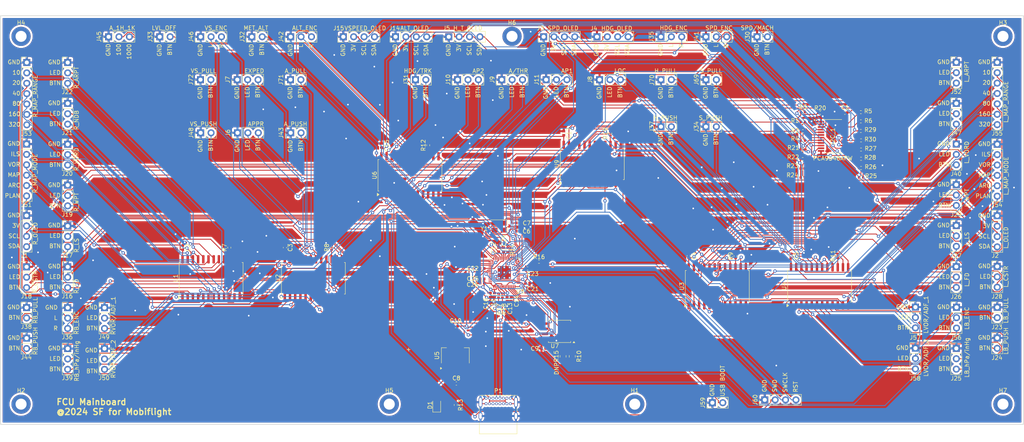
<source format=kicad_pcb>
(kicad_pcb (version 20240108) (generator "pcbnew") (generator_version "8.0")
  (layers (0 "F.Cu" signal) (31 "B.Cu" signal) (34 "B.Paste" user) (35 "F.Paste" user) (36 "B.SilkS" user "B.Silkscreen") (37 "F.SilkS" user "F.Silkscreen") (38 "B.Mask" user) (39 "F.Mask" user) (44 "Edge.Cuts" user))
  (net 0 "")
  (net 1 "+3V3")
  (net 2 "L_EFIS_BARO_LEFT")
  (net 3 "L_EFIS_BARO_RIGHT")
  (net 4 "SPD_LEFT")
  (net 5 "SPD_RIGHT")
  (net 6 "HDG_LEFT")
  (net 7 "HDG_RIGHT")
  (net 8 "ALT_LEFT")
  (net 9 "ALT_RIGHT")
  (net 10 "VSPEED_LEFT")
  (net 11 "VSPEED_RIGHT")
  (net 12 "R_EFIS_BARO_LEFT")
  (net 13 "R_EFIS_BARO_RIGHT")
  (net 14 "+5V")
  (net 15 "AP1_LED")
  (net 16 "AP2_LED")
  (net 17 "A{slash}THR_LED")
  (net 18 "APPR_LED")
  (net 19 "EXPED_LED")
  (net 20 "LOC_LED")
  (net 21 "L_EFIS_ARPT_LED")
  (net 22 "L_EFIS_CSTR_LED")
  (net 23 "L_EFIS_FD_LED")
  (net 24 "L_EFIS_LS_LED")
  (net 25 "L_EFIS_NDB_LED")
  (net 26 "L_EFIS_VORD_LED")
  (net 28 "Net-(I2C_1-~{RESET})")
  (net 30 "SDA")
  (net 31 "SCL")
  (net 32 "L_EFIS_WPT_LED")
  (net 33 "R_EFIS_ARPT_LED")
  (net 34 "R_EFIS_CSTR_LED")
  (net 35 "R_EFIS_FD_LED")
  (net 36 "R_EFIS_LS_LED")
  (net 37 "R_EFIS_NDB_LED")
  (net 38 "R_EFIS_VORD_LED")
  (net 39 "R_EFIS_WPT_LED")
  (net 40 "ALT_PUSH")
  (net 41 "ALT_PULL")
  (net 42 "ALT_100")
  (net 43 "ALT_1000")
  (net 44 "HDG_PUSH")
  (net 45 "HDG_PULL")
  (net 46 "SPD_PUSH")
  (net 47 "SPD_PULL")
  (net 48 "VSPEED_PUSH")
  (net 49 "VSPEED_PULL")
  (net 50 "A{slash}THR_BTN")
  (net 51 "AP1_BTN")
  (net 52 "AP2_BTN")
  (net 53 "APPR_BTN")
  (net 54 "EXPED_BTN")
  (net 55 "LOC_BTN")
  (net 56 "HDG{slash}TRK_BTN")
  (net 57 "LVL_OFF_BTN")
  (net 58 "METRIC_ALT_BTN")
  (net 59 "SPD{slash}MACH_BTN")
  (net 60 "GND")
  (net 61 "/OLEDs/L_EFIS_SCL")
  (net 62 "/OLEDs/L_EFIS_SDA")
  (net 63 "/OLEDs/R_EFIS_SCL")
  (net 64 "/OLEDs/R_EFIS_SDA")
  (net 65 "/OLEDs/HDG_SCL")
  (net 66 "/OLEDs/HDG_SDA")
  (net 67 "/OLEDs/HDG{slash}TRK_SCL")
  (net 68 "/OLEDs/HDG{slash}TRK_SDA")
  (net 69 "/OLEDs/ALT_SCL")
  (net 70 "/OLEDs/ALT_SDA")
  (net 71 "L_BARO_PULL")
  (net 72 "L_BARO_PUSH")
  (net 73 "L_BARO_hPa")
  (net 74 "L_BARO_inHg")
  (net 75 "L_FD_BTN")
  (net 76 "L_LS_BTN")
  (net 77 "L_CSTR_BTN")
  (net 78 "L_WPT_BTN")
  (net 79 "R_BARO_PULL")
  (net 80 "R_BARO_hPa")
  (net 81 "R_BARO_inHg")
  (net 82 "L_VORD_BTN")
  (net 83 "R_BARO_PUSH")
  (net 84 "L_NDB_BTN")
  (net 85 "R_VOR_1")
  (net 86 "R_ADF_1")
  (net 87 "R_VOR_2")
  (net 88 "R_ADF_2")
  (net 89 "R_ILS")
  (net 90 "R_ARC")
  (net 91 "R_PLAN")
  (net 92 "R_MAP")
  (net 93 "R_VOR")
  (net 94 "L_ARPT_BTN")
  (net 95 "R_R20")
  (net 96 "R_R10")
  (net 97 "R_R320")
  (net 98 "R_R160")
  (net 99 "R_R40")
  (net 100 "R_R80")
  (net 101 "L_ILS")
  (net 102 "L_VOR")
  (net 103 "L_ARC")
  (net 104 "L_PLAN")
  (net 105 "L_MAP")
  (net 106 "L_R320")
  (net 107 "L_R10")
  (net 108 "L_R160")
  (net 109 "L_R20")
  (net 110 "L_R40")
  (net 111 "L_R80")
  (net 112 "/OLEDs/VSPEED_SDA")
  (net 113 "/OLEDs/VSPEED_SCL")
  (net 114 "/OLEDs/SPD_SDA")
  (net 115 "/OLEDs/SPD_SCL")
  (net 116 "/XIN")
  (net 117 "/XOUT")
  (net 118 "+1V1")
  (net 119 "Net-(D1-K)")
  (net 120 "/USB_D-")
  (net 121 "/USB_D+")
  (net 122 "/~{USB_BOOT}")
  (net 123 "/SWCLK")
  (net 124 "/SWD")
  (net 125 "/~{RST}")
  (net 126 "/QSPI_SS")
  (net 127 "Net-(U8-USB_DP)")
  (net 128 "Net-(U8-USB_DM)")
  (net 129 "/QSPI_SD0")
  (net 130 "/QSPI_SD2")
  (net 131 "/QSPI_SCLK")
  (net 132 "/QSPI_SD1")
  (net 133 "/QSPI_SD3")
  (net 134 "L_VOR_1")
  (net 135 "L_ADF_1")
  (net 136 "L_VOR_2")
  (net 137 "L_ADF_2")
  (net 138 "R_FD_BTN")
  (net 139 "Net-(U1-~{E})")
  (net 140 "Net-(U2-~{E})")
  (net 141 "Net-(U3-~{E})")
  (net 142 "Net-(U4-~{E})")
  (net 143 "Net-(U6-~{E})")
  (net 144 "MP_S2")
  (net 145 "U1_MP_SIG")
  (net 146 "MP_S3")
  (net 147 "MP_S0")
  (net 148 "MP_S1")
  (net 149 "U2_MP_SIG")
  (net 150 "U3_MP_SIG")
  (net 151 "U4_MP_SIG")
  (net 152 "U5_MP_SIG")
  (net 153 "R_LS_BTN")
  (net 159 "Net-(C7-Pad1)")
  (net 161 "R_CSTR_BTN")
  (net 162 "R_WPT_BTN")
  (net 163 "R_VORD_BTN")
  (net 164 "R_NDB_BTN")
  (net 165 "R_ARPT_BTN")
  (net 169 "Net-(U9-~{E})")
  (net 170 "U6_MP_SIG")
  (footprint "Connector_PinHeader_2.54mm:PinHeader_1x07_P2.54mm_Vertical" (layer "F.Cu") (at 263.6 31.36)
    (property "Reference" "J55")
    (property "Value" "L_MAP_RANGE")
  )
  (footprint "Resistor_SMD:R_0402_1005Metric" (layer "F.Cu") (at 216.04 52.725)
    (property "Reference" "R21")
    (property "Value" "R4.7K")
  )
  (footprint "Connector_PinHeader_2.54mm:PinHeader_1x03_P2.54mm_Vertical" (layer "F.Cu") (at 253.65 91.3)
    (property "Reference" "J56")
    (property "Value" "LB_ENC")
  )
  (footprint "Connector_PinHeader_2.54mm:PinHeader_1x03_P2.54mm_Vertical" (layer "F.Cu") (at 153.34 35.6 90)
    (property "Reference" "J11")
    (property "Value" "AP1")
  )
  (footprint "Resistor_SMD:R_0402_1005Metric" (layer "F.Cu") (at 230.31 54.95 180)
    (property "Reference" "R28")
    (property "Value" "R4.7K")
  )
  (footprint "Custom_Footprints:Perfect_0402" (layer "F.Cu") (at 188.2 78.7 90)
    (property "Reference" "C4")
    (property "Value" "100nF" (hide yes))
  )
  (footprint "Connector_PinHeader_2.54mm:PinHeader_1x03_P2.54mm_Vertical" (layer "F.Cu") (at 45.4 91.4)
    (property "Reference" "J49")
    (property "Value" "RVOR/ADF_1")
  )
  (footprint "Connector_PinHeader_2.54mm:PinHeader_1x03_P2.54mm_Vertical" (layer "F.Cu") (at 243.6 91.25)
    (property "Reference" "J57")
    (property "Value" "LVOR/ADF_1")
  )
  (footprint "Custom_Footprints:Perfect_0402" (layer "F.Cu") (at 131.4 109.95 180)
    (property "Reference" "C8")
    (property "Value" "10uF" (hide yes))
  )
  (footprint "Connector_PinHeader_2.54mm:PinHeader_1x02_P2.54mm_Vertical" (layer "F.Cu") (at 181.4 47.1 90)
    (property "Reference" "J37")
    (property "Value" "H_PUSH")
  )
  (footprint "MountingHole:MountingHole_2.7mm_M2.5_DIN965_Pad_TopBottom" (layer "F.Cu") (at 265 25)
    (property "Reference" "H3")
    (property "Value" "MountingHole")
  )
  (footprint "Connector_PinHeader_2.54mm:PinHeader_1x02_P2.54mm_Vertical" (layer "F.Cu") (at 58.9 25.1 90)
    (property "Reference" "J33")
    (property "Value" "LVL_OFF")
  )
  (footprint "MountingHole:MountingHole_2.7mm_M2.5_DIN965_Pad_TopBottom" (layer "F.Cu") (at 175 115)
    (property "Reference" "H1")
    (property "Value" "MountingHole")
  )
  (footprint "Connector_PinHeader_2.54mm:PinHeader_1x06_P2.54mm_Vertical" (layer "F.Cu") (at 263.6 51.4)
    (property "Reference" "J54")
    (property "Value" "L_MAP_MODE")
  )
  (footprint "Custom_Footprints:Perfect_0402" (layer "F.Cu") (at 64.505 76.7 90)
    (property "Reference" "C2")
    (property "Value" "100nF" (hide yes))
  )
  (footprint "Crystal:Crystal_SMD_3225-4Pin_3.2x2.5mm" (layer "F.Cu") (at 141.85 71.55 180)
    (property "Reference" "Y1")
    (property "Value" "X322512MSB4SI")
  )
  (footprint "Connector_PinHeader_2.54mm:PinHeader_1x02_P2.54mm_Vertical" (layer "F.Cu") (at 68.85 35.6 90)
    (property "Reference" "J72")
    (property "Value" "VS_PULL")
  )
  (footprint "Connector_PinHeader_2.54mm:PinHeader_1x03_P2.54mm_Vertical" (layer "F.Cu") (at 90.9 25.1 90)
    (property "Reference" "J42")
    (property "Value" "ALT_ENC")
  )
  (footprint "MountingHole:MountingHole_2.7mm_M2.5_DIN965_Pad_TopBottom" (layer "F.Cu") (at 265 115)
    (property "Reference" "H7")
    (property "Value" "MountingHole")
  )
  (footprint "Resistor_SMD:R_0402_1005Metric" (layer "F.Cu") (at 230.31 57.2 180)
    (property "Reference" "R26")
    (property "Value" "R4.7K")
  )
  (footprint "Resistor_SMD:R_0402_1005Metric" (layer "F.Cu") (at 216.04 57.325)
    (property "Reference" "R23")
    (property "Value" "R4.7K")
  )
  (footprint "Custom_Footprints:Perfect_0402" (layer "F.Cu") (at 113.1 51.7 90)
    (property "Reference" "C15")
    (property "Value" "100nF" (hide yes))
  )
  (footprint "Connector_PinHeader_2.54mm:PinHeader_1x03_P2.54mm_Vertical" (layer "F.Cu") (at 77.9 48.6 90)
    (property "Reference" "J6")
    (property "Value" "APPR")
  )
  (footprint "Custom_Footprints:Perfect_0402" (layer "F.Cu") (at 139.7 88.3 -90)
    (property "Reference" "C16")
    (property "Value" "1uF" (hide yes))
  )
  (footprint "Connector_PinHeader_2.54mm:PinHeader_1x04_P2.54mm_Vertical" (layer "F.Cu") (at 116.53 25.1 90)
    (property "Reference" "J14")
    (property "Value" "ALT_OLED")
  )
  (footprint "Resistor_SMD:R_0402_1005Metric" (layer "F.Cu") (at 216.04 59.575)
    (property "Reference" "R24")
    (property "Value" "R4.7K")
  )
  (footprint "Connector_PinHeader_2.54mm:PinHeader_1x03_P2.54mm_Vertical" (layer "F.Cu") (at 68.9 25.1 90)
    (property "Reference" "J46")
    (property "Value" "VS_ENC")
  )
  (footprint "Package_SO:SOIC-24W_7.5x15.4mm_P1.27mm" (layer "F.Cu") (at 195.175 86.15 90)
    (property "Reference" "U3")
    (property "Value" "CD74HC4067M")
  )
  (footprint "Resistor_SMD:R_0402_1005Metric" (layer "F.Cu") (at 199.65 78.75 90)
    (property "Reference" "R9")
    (property "Value" "R10K")
  )
  (footprint "Connector_PinHeader_2.54mm:PinHeader_1x07_P2.54mm_Vertical" (layer "F.Cu") (at 26.4 31.4)
    (property "Reference" "J53")
    (property "Value" "R_MAP_RANGE")
  )
  (footprint "Custom_Footprints:Perfect_0402" (layer "F.Cu") (at 148.8 85.4)
    (property "Reference" "C21")
    (property "Value" "100nF" (hide yes))
  )
  (footprint "MountingHole:MountingHole_2.7mm_M2.5_DIN965_Pad_TopBottom" (layer "F.Cu") (at 25 115)
    (property "Reference" "H2")
    (property "Value" "MountingHole")
  )
  (footprint "Custom_Footprints:Perfect_0402" (layer "F.Cu") (at 152.7 101.35 180)
    (property "Reference" "C9")
    (property "Value" "100nF" (hide yes))
  )
  (footprint "Custom_Footprints:Perfect_0402" (layer "F.Cu") (at 146.55 72.65)
    (property "Reference" "C6")
    (property "Value" "15pF" (hide yes))
  )
  (footprint "Connector_PinHeader_2.54mm:PinHeader_1x04_P2.54mm_Vertical" (layer "F.Cu") (at 26.35 68.85)
    (property "Reference" "J1")
    (property "Value" "R_OLED")
  )
  (footprint "Resistor_SMD:R_0402_1005Metric" (layer "F.Cu") (at 230.31 59.5 180)
    (property "Reference" "R25")
    (property "Value" "R4.7K")
  )
  (footprint "Connector_PinHeader_2.54mm:PinHeader_1x03_P2.54mm_Vertical" (layer "F.Cu") (at 253.6 41.4)
    (property "Reference" "J47")
    (property "Value" "L_NDB")
  )
  (footprint "Resistor_SMD:R_0402_1005Metric" (layer "F.Cu") (at 216.09 43.495)
    (property "Reference" "R3")
    (property "Value" "R4.7K")
  )
  (footprint "Connector_PinHeader_2.54mm:PinHeader_1x03_P2.54mm_Vertical" (layer "F.Cu") (at 181.4 25.1 90)
    (property "Reference" "J35")
    (property "Value" "HDG_ENC")
  )
  (footprint "Resistor_SMD:R_0402_1005Metric" (layer "F.Cu") (at 142.65 88.45 90)
    (property "Reference" "R18")
    (property "Value" "27.4")
  )
  (footprint "Connector_PinHeader_2.54mm:PinHeader_1x02_P2.54mm_Vertical" (layer "F.Cu") (at 263.6 98.8)
    (property "Reference" "J24")
    (property "Value" "LB_PUSH")
  )
  (footprint "Connector_PinHeader_2.54mm:PinHeader_1x02_P2.54mm_Vertical" (layer "F.Cu") (at 26.35 98.85)
    (property "Reference" "J44")
    (property "Value" "RB_PUSH")
  )
  (footprint "Connector_USB:USB_C_Receptacle_GCT_USB4085" (layer "F.Cu") (at 138.65 113.54)
    (property "Reference" "P1")
    (property "Value" "USB_C_Plug_USB2.0")
  )
  (footprint "Connector_PinHeader_2.54mm:PinHeader_1x03_P2.54mm_Vertical" (layer "F.Cu") (at 77.85 35.6 90)
    (property "Reference" "J7")
    (property "Value" "EXPED")
  )
  (footprint "Connector_PinHeader_2.54mm:PinHeader_1x02_P2.54mm_Vertical" (layer "F.Cu") (at 81.4 25.1 90)
    (property "Reference" "J32")
    (property "Value" "MET_ALT")
  )
  (footprint "Connector_PinHeader_2.54mm:PinHeader_1x04_P2.54mm_Vertical" (layer "F.Cu") (at 152.73 25.1 90)
    (property "Reference" "J3")
    (property "Value" "SPD_OLED")
  )
  (footprint "Custom_Footprints:Perfect_0402" (layer "F.Cu") (at 148.8 81.8)
    (property "Reference" "C23")
    (property "Value" "100nF" (hide yes))
  )
  (footprint "Connector_PinHeader_2.54mm:PinHeader_1x03_P2.54mm_Vertical" (layer "F.Cu") (at 166.4 35.6 90)
    (property "Reference" "J8")
    (property "Value" "LOC")
  )
  (footprint "Resistor_SMD:R_0402_1005Metric" (layer "F.Cu") (at 230.31 50.45 180)
    (property "Reference" "R30")
    (property "Value" "R4.7K")
  )
  (footprint "Resistor_SMD:R_0402_1005Metric" (layer "F.Cu") (at 216.09 50.475)
    (property "Reference" "R4")
    (property "Value" "R4.7K")
  )
  (footprint "Connector_PinHeader_2.54mm:PinHeader_1x02_P2.54mm_Vertical" (layer "F.Cu") (at 181.4 35.6 90)
    (property "Reference" "J70")
    (property "Value" "H_PULL")
  )
  (footprint "Connector_PinHeader_2.54mm:PinHeader_1x02_P2.54mm_Vertical" (layer "F.Cu") (at 192.4 47.1 90)
    (property "Reference" "J34")
    (property "Value" "S_PUSH")
  )
  (footprint "Resistor_SMD:R_0402_1005Metric" (layer "F.Cu") (at 169.02 48.77 90)
    (property "Reference" "R19")
    (property "Value" "R10K")
  )
  (footprint "Connector_PinHeader_2.54mm:PinHeader_1x03_P2.54mm_Vertical" (layer "F.Cu") (at 36.4 101.4)
    (property "Reference" "J39")
    (property "Value" "RB_hPa/inHg")
  )
  (footprint "Connector_PinHeader_2.54mm:PinHeader_1x03_P2.54mm_Vertical" (layer "F.Cu") (at 36.4 41.4)
    (property "Reference" "J21")
    (property "Value" "R_NDB")
  )
  (footprint "Connector_PinHeader_2.54mm:PinHeader_1x02_P2.54mm_Vertical" (layer "F.Cu") (at 121.4 35.6 90)
    (property "Reference" "J31")
    (property "Value" "HDG/TRK")
  )
  (footprint "Connector_PinHeader_2.54mm:PinHeader_1x03_P2.54mm_Vertical" (layer "F.Cu") (at 131.7 35.6 90)
    (property "Reference" "J10")
    (property "Value" "AP2")
  )
  (footprint "SFLibrary:SOP65P640X120-24N" (layer "F.Cu") (at 223.4 49.45)
    (property "Reference" "I2C_1")
    (property "Value" "PCA9548APW")
  )
  (footprint "MountingHole:MountingHole_2.7mm_M2.5_DIN965_Pad_TopBottom" (layer "F.Cu") (at 25 25)
    (property "Reference" "H4")
    (property "Value" "MountingHole")
  )
  (footprint "Connector_PinHeader_2.54mm:PinHeader_1x03_P2.54mm_Vertical" (layer "F.Cu") (at 36.4 71.4)
    (property "Reference" "J17")
    (property "Value" "R_LS")
  )
  (footprint "Connector_PinHeader_2.54mm:PinHeader_1x03_P2.54mm_Vertical" (layer "F.Cu") (at 26.35 81.4)
    (property "Reference" "J18")
    (property "Value" "R_CSTR")
  )
  (footprint "Package_SO:SOIC-24W_7.5x15.4mm_P1.27mm" (layer "F.Cu") (at 164.625 56.2 90)
    (property "Reference" "U9")
    (property "Value" "CD74HC4067M")
  )
  (footprint "Resistor_SMD:R_0805_2012Metric" (layer "F.Cu") (at 159.725 103.295 -90)
    (property "Reference" "R10")
    (property "Value" "1k")
  )
  (footprint "Resistor_SMD:R_0402_1005Metric" (layer "F.Cu") (at 100.905 76.7 90)
    (property "Reference" "R8")
    (property "Value" "R10K")
  )
  (footprint "Resistor_SMD:R_0402_1005Metric" (layer "F.Cu") (at 224.625 78.7 90)
    (property "Reference" "R11")
    (property "Value" "R10K")
  )
  (footprint "Resistor_SMD:R_0805_2012Metric" (layer "F.Cu") (at 157.475 103.295 90)
    (property "Reference" "R15")
    (property "Value" "DNP")
  )
  (footprint "Resistor_SMD:R_0402_1005Metric" (layer "F.Cu") (at 230.26 45.8)
    (property "Reference" "R5")
    (property "Value" "R4.7K")
  )
  (footprint "Connector_PinHeader_2.54mm:PinHeader_1x06_P2.54mm_Vertical" (layer "F.Cu") (at 26.35 51.35)
    (property "Reference" "J51")
    (property "Value" "R_MAP_MODE")
  )
  (footprint "Connector_PinHeader_2.54mm:PinHeader_1x03_P2.54mm_Vertical" (layer "F.Cu") (at 36.4 31.4)
    (property "Reference" "J22")
    (property "Value" "R_ARPT")
  )
  (footprint "Connector_PinHeader_2.54mm:PinHeader_1x02_P2.54mm_Vertical" (layer "F.Cu") (at 26.35 91.37)
    (property "Reference" "J38")
    (property "Value" "RB_PULL")
  )
  (footprint "Connector_PinHeader_2.54mm:PinHeader_1x02_P2.54mm_Vertical" (layer "F.Cu") (at 192.4 35.6 90)
    (property "Reference" "J69")
    (property "Value" "S_PULL")
  )
  (footprint "Connector_PinHeader_2.54mm:PinHeader_1x03_P2.54mm_Vertical" (layer "F.Cu") (at 253.6 101.35)
    (property "Reference" "J25")
    (property "Value" "LB_hPa/inHg")
  )
  (footprint "Connector_PinHeader_2.54mm:PinHeader_1x03_P2.54mm_Vertical" (layer "F.Cu") (at 36.4 61.4)
    (property "Reference" "J19")
    (property "Value" "R_WPT")
  )
  (footprint "Custom_Footprints:Perfect_0402" (layer "F.Cu") (at 131.2 95.9 180)
    (property "Reference" "C10")
    (property "Value" "10uF" (hide yes))
  )
  (footprint "Resistor_SMD:R_0402_1005Metric" (layer "F.Cu") (at 216.09 48.225)
    (property "Reference" "R1")
    (property "Value" "R4.7K")
  )
  (footprint "Package_SO:SOIC-24W_7.5x15.4mm_P1.27mm" (layer "F.Cu") (at 120.055 59 90)
    (property "Reference" "U6")
    (property "Value" "CD74HC4067M")
  )
  (footprint "Resistor_SMD:R_0402_1005Metric" (layer "F.Cu") (at 124.5 51.65 90)
    (property "Reference" "R12")
    (property "Value" "R10K")
  )
  (footprint "MountingHole:MountingHole_2.7mm_M2.5_DIN965_Pad_TopBottom" (layer "F.Cu") (at 115 115)
    (property "Reference" "H5")
    (property "Value" "MountingHole")
  )
  (footprint "Resistor_SMD:R_0402_1005Metric" (layer "F.Cu") (at 141.7 88.45 90)
    (property "Reference" "R17")
    (property "Value" "27.4")
  )
  (footprint "Custom_Footprints:Perfect_0402" (layer "F.Cu") (at 140.7 88.3 -90)
    (property "Reference" "C11")
    (property "Value" "1uF" (hide yes))
  )
  (footprint "Package_SO:SOIC-8_5.23x5.23mm_P1.27mm" (layer "F.Cu") (at 156.625 97.195 180)
    (property "Reference" "U7")
    (property "Value" "W25Q128JVS")
  )
  (footprint "Connector_PinHeader_2.54mm:PinHeader_1x03_P2.54mm_Vertical" (layer "F.Cu") (at 243.6 101.3)
    (property "Reference" "J58")
    (property "Value" "LVOR/ADF_2")
  )
  (footprint "Resistor_SMD:R_0402_1005Metric" (layer "F.Cu") (at 131.25 115.2 -90)
    (property "Reference" "R13")
    (property "Value" "R220")
  )
  (footprint "Connector_PinHeader_2.54mm:PinHeader_1x04_P2.54mm_Vertical" (layer "F.Cu") (at 103.76 25.1 90)
    (property "Reference" "J15")
    (property "Value" "VSPEED_OLED")
  )
  (footprint "Resistor_SMD:R_0402_1005Metric" (layer "F.Cu") (at 216.04 55.025)
    (property "Reference" "R22")
    (property "Value" "R4.7K")
  )
  (footprint "Package_SO:SOIC-24W_7.5x15.4mm_P1.27mm" (layer "F.Cu") (at 96.45 84.2 90)
    (property "Reference" "U2")
    (property "Value" "CD74HC4067M")
  )
  (footprint "Connector_PinHeader_2.54mm:PinHeader_1x03_P2.54mm_Vertical" (layer "F.Cu") (at 36.4 81.4)
    (property "Reference" "J16")
    (property "Value" "R_FD")
  )
  (footprint "Custom_Footprints:Perfect_0402" (layer "F.Cu") (at 213.2 78.7 90)
    (property "Reference" "C5")
    (property "Value" "100nF" (hide yes))
  )
  (footprint "Resistor_SMD:R_0402_1005Metric" (layer "F.Cu") (at 75.905 76.7 90)
    (property "Reference" "R7")
    (property "Value" "R10K")
  )
  (footprint "Custom_Footprints:Perfect_0402" (layer "F.Cu") (at 137.7 81.8 180)
    (property "Reference" "C22")
    (property "Value" "100nF" (hide yes))
  )
  (footprint "Connector_PinHeader_2.54mm:PinHeader_1x02_P2.54mm_Vertical" (layer "F.Cu") (at 204.9 25.1 90)
    (property "Reference" "J30")
    (property "Value" "SPD/MACH")
  )
  (footprint "Custom_Footprints:Perfect_0402" (layer "F.Cu") (at 89.5 76.7 90)
    (property "Reference" "C3")
    (property "Value" "100nF" (hide yes))
  )
  (footprint "Package_SO:SOIC-24W_7.5x15.4mm_P1.27mm" (layer "F.Cu") (at 220.175 86.15 90)
    (property "Reference" "U4")
    (property "Value" "CD74HC4067M")
  )
  (footprint "Package_SO:SOIC-24W_7.5x15.4mm_P1.27mm" (layer "F.Cu") (at 71.45 84.2 90)
    (property "Reference" "U1")
    (property "Value" "CD74HC4067M")
  )
  (footprint "Resistor_SMD:R_0402_1005Metric" (layer "F.Cu") (at 151.6 80.15)
    (property "Reference" "R16")
    (property "Value" "10k")
  )
  (footprint "Connector_PinHeader_2.54mm:PinHeader_1x03_P2.54mm_Vertical" (layer "F.Cu") (at 253.6 51.35)
    (property "Reference" "J40")
    (property "Value" "L_VORD")
  )
  (footprint "Custom_Footprints:Perfect_0402" (layer "F.Cu") (at 226.37 43.7 180)
    (property "Reference" "C1")
    (property "Value" "100nF" (hide yes))
  )
  (footprint "Resistor_SMD:R_0402_1005Metric" (layer "F.Cu") (at 230.26 43.55 180)
    (property "Reference" "R6")
    (property "Value" "R4.7K")
  )
  (footprint "Connector_PinHeader_2.54mm:PinHeader_1x03_P2.54mm_Vertical" (layer "F.Cu") (at 46.4 25.1 90)
    (property "Reference" "J45")
    (property "Value" "A_1H_1K")
  )
  (footprint "Connector_PinHeader_2.54mm:PinHeader_1x03_P2.54mm_Vertical" (layer "F.Cu") (at 263.6 81.3)
    (property "Reference" "J28")
    (property "Value" "L_CSTR")
  )
  (footprint "Connector_PinHeader_2.54mm:PinHeader_1x02_P2.54mm_Vertical" (layer "F.Cu") (at 263.6 91.3)
    (property "Reference" "J23")
    (property "Value" "LB_PULL")
  )
  (footprint "Custom_Footprints:Perfect_0402" (layer "F.Cu") (at 146.55 70.65)
    (property "Reference" "C7")
    (property "Value" "15pF" (hide yes))
  )
  (footprint "Connector_PinHeader_2.54mm:PinHeader_1x03_P2.54mm_Vertical" (layer "F.Cu") (at 192.4 25.1 90)
    (property "Reference" "J41")
    (property "Value" "SPD_ENC")
  )
  (footprint "Resistor_SMD:R_0402_1005Metric" (layer "F.Cu") (at 216.09 45.975 180)
    (property "Reference" "R2")
    (property "Value" "R4.7K")
  )
  (footprint "Resistor_SMD:R_0402_1005Metric" (layer "F.Cu") (at 230.26 48.15 180)
    (property "Reference" "R29")
    (property "Value" "R4.7K")
  )
  (footprint "Connector_PinHeader_2.54mm:PinHeader_1x02_P2.54mm_Vertical" (layer "F.Cu") (at 193.975 114.65 90)
    (property "Reference" "J59")
    (property "Value" "Conn_01x02")
  )
  (footprint "Custom_Footprints:Perfect_0402" (layer "F.Cu") (at 141.75 77.2 90)
    (property "Reference" "C12")
    (property "Value" "100nF" (hide yes))
  )
  (footprint "Custom_Footprints:QFN-56-1EP_7x7mm_P0.4mm_EP3.2x3.2mm" (layer "F.Cu") (at 143.125 82.8 180)
    (property "Reference" "U8")
    (property "Value" "RP2040")
  )
  (footprint "Connector_PinHeader_2.54mm:PinHeader_1x04_P2.54mm_Vertical" (layer "F.Cu") (at 263.6 68.9)
    (property "Reference" "J2")
    (property "Value" "L_OLED")
  )
  (footprint "Connector_PinHeader_2.54mm:PinHeader_1x03_P2.54mm_Vertical" (layer "F.Cu") (at 36.4 91.4)
    (property "Reference" "J36")
    (property "Value" "RB_ENC")
  )
  (footprint "Connector_PinHeader_2.54mm:PinHeader_1x04_P2.54mm_Vertical" (layer "F.Cu") (at 206.78 113.95 90)
    (property "Reference" "J60")
    (property "Value" "RP2040_SWD")
  )
  (footprint "Resistor_SMD:R_0402_1005Metric" (layer "F.Cu") (at 230.31 52.7 180)
    (property "Reference" "R27")
    (property "Value" "R4.7K")
  )
  (footprint "Connector_PinHeader_2.54mm:PinHeader_1x03_P2.54mm_Vertical" (layer "F.Cu") (at 253.6 61.3)
    (property "Reference" "J29")
    (property "Value" "L_WPT")
  )
  (footprint "Resistor_SMD:R_0402_1005Metric" (layer "F.Cu") (at 220.32 43.7)
    (property "Reference" "R20")
    (property "Value" "R10K")
  )
  (footprint "Connector_PinHeader_2.54mm:PinHeader_1x04_P2.54mm_Vertical" (layer "F.Cu") (at 165.76 25.1 90)
    (property "Reference" "J4")
    (property "Value" "HDG_OLED")
  )
  (footprint "Connector_PinHeader_2.54mm:PinHeader_1x03_P2.54mm_Vertical" (layer "F.Cu") (at 253.6 71.3)
    (property "Reference" "J27")
    (property "Value" "L_LS")
  )
  (footprint "Connector_PinHeader_2.54mm:PinHeader_1x02_P2.54mm_Vertical" (layer "F.Cu") (at 68.9 48.6 90)
    (property "Reference" "J48")
    (property "Value" "VS_PUSH")
  )
  (footprint "Connector_PinHeader_2.54mm:PinHeader_1x03_P2.54mm_Vertical" (layer "F.Cu") (at 36.4 51.4)
    (property "Reference" "J20")
    (property "Value" "R_VORD")
  )
  (footprint "Resistor_SMD:R_0402_1005Metric" (layer "F.Cu") (at 143.95 77.25 90)
    (property "Reference" "R14")
    (property "Value" "1k")
  )
  (footprint "Connector_PinHeader_2.54mm:PinHeader_1x02_P2.54mm_Vertical" (layer "F.Cu") (at 90.85 35.6 90)
    (property "Reference" "J71")
    (property "Value" "A_PULL")
  )
  (footprint "Custom_Footprints:Perfect_0402" (layer "F.Cu") (at 144.8 89.3 -90)
    (property "Reference" "C14")
    (property "Value" "100nF" (hide yes))
  )
  (footprint "Custom_Footprints:Perfect_0402" (layer "F.Cu") (at 137.7 85.35 180)
    (property "Reference" "C26")
    (property "Value" "100nF" (hide yes))
  )
  (footprint "Connector_PinHeader_2.54mm:PinHeader_1x02_P2.54mm_Vertical" (layer "F.Cu") (at 90.9 48.6 90)
    (property "Reference" "J43")
    (property "Value" "A_PUSH")
  )
  (footprint "Connector_PinHeader_2.54mm:PinHeader_1x04_P2.54mm_Vertical" (layer "F.Cu") (at 129.54 25.1 90)
    (property "Reference" "J5")
    (property "Value" "H_T_OLED")
  )
  (footprint "Connector_PinHeader_2.54mm:PinHeader_1x03_P2.54mm_Vertical" (layer "F.Cu") (at 253.6 31.35)
    (property "Reference" "J52")
    (property "Value" "L_ARPT")
  )
  (footprint "MountingHole:MountingHole_2.7mm_M2.5_DIN965_Pad_TopBottom" (layer "F.Cu") (at 145 25)
    (property "Reference" "H6")
    (property "Value" "MountingHole")
  )
  (footprint "Package_TO_SOT_SMD:SOT-223" (layer "F.Cu") (at 131.15 103.1 90)
    (property "Reference" "U5")
    (property "Value" "NCP1117-3.3_SOT223")
  )
  (footprint "Connector_PinHeader_2.54mm:PinHeader_1x03_P2.54mm_Vertical" (layer "F.Cu") (at 142.49 35.6 90)
    (property "Reference" "J9")
    (property "Value" "A/THR")
  )
  (footprint "Connector_PinHeader_2.54mm:PinHeader_1x03_P2.54mm_Vertical" (layer "F.Cu") (at 253.6 81.35)
    (property "Reference" "J26")
    (property "Value" "L_FD")
  )
  (footprint "Custom_Footprints:Perfect_0402" (layer "F.Cu") (at 137.7 84.35 180)
    (property "Reference" "C25")
    (property "Value" "100nF" (hide yes))
  )
  (footprint "Custom_Footprints:Perfect_0402" (layer "F.Cu") (at 142.95 77.2 90)
    (property "Reference" "C24")
    (property "Value" "100nF" (hide yes))
  )
  (footprint "Custom_Footprints:Perfect_0402" (layer "F.Cu") (at 157.65 48.7 90)
    (property "Reference" "C17")
    (property "Value" "100nF" (hide yes))
  )
  (footprint "Custom_Footprints:Perfect_0402" (layer "F.Cu") (at 143.8 89.3 -90)
    (property "Reference" "C13")
    (property "Value" "100nF" (hide yes))
  )
  (footprint "Connector_PinHeader_2.54mm:PinHeader_1x03_P2.54mm_Vertical" (layer "F.Cu") (at 45.4 101.4)
    (property "Reference" "J50")
    (property "Value" "RVOR/ADF_2")
  )
  (footprint "LED_SMD:LED_0805_2012Metric" (layer "F.Cu") (at 126.6 115.25 90)
    (property "Reference" "D1")
    (property "Value" "LED")
  )
  (gr_rect (start 20 19.95) (end 270 119.95) (stroke (width 0.15)) (fill none) (layer "Edge.Cuts"))
  (gr_text "GND" (at 31.5 61.95 0) (layer "F.SilkS") (effects (font (size 1 1)) (justify left bottom)))
  (gr_text "80" (at 259.95 42 0) (layer "F.SilkS") (effects (font (size 1 1)) (justify left bottom)))
  (gr_text "GND" (at 248.85 51.85 0) (layer "F.SilkS") (effects (font (size 1 1)) (justify left bottom)))
  (gr_text "GND" (at 91.35 40.45 90) (layer "F.SilkS") (effects (font (size 1 1)) (justify left bottom)))
  (gr_text "GND" (at 258.85 51.9 0) (layer "F.SilkS") (effects (font (size 1 1)) (justify left bottom)))
  (gr_text "GND" (at 248.85 101.85 0) (layer "F.SilkS") (effects (font (size 1 1)) (justify left bottom)))
  (gr_text "SCL" (at 122.13 29.8 90) (layer "F.SilkS") (effects (font (size 1 1)) (justify left bottom)))
  (gr_text "10" (at 259.95 34.4 0) (layer "F.SilkS") (effects (font (size 1 1)) (justify left bottom)))
  (gr_text "BTN" (at 249.15 86.95 0) (layer "F.SilkS") (effects (font (size 1 1)) (justify left bottom)))
  (gr_text "GND" (at 104.28 30 90) (layer "F.SilkS") (effects (font (size 1 1)) (justify left bottom)))
  (gr_text "BTN" (at 184.45 51.7 90) (layer "F.SilkS") (effects (font (size 1 1)) (justify left bottom)))
  (gr_text "MAP" (at 21.65 59.48 0) (layer "F.SilkS") (effects (font (size 1 1)) (justify left bottom)))
  (gr_text "GND" (at 258.85 81.8 0) (layer "F.SilkS") (effects (font (size 1 1)) (justify left bottom)))
  (gr_text "SCL" (at 135.14 29.8 90) (layer "F.SilkS") (effects (font (size 1 1)) (justify left bottom)))
  (gr_text "LED" (at 239.15 94.3 0) (layer "F.SilkS") (effects (font (size 1 1)) (justify left bottom)))
  (gr_text "BTN" (at 148.09 40.15 90) (layer "F.SilkS") (effects (font (size 1 1)) (justify left bottom)))
  (gr_text "BTN" (at 71.9 40.2 90) (layer "F.SilkS") (effects (font (size 1 1)) (justify left bottom)))
  (gr_text "GND" (at 40.55 102.4 0) (layer "F.SilkS") (effects (font (size 1 1)) (justify left bottom)))
  (gr_text "BTN" (at 172 40.15 90) (layer "F.SilkS") (effects (font (size 1 1)) (justify left bottom)))
  (gr_text "GND" (at 248.85 71.8 0) (layer "F.SilkS") (effects (font (size 1 1)) (justify left bottom)))
  (gr_text "LED" (at 145.54 40.1 90) (layer "F.SilkS") (effects (font (size 1 1)) (justify left bottom)))
  (gr_text "SCL" (at 259 74.52 0) (layer "F.SilkS") (effects (font (size 1 1)) (justify left bottom)))
  (gr_text "ARC" (at 21.8 62.03 0) (layer "F.SilkS") (effects (font (size 1 1)) (justify left bottom)))
  (gr_text "LED" (at 31.85 64.5 0) (layer "F.SilkS") (effects (font (size 1 1)) (justify left bottom)))
  (gr_text "SDA" (at 258.95 76.97 0) (layer "F.SilkS") (effects (font (size 1 1)) (justify left bottom)))
  (gr_text "BTN" (at 40.85 107.5 0) (layer "F.SilkS") (effects (font (size 1 1)) (justify left bottom)))
  (gr_text "R" (at 198 27.9 90) (layer "F.SilkS") (effects (font (size 1 1)) (justify left bottom)))
  (gr_text "BTN" (at 31.8 47 0) (layer "F.SilkS") (effects (font (size 1 1)) (justify left bottom)))
  (gr_text "GND" (at 40.55 91.9 0) (layer "F.SilkS") (effects (font (size 1 1)) (justify left bottom)))
  (gr_text "BTN" (at 259.15 86.9 0) (layer "F.SilkS") (effects (font (size 1 1)) (justify left bottom)))
  (gr_text "BTN" (at 259.05 101.85 0) (layer "F.SilkS") (effects (font (size 1 1)) (justify left bottom)))
  (gr_text "BTN" (at 31.8 107 0) (layer "F.SilkS") (effects (font (size 1 1)) (justify left bottom)))
  (gr_text "SDA" (at 111.83 29.85 90) (layer "F.SilkS") (effects (font (size 1 1)) (justify left bottom)))
  (gr_text "SWCLK" (at 212.35 112.2 90) (layer "F.SilkS") (effects (font (size 1 1)) (justify left bottom)))
  (gr_text "80" (at 22.8 42.04 0) (layer "F.SilkS") (effects (font (size 1 1)) (justify left bottom)))
  (gr_text "GND" (at 192.9 29.95 90) (layer "F.SilkS") (effects (font (size 1 1)) (justify left bottom)))
  (gr_text "BTN" (at 83.5 53.15 90) (layer "F.SilkS") (effects (font (size 1 1)) (justify left bottom)))
  (gr_text "GND" (at 153.2 30 90) (layer "F.SilkS") (effects (font (size 1 1)) (justify left bottom)))
  (gr_text "GND" (at 192.9 40.45 90) (layer "F.SilkS") (effects (font (size 1 1)) (justify left bottom)))
  (gr_text "RST" (at 214.9 112.2 90) (layer "F.SilkS") (effects (font (size 1 1)) (justify left bottom)))
  (gr_text "PLAN" (at 20.95 64.58 0) (layer "F.SilkS") (effects (font (size 1 1)) (justify left bottom)))
  (gr_text "LED" (at 249.2 34.4 0) (layer "F.SilkS") (effects (font (size 1 1)) (justify left bottom)))
  (gr_text "LED" (at 31.85 84.4 0) (layer "F.SilkS") (effects (font (size 1 1)) (justify left bottom)))
  (gr_text "SCL" (at 171.3 29.8 90) (layer "F.SilkS") (effects (font (size 1 1)) (justify left bottom)))
  (gr_text "LED" (at 249.2 104.4 0) (layer "F.SilkS") (effects (font (size 1 1)) (justify left bottom)))
  (gr_text "SDA" (at 124.58 29.85 90) (layer "F.SilkS") (effects (font (size 1 1)) (justify left bottom)))
  (gr_text "BTN" (at 21.9 87 0) (layer "F.SilkS") (effects (font (size 1 1)) (justify left bottom)))
  (gr_text "GND" (at 192.9 51.95 90) (layer "F.SilkS") (effects (font (size 1 1)) (justify left bottom)))
  (gr_text "1000" (at 52 30.75 90) (layer "F.SilkS") (effects (font (size 1 1)) (justify left bottom)))
  (gr_text "GND" (at 121.9 40.45 90) (layer "F.SilkS") (effects (font (size 1 1)) (justify left bottom)))
  (gr_text "3V" (at 22.75 71.9 0) (layer "F.SilkS") (effects (font (size 1 1)) (justify left bottom)))
  (gr_text "VOR" (at 259 57 0) (layer "F.SilkS") (effects (font (size 1 1)) (justify left bottom)))
  (gr_text "BTN" (at 249.15 47 0) (layer "F.SilkS") (effects (font (size 1 1)) (justify left bottom)))
  (gr_text "3V" (at 132.59 28.85 90) (layer "F.SilkS") (effects (font (size 1 1)) (justify left bottom)))
  (gr_text "GND" (at 59.4 30 90) (layer "F.SilkS") (effects (font (size 1 1)) (justify left bottom)))
  (gr_text "GND" (at 258.8 31.85 0) (layer "F.SilkS") (effects (font (size 1 1)) (justify left bottom)))
  (gr_text "GND" (at 248.85 61.8 0) (layer "F.SilkS") (effects (font (size 1 1)) (justify left bottom)))
  (gr_text "LED" (at 249.2 44.45 0) (layer "F.SilkS") (effects (font (size 1 1)) (justify left bottom)))
  (gr_text "+" (at 119 102.155 0) (layer "F.SilkS") (effects (font (size 1 1)) (justify left bottom)))
  (gr_text "PLAN" (at 258.2 64.65 0) (layer "F.SilkS") (effects (font (size 1 1)) (justify left bottom)))
  (gr_text "3V" (at 168.75 28.85 90) (layer "F.SilkS") (effects (font (size 1 1)) (justify left bottom)))
  (gr_text "LED" (at 40.9 94.45 0) (layer "F.SilkS") (effects (font (size 1 1)) (justify left bottom)))
  (gr_text "LED" (at 31.85 104.45 0) (layer "F.SilkS") (effects (font (size 1 1)) (justify left bottom)))
  (gr_text "BTN" (at 31.8 57 0) (layer "F.SilkS") (effects (font (size 1 1)) (justify left bottom)))
  (gr_text "R" (at 74.5 27.95 90) (layer "F.SilkS") (effects (font (size 1 1)) (justify left bottom)))
  (gr_text "GND" (at 31.5 71.8 0) (layer "F.SilkS") (effects (font (size 1 1)) (justify left bottom)))
  (gr_text "R" (at 187 27.9 90) (layer "F.SilkS") (effects (font (size 1 1)) (justify left bottom)))
  (gr_text "LED" (at 249.2 74.35 0) (layer "F.SilkS") (effects (font (size 1 1)) (justify left bottom)))
  (gr_text "LED" (at 249.2 94.35 0) (layer "F.SilkS") (effects (font (size 1 1)) (justify left bottom)))
  (gr_text "BTN" (at 31.8 37 0) (layer "F.SilkS") (effects (font (size 1 1)) (justify left bottom)))
  (gr_text "FCU Mainboard\n@2024 SF for Mobiflight" (at 33.5 117.75 0) (layer "F.SilkS") (effects (font (size 1.5 1.5) (thickness 0.3) (bold yes)) (justify left bottom)))
  (gr_text "40" (at 22.8 39.54 0) (layer "F.SilkS") (effects (font (size 1 1)) (justify left bottom)))
  (gr_text "ILS" (at 22.4 54.38 0) (layer "F.SilkS") (effects (font (size 1 1)) (justify left bottom)))
  (gr_text "LED" (at 249.2 84.4 0) (layer "F.SilkS") (effects (font (size 1 1)) (justify left bottom)))
  (gr_text "LED" (at 80.95 53.1 90) (layer "F.SilkS") (effects (font (size 1 1)) (justify left bottom)))
  (gr_text "GND" (at 248.85 81.85 0) (layer "F.SilkS") (effects (font (size 1 1)) (justify left bottom)))
  (gr_text "L" (at 184.45 27.8 90) (layer "F.SilkS") (effects (font (size 1 1)) (justify left bottom)))
  (gr_text "ILS" (at 259.65 54.45 0) (layer "F.SilkS") (effects (font (size 1 1)) (justify left bottom)))
  (gr_text "BTN" (at 239.1 106.9 0) (layer "F.SilkS") (effects (font (size 1 1)) (justify left bottom)))
  (gr_text "GND" (at 207.3 112.15 90) (layer "F.SilkS") (effects (font (size 1 1)) (justify left bottom)))
  (gr_text "VOR" (at 21.75 56.93 0) (layer "F.SilkS") (effects (font (size 1 1)) (justify left bottom)))
  (gr_text "LED" (at 80.9 40.1 90) (layer "F.SilkS") (effects (font (size 1 1)) (justify left bottom)))
  (gr_text "GND" (at 238.8 91.75 0) (layer "F.SilkS") (effects (font (size 1 1)) (justify left bottom)))
  (gr_text "L" (at 93.95 27.85 90) (layer "F.SilkS") (effects (font (size 1 1)) (justify left bottom)))
  (gr_text "BTN" (at 40.85 97 0) (layer "F.SilkS") (effects (font (size 1 1)) (justify left bottom)))
  (gr_text "BTN" (at 21.85 94.4 0) (layer "F.SilkS") (effects (font (size 1 1)) (justify left bottom)))
  (gr_text "GND" (at 248.85 41.9 0) (layer "F.SilkS") (effects (font (size 1 1)) (justify left bottom)))
  (gr_text "GND" (at 21.55 91.85 0) (layer "F.SilkS") (effects (font (size 1 1)) (justify left bottom)))
  (gr_text "LED" (at 21.95 84.45 0) (layer "F.SilkS") (effects (font (size 1 1)) (justify left bottom)))
  (gr_text "GND" (at 91.4 30 90) (layer "F.SilkS") (effects (font (size 1 1)) (justify left bottom)))
  (gr_text "MAP" (at 258.9 59.55 0) (layer "F.SilkS") (effects (font (size 1 1)) (justify left bottom)))
  (gr_text "BTN" (at 137.3 40.15 90) (layer "F.SilkS") (effects (font (size 1 1)) (justify left bottom)))
  (gr_text "ARC" (at 259.05 62.1 0) (layer "F.SilkS") (effects (font (size 1 1)) (justify left bottom)))
  (gr_text "R" (at 96.5 27.95 90) (layer "F.SilkS") (effects (font (size 1 1)) (justify left bottom)))
  (gr_text "20" (at 259.95 36.9 0) (layer "F.SilkS") (effects (font (size 1 1)) (justify left bottom)))
  (gr_text "GND" (at 31.5 81.85 0) (layer "F.SilkS") (effects (font (size 1 1)) (justify left bottom)))
  (gr_text "GND" (at 153.84 40.45 90) (layer "F.SilkS") (effects (font (size 1 1)) (justify left bottom)))
  (gr_text "GND" (at 181.9 29.95 90) (layer "F.SilkS") (effects (font (size 1 1)) (justify left bottom)))
  (gr_text "BTN" (at 259.1 94.4 0) (layer "F.SilkS") (effects (font (size 1 1)) (justify left bottom)))
  (gr_text "SCL" (at 21.8 74.45 0) (layer "F.SilkS") (effects (font (size 1 1)) (justify left bottom)))
  (gr_text "BTN" (at 93.95 53.25 90) (layer "F.SilkS") (effects (font (size 1 1)) (justify left bottom)))
  (gr_text "GND" (at 194.5 113.15 90) (layer "F.SilkS") (effects (font (size 1 1)) (justify left bottom)))
  (gr_text "10" (at 22.8 34.44 0) (layer "F.SilkS") (effects (font (size 1 1)) (justify left bottom)))
  (gr_text "BTN" (at 184.45 40.2 90) (layer "F.SilkS") (effects (font (size 1 1)) (justify left bottom)))
  (gr_text "LED" (at 249.2 54.4 0) (layer "F.SilkS") (effects (font (size 1 1)) (justify left bottom)))
  (gr_text "LED" (at 31.85 44.45 0) (layer "F.SilkS") (effects (font (size 1 1)) (justify left bottom)))
  (gr_text "BTN" (at 124.45 40.2 90) (layer "F.SilkS") (effects (font (size 1 1)) (justify left bottom)))
  (gr_text "SDA" (at 173.75 29.85 90) (layer "F.SilkS") (effects (font (size 1 1)) (justify left bottom)))
  (gr_text "BTN" (at 249.15 76.9 0) (layer "F.SilkS") (effects (font (size 1 1)) (justify left bottom)))
  (gr_text "LED" (at 134.75 40.1 90) (layer "F.SilkS") (effects (font (size 1 1)) (justify left bottom)))
  (gr_text "LED" (at 239.15 104.35 0) (layer "F.SilkS") (effects (font (size 1 1)) (justify left bottom)))
  (gr_text "GND" (at 81.9 30 90) (layer "F.SilkS") (effects (font (size 1 1)) (justify left bottom)))
  (gr_text "BTN" (at 249.15 56.95 0) (layer "F.SilkS") (effects (font (size 1 1)) (justify left bottom)))
  (gr_text "GND" (at 181.9 40.45 90) (layer "F.SilkS") (effects (font (size 1 1)) (justify left bottom)))
  (gr_text "L" (at 71.95 27.85 90) (layer "F.SilkS") (effects (font (size 1 1)) (justify left bottom)))
  (gr_text "BTN" (at 249.15 106.95 0) (layer "F.SilkS") (effects (font (size 1 1)) (justify left bottom)))
  (gr_text "GND" (at 31.5 101.9 0) (layer "F.SilkS") (effects (font (size 1 1)) (justify left bottom)))
  (gr_text "GND" (at 258.8 99.3 0) (layer "F.SilkS") (effects (font (size 1 1)) (justify left bottom)))
  (gr_text "SWD" (at 209.8 112.15 90) (layer "F.SilkS") (effects (font (size 1 1)) (justify left bottom)))
  (gr_text "LED" (at 249.2 64.35 0) (layer "F.SilkS") (effects (font (size 1 1)) (justify left bottom)))
  (gr_text "GND" (at 248.85 31.85 0) (layer "F.SilkS") (effects (font (size 1 1)) (justify left bottom)))
  (gr_text "BTN" (at 195.45 40.2 90) (layer "F.SilkS") (effects (font (size 1 1)) (justify left bottom)))
  (gr_text "GND" (at 30.8 91.93 0) (layer "F.SilkS") (effects (font (size 1 1)) (justify left bottom)))
  (gr_text "GND" (at 78.4 53.45 90) (layer "F.SilkS") (effects (font (size 1 1)) (justify left bottom)))
  (gr_text "GND" (at 31.5 31.9 0) (layer "F.SilkS") (effects (font (size 1 1)) (justify left bottom)))
  (gr_text "160" (at 259 44.55 0) (layer "F.SilkS") (effects (font (size 1 1)) (justify left bottom)))
  (gr_text "GND" (at 91.4 53.5 90) (layer "F.SilkS") (effects (font (size 1 1)) (justify left bottom)))
  (gr_text "LED" (at 31.85 34.45 0) (layer "F.SilkS") (effects (font (size 1 1)) (justify left bottom)))
  (gr_text "20" (at 22.8 36.94 0) (layer "F.SilkS") (effects (font (size 1 1)) (justify left bottom)))
  (gr_text "GND" (at 21.6 99.35 0) (layer "F.SilkS") (effects (font (size 1 1)) (justify left bottom)))
  (gr_text "LED" (at 259.2 84.35 0) (layer "F.SilkS") (effects (font (size 1 1)) (justify left bottom)))
  (gr_text "GND" (at 238.8 101.8 0) (layer "F.SilkS") (effects (font (size 1 1)) (justify left bottom)))
  (gr_text "GND" (at 166.9 40.45 90) (layer "F.SilkS") (effects (font (size 1 1)) (justify left bottom)))
  (gr_text "GND" (at 21.65 31.89 0) (layer "F.SilkS") (effects (font (size 1 1)) (justify left bottom)))
  (gr_text "100" (at 49.45 29.8 90) (layer "F.SilkS") (effects (font (size 1 1)) (justify left bottom)))
  (gr_text "GND" (at 21.6 81.9 0) (layer "F.SilkS") (effects (font (size 1 1)) (justify left bottom)))
  (gr_text "3V" (at 259.95 71.97 0) (layer "F.SilkS") (effects (font (size 1 1)) (justify left bottom)))
  (gr_text "GND" (at 69.4 53.45 90) (layer "F.SilkS") (effects (font (size 1 1)) (justify left bottom)))
  (gr_text "GND" (at 205.4 29.95 90) (layer "F.SilkS") (effects (font (size 1 1)) (justify left bottom)))
  (gr_text "BTN" (at 195.45 51.7 90) (layer "F.SilkS") (effects (font (size 1 1)) (justify left bottom)))
  (gr_text "BTN" (at 31.8 76.9 0) (layer "F.SilkS") (effects (font (size 1 1)) (justify left bottom)))
  (gr_text "L" (at 195.45 27.8 90) (layer "F.SilkS") (effects (font (size 1 1)) (justify left bottom)))
  (gr_text "BTN" (at 239.1 96.85 0) (layer "F.SilkS") (effects (font (size 1 1)) (justify left bottom)))
  (gr_text "GND" (at 31.5 51.9 0) (layer "F.SilkS") (effects (font (size 1 1)) (justify left bottom)))
  (gr_text "BTN" (at 31.8 86.95 0) (layer "F.SilkS") (effects (font (size 1 1)) (justify left bottom)))
  (gr_text "LED" (at 169.45 40.1 90) (layer "F.SilkS") (effects (font (size 1 1)) (justify left bottom)))
  (gr_text "BTN" (at 31.8 67.05 0) (layer "F.SilkS") (effects (font (size 1 1)) (justify left bottom)))
  (gr_text "BTN" (at 84.45 29.75 90) (layer "F.SilkS") (effects (font (size 1 1)) (justify left bottom)))
  (gr_text "GND" (at 69.4 30 90) (layer "F.SilkS") (effects (font (size 1 1)) (justify left bottom)))
  (gr_text "BTN" (at 207.95 29.7 90) (layer "F.SilkS") (effects (font (size 1 1)) (justify left bottom)))
  (gr_text "GND" (at 117.03 30 90) (layer "F.SilkS") (effects (font (size 1 1)) (justify left bottom)))
  (gr_text "BTN" (at 93.9 40.2 90) (layer "F.SilkS") (effects (font (size 1 1)) (justify left bottom)))
  (gr_text "GND" (at 166.2 30 90) (layer "F.SilkS") (effects (font (size 1 1)) (justify left bottom)))
  (gr_text "GND" (at 78.35 40.45 90) (layer "F.SilkS") (effects (font (size 1 1)) (justify left bottom)))
  (gr_text "BTN" (at 249.15 36.95 0) (layer "F.SilkS") (effects (font (size 1 1)) (justify left bottom)))
  (gr_text "GND" (at 130.04 30 90) (layer "F.SilkS") (effects (font (size 1 1)) (justify left bottom)))
  (gr_text "GND" (at 21.6 51.83 0) (layer "F.SilkS") (effects (font (size 1 1)) (justify left bottom)))
  (gr_text "BTN" (at 249.15 66.9 0) (layer "F.SilkS") (effects (font (size 1 1)) (justify left bottom)))
  (gr_text "3V" (at 106.83 28.85 90) (layer "F.SilkS") (effects (font (size 1 1)) (justify left bottom)))
  (gr_text "GND" (at 46.9 29.95 90) (layer "F.SilkS") (effects (font (size 1 1)) (justify left bottom)))
  (gr_text "BTN" (at 158.94 40.15 90) (layer "F.SilkS") (effects (font (size 1 1)) (justify left bottom)))
  (gr_text "BTN" (at 21.85 101.9 0) (layer "F.SilkS") (effects (font (size 1 1)) (justify left bottom)))
  (gr_text "SDA" (at 137.59 29.85 90) (layer "F.SilkS") (effects (font (size 1 1)) (justify left bottom)))
  (gr_text "GND" (at 181.9 51.95 90) (layer "F.SilkS") (effects (font (size 1 1)) (justify left bottom)))
  (gr_text "320" (at 259 47.1 0) (layer "F.SilkS") (effects (font (size 1 1)) (justify left bottom)))
  (gr_text "40" (at 259.95 39.5 0) (layer "F.SilkS") (effects (font (size 1 1)) (justify left bottom)))
  (gr_text "SCL" (at 109.38 29.8 90) (layer "F.SilkS") (effects (font (size 1 1)) (justify left bottom)))
  (gr_text "BTN" (at 249.15 96.9 0) (layer "F.SilkS") (effects (font (size 1 1)) (justify left bottom)))
  (gr_text "BTN" (at 61.95 29.75 90) (layer "F.SilkS") (effects (font (size 1 1)) (justify left bottom)))
  (gr_text "SCL" (at 158.3 29.8 90) (layer "F.SilkS") (effects (font (size 1 1)) (justify left bottom)))
  (gr_text "GND" (at 132.2 40.45 90) (layer "F.SilkS") (effects (font (size 1 1)) (justify left bottom)))
  (gr_text "160" (at 21.85 44.59 0) (layer "F.SilkS") (effects (font (size 1 1)) (justify left bottom)))
  (gr_text "LED" (at 40.9 104.95 0) (layer "F.SilkS") (effects (font (size 1 1)) (justify left bottom)))
  (gr_text "LED" (at 156.39 40.1 90) (layer "F.SilkS") (effects (font (size 1 1)) (justify left bottom)))
  (gr_text "320" (at 21.85 47.14 0) (layer "F.SilkS") (effects (font (size 1 1)) (justify left bottom)))
  (gr_text "3V" (at 119.58 28.85 90) (layer "F.SilkS") (effects (font (size 1 1)) (justify left bottom)))
  (gr_text "SDA" (at 21.75 76.9 0) (layer "F.SilkS") (effects (font (size 1 1)) (justify left bottom)))
  (gr_text "LED" (at 31.85 54.45 0) (layer "F.SilkS") (effects (font (size 1 1)) (justify left bottom)))
  (gr_text "3V" (at 155.75 28.85 90) (layer "F.SilkS") (effects (font (size 1 1)) (justify left bottom)))
  (gr_text "BTN" (at 83.45 40.15 90) (layer "F.SilkS") (effects (font (size 1 1)) (justify left bottom)))
  (gr_text "R" (at 32.85 97.03 0) (layer "F.SilkS") (effects (font (size 1 1)) (justify left bottom)))
  (gr_text "BTN" (at 71.95 53.2 90) (layer "F.SilkS") (effects (font (size 1 1)) (justify left bottom)))
  (gr_text "GND" (at 258.8 69.42 0) (layer "F.SilkS") (effects (font (size 1 1)) (justify left bottom)))
  (gr_text "L" (at 32.95 94.48 0) (layer "F.SilkS") (effects (font (size 1 1)) (justify left bottom)))
  (gr_text "GND" (at 31.5 41.9 0) (layer "F.SilkS") (effects (font (size 1 1)) (justify left bottom)))
  (gr_text "GND" (at 258.85 91.85 0) (layer "F.SilkS") (effects (font (size 1 1)) (justify left bottom)))
  (gr_text "SDA" (at 160.75 29.85 90) (layer "F.SilkS") (effects (font (size 1 1)) (justify left bottom)))
  (gr_text "USB BOOT" (at 197.05 113.2 90) (layer "F.SilkS") (effects (font (size 1 1)) (justify left bottom)))
  (gr_text "GND" (at 142.99 40.45 90) (layer "F.SilkS") (effects (font (size 1 1)) (justify left bottom)))
  (gr_text "LED" (at 31.85 74.35 0) (layer "F.SilkS") (effects (font (size 1 1)) (justify left bottom)))
  (gr_text "GND" (at 21.6 69.35 0) (layer "F.SilkS") (effects (font (size 1 1)) (justify left bottom)))
  (gr_text "GND" (at 69.35 40.45 90) (layer "F.SilkS") (effects (font (size 1 1)) (justify left bottom)))
  (gr_text "GND" (at 248.85 91.8 0) (layer "F.SilkS") (effects (font (size 1 1)) (justify left bottom)))
  (segment (start 263.6 71.44) (end 263.6 70.3283) (width 0.22) (layer "F.Cu") (net 1))
  (segment (start 211.5952 77.7723) (end 211.0068 77.1839) (width 0.22) (layer "F.Cu") (net 1))
  (segment (start 63.8933 77.2) (end 63.8933 76.0944) (width 0.22) (layer "F.Cu") (net 1))
  (segment (start 89.465 79.55) (end 89.465 77.7967) (width 0.22) (layer "F.Cu") (net 1))
  (segment (start 210.971594 79.51) (end 210.49 79.028406) (width 0.22) (layer "F.Cu") (net 1))
  (segment (start 262.1702 60.8826) (end 262.1702 69.6033) (width 0.22) (layer "F.Cu") (net 1))
  (segment (start 221.287 43.0838) (end 220.4262 43.0838) (width 0.22) (layer "F.Cu") (net 1))
  (segment (start 135.6994 22.3619) (end 133.1917 24.8696) (width 0.22) (layer "F.Cu") (net 1))
  (segment (start 107.4117 25.3304) (end 107.4117 25.1) (width 0.22) (layer "F.Cu") (net 1))
  (segment (start 151.8069 97.6369) (end 151.8069 98.0138) (width 0.22) (layer "F.Cu") (net 1))
  (segment (start 153.2 101.35) (end 153.7617 101.35) (width 0.22) (layer "F.Cu") (net 1))
  (segment (start 153.025 99.1) (end 153.025 100.5633) (width 0.22) (layer "F.Cu") (net 1))
  (segment (start 87.4388 80.8867) (end 87.4388 80.6713) (width 0.22) (layer "F.Cu") (net 1))
  (segment (start 113.07 52.7917) (end 113.1 52.7617) (width 0.22) (layer "F.Cu") (net 1))
  (segment (start 71.327 74.64) (end 75.26 78.573) (width 0.22) (layer "F.Cu") (net 1))
  (segment (start 87.4388 80.6713) (end 88.5601 79.55) (width 0.22) (layer "F.Cu") (net 1))
  (segment (start 150.0517 81.1883) (end 151.09 80.15) (width 0.22) (layer "F.Cu") (net 1))
  (segment (start 216.1703 44.0853) (end 219.4247 44.0853) (width 0.22) (layer "F.Cu") (net 1))
  (segment (start 142.7555 80.0661) (end 142.925 79.8966) (width 0.22) (layer "F.Cu") (net 1))
  (segment (start 148.3 85.3381) (end 148.3 84.7883) (width 0.22) (layer "F.Cu") (net 1))
  (segment (start 141.1774 85.5065) (end 142.3502 85.5065) (width 0.22) (layer "F.Cu") (net 1))
  (segment (start 142.925 86.2375) (end 142.525 86.2375) (width 0.22) (layer "F.Cu") (net 1))
  (segment (start 109.4919 27.4106) (end 107.4117 25.3304) (width 0.22) (layer "F.Cu") (net 1))
  (segment (start 140.6321 81.8) (end 142.366 80.0661) (width 0.22) (layer "F.Cu") (net 1))
  (segment (start 152.115 22.3619) (end 135.6994 22.3619) (width 0.22) (layer "F.Cu") (net 1))
  (segment (start 156.2631 26.2117) (end 166.7814 26.2117) (width 0.22) (layer "F.Cu") (net 1))
  (segment (start 135.540605 82.61) (end 135.373339 82.442734) (width 0.22) (layer "F.Cu") (net 1))
  (segment (start 149.5355 95.3655) (end 151.8069 97.6369) (width 0.22) (layer "F.Cu") (net 1))
  (segment (start 142.95 77.7) (end 142.95 78.2617) (width 0.22) (layer "F.Cu") (net 1))
  (segment (start 138.2 85.35) (end 138.7617 85.35) (width 0.22) (layer "F.Cu") (net 1))
  (segment (start 148.3 84.7883) (end 148.7658 84.3225) (width 0.22) (layer "F.Cu") (net 1))
  (segment (start 64.685197 74.64) (end 71.327 74.64) (width 0.22) (layer "F.Cu") (net 1))
  (segment (start 208.2986 45.1218) (end 214.7268 45.1218) (width 0.22) (layer "F.Cu") (net 1))
  (segment (start 131.15 106.25) (end 133.3137 104.0863) (width 0.22) (layer "F.Cu") (net 1))
  (segment (start 140.4857 86.1982) (end 140.525 86.2375) (width 0.22) (layer "F.Cu") (net 1))
  (segment (start 230.82 52.7) (end 230.82 54.95) (width 0.22) (layer "F.Cu") (net 1))
  (segment (start 213.19 81.5) (end 213.19 79.7717) (width 0.22) (layer "F.Cu") (net 1))
  (segment (start 230.82 59.5) (end 230.82 57.2) (width 0.22) (layer "F.Cu") (net 1))
  (segment (start 213.19 79.7717) (end 213.2 79.7617) (width 0.22) (layer "F.Cu") (net 1))
  (segment (start 215.53 59.575) (end 215.53 57.325) (width 0.22) (layer "F.Cu") (net 1))
  (segment (start 117.0303 33.3239) (end 117.0303 27.4106) (width 0.22) (layer "F.Cu") (net 1))
  (segment (start 147.4889 85.3604) (end 147.1507 85.3604) (width 0.22) (layer "F.Cu") (net 1))
  (segment (start 148.7633 96.1377) (end 134.1625 96.1377) (width 0.22) (layer "F.Cu") (net 1))
  (segment (start 226.27 45.875) (end 226.27 44.325) (width 0.22) (layer "F.Cu") (net 1))
  (segment (start 262.1702 69.6033) (end 262.8952 70.3283) (width 0.22) (layer "F.Cu") (net 1))
  (segment (start 151.8069 98.0138) (end 152.8931 99.1) (width 0.22) (layer "F.Cu") (net 1))
  (segment (start 139.6875 81.8) (end 140.6321 81.8) (width 0.22) (layer "F.Cu") (net 1))
  (segment (start 139.0883 87.5525) (end 139.0883 87.8) (width 0.22) (layer "F.Cu") (net 1))
  (segment (start 149.5355 95.3655) (end 148.7633 96.1377) (width 0.22) (layer "F.Cu") (net 1))
  (segment (start 119.6259 25.1) (end 120.1817 25.1) (width 0.22) (layer "F.Cu") (net 1))
  (segment (start 113.07 54.35) (end 113.07 52.7917) (width 0.22) (layer "F.Cu") (net 1))
  (segment (start 212.89 79.51) (end 210.971594 79.51) (width 0.22) (layer "F.Cu") (net 1))
  (segment (start 119.07 25.1) (end 119.3409 25.1) (width 0.22) (layer "F.Cu") (net 1))
  (segment (start 147.1507 85.3604) (end 146.6021 85.3604) (width 0.2002) (layer "F.Cu") (net 1))
  (segment (start 148.3 81.8) (end 146.5625 81.8) (width 0.2002) (layer "F.Cu") (net 1))
  (segment (start 139.7 87.8) (end 139.0883 87.8) (width 0.22) (layer "F.Cu") (net 1))
  (segment (start 113.1 52.2) (end 113.1 52.4808) (width 0.22) (layer "F.Cu") (net 1))
  (segment (start 64.465 77.8017) (end 64.505 77.7617) (width 0.22) (layer "F.Cu") (net 1))
  (segment (start 139.6875 85.4) (end 140.4857 86.1982) (width 0.22) (layer "F.Cu") (net 1))
  (segment (start 227.4317 43.7) (end 228.2069 42.9248) (width 0.22) (layer "F.Cu") (net 1))
  (segment (start 63.8501 76.0512) (end 42.8662 76.0512) (width 0.22) (layer "F.Cu") (net 1))
  (segment (start 142.366 80.0661) (end 142.7555 80.0661) (width 0.22) (layer "F.Cu") (net 1))
  (segment (start 154.1583 24.4052) (end 152.115 22.3619) (width 0.22) (layer "F.Cu") (net 1))
  (segment (start 152.8931 99.1) (end 153.025 99.1) (width 0.22) (layer "F.Cu") (net 1))
  (segment (start 148.7658 84.3225) (end 148.7658 82.8775) (width 0.22) (layer "F.Cu") (net 1))
  (segment (start 87.4388 81.2458) (end 87.4388 80.8867) (width 0.22) (layer "F.Cu") (net 1))
  (segment (start 215.58 44.2686) (end 215.58 43.495) (width 0.22) (layer "F.Cu") (net 1))
  (segment (start 142.925 78.2867) (end 142.95 78.2617) (width 0.22) (layer "F.Cu") (net 1))
  (segment (start 215.5199 52.7149) (end 215.53 52.725) (width 0.22) (layer "F.Cu") (net 1))
  (segment (start 138.2 81.85) (end 137.44 82.61) (width 0.22) (layer "F.Cu") (net 1))
  (segment (start 148.7658 82.8775) (end 148.3 82.4117) (width 0.22) (layer "F.Cu") (net 1))
  (segment (start 155.1514 25.1) (end 156.2631 26.2117) (width 0.22) (layer "F.Cu") (net 1))
  (segment (start 138.2 85.35) (end 138.2 84.35) (width 0.22) (layer "F.Cu") (net 1))
  (segment (start 230.82 50.45) (end 230.82 48.2) (width 0.22) (layer "F.Cu") (net 1))
  (segment (start 154.945 25.1) (end 154.1583 25.1) (width 0.22) (layer "F.Cu") (net 1))
  (segment (start 133.1917 24.8696) (end 133.1917 25.1) (width 0.22) (layer "F.Cu") (net 1))
  (segment (start 189.0868 78.9249) (end 189.4778 78.9249) (width 0.22) (layer "F.Cu") (net 1))
  (segment (start 157.65 49.4808) (end 133.1872 49.4808) (width 0.22) (layer "F.Cu") (net 1))
  (segment (start 144.8 88.8) (end 145.4117 88.8) (width 0.22) (layer "F.Cu") (net 1))
  (segment (start 63.8933 76.0944) (end 63.8501 76.0512) (width 0.22) (layer "F.Cu") (net 1))
  (segment (start 145.4117 91.2417) (end 149.5355 95.3655) (width 0.22) (layer "F.Cu") (net 1))
  (segment (start 154.945 25.1) (end 155.1514 25.1) (width 0.22) (layer "F.Cu") (net 1))
  (segment (start 148.3 81.1883) (end 150.0517 81.1883) (width 0.22) (layer "F.Cu") (net 1))
  (segment (start 210.49 78.421594) (end 211.139294 77.7723) (width 0.22) (layer "F.Cu") (net 1))
  (segment (start 230.77 43.55) (end 230.77 45.8) (width 0.22) (layer "F.Cu") (net 1))
  (segment (start 145.4117 88.8) (end 145.4117 91.2417) (width 0.22) (layer "F.Cu") (net 1))
  (segment (start 137.869 86.3332) (end 138.2 86.0022) (width 0.22) (layer "F.Cu") (net 1))
  (segment (start 157.65 49.4808) (end 157.65 49.7617) (width 0.22) (layer "F.Cu") (net 1))
  (segment (start 138.7617 85.35) (end 138.8117 85.4) (width 0.22) (layer "F.Cu") (net 1))
  (segment (start 129.1205 80.6657) (end 127.9802 81.806) (width 0.22) (layer "F.Cu") (net 1))
  (segment (start 213.2 79.2) (end 213.2 79.7617) (width 0.22) (layer "F.Cu") (net 1))
  (segment (start 166.7814 26.2117) (end 167.1883 25.8048) (width 0.22) (layer "F.Cu") (net 1))
  (segment (start 126.6 110.8) (end 131.15 106.25) (width 0.22) (layer "F.Cu") (net 1))
  (segment (start 168.3 25.1) (end 167.1883 25.1) (width 0.22) (layer "F.Cu") (net 1))
  (segment (start 154.1583 25.1) (end 154.1583 24.4052) (width 0.22) (layer "F.Cu") (net 1))
  (segment (start 64.505 77.2) (end 64.505 77.7617) (width 0.22) (layer "F.Cu") (net 1))
  (segment (start 220.4262 43.0838) (end 219.81 43.7) (width 0.22) (layer "F.Cu") (net 1))
  (segment (start 212.5883 77.7723) (end 211.5952 77.7723) (width 0.22) (layer "F.Cu") (net 1))
  (segment (start 113.7736 52.4808) (end 114.3544 51.9) (width 0.22) (layer "F.Cu") (net 1))
  (segment (start 226.87 44.3117) (end 226.2833 44.3117) (width 0.22) (layer "F.Cu") (net 1))
  (segment (start 87.999 81.806) (end 87.4388 81.2458) (width 0.22) (layer "F.Cu") (net 1))
  (segment (start 148.3 81.8) (end 148.3 81.1883) (width 0.22) (layer "F.Cu") (net 1))
  (segment (start 148.3 85.4) (end 148.3 85.3381) (width 0.22) (layer "F.Cu") (net 1))
  (segment (start 121.0154 23.9883) (end 130.5614 23.9883) (width 0.22) (layer "F.Cu") (net 1))
  (segment (start 213.2 79.2) (end 212.89 79.51) (width 0.22) (layer "F.Cu") (net 1))
  (segment (start 230.1448 42.9248) (end 230.77 43.55) (width 0.22) (layer "F.Cu") (net 1))
  (segment (start 113.1 52.4808) (end 113.1 52.7617) (width 0.22) (layer "F.Cu") (net 1))
  (segment (start 219.4247 44.0853) (end 219.81 43.7) (width 0.22) (layer "F.Cu") (net 1))
  (segment (start 152.3258 81.3858) (end 151.09 80.15) (width 0.22) (layer "F.Cu") (net 1))
  (segment (start 222.5282 44.325) (end 221.287 43.0838) (width 0.22) (layer "F.Cu") (net 1))
  (segment (start 142.3502 85.5065) (end 142.525 85.6813) (width 0.22) (layer "F.Cu") (net 1))
  (segment (start 153.2 101.35) (end 153.2 100.7383) (width 0.22) (layer "F.Cu") (net 1))
  (segment (start 153.025 100.5633) (end 153.2 100.7383) (width 0.22) (layer "F.Cu") (net 1))
  (segment (start 134.1625 96.1377) (end 133.9047 95.8799) (width 0.22) (layer "F.Cu") (net 1))
  (segment (start 188.19 81.3858) (end 152.3258 81.3858) (width 0.22) (layer "F.Cu") (net 1))
  (segment (start 157.64 49.7717) (end 157.65 49.7617) (width 0.22) (layer "F.Cu") (net 1))
  (segment (start 63.8501 75.475097) (end 64.685197 74.64) (width 0.22) (layer "F.Cu") (net 1))
  (segment (start 214.7268 45.1218) (end 215.58 45.975) (width 0.22) (layer "F.Cu") (net 1))
  (segment (start 188.19 81.3858) (end 188.19 79.7717) (width 0.22) (layer "F.Cu") (net 1))
  (segment (start 215.53 55.9836) (end 215.53 55.025) (width 0.22) (layer "F.Cu") (net 1))
  (segment (start 157.65 49.2) (end 157.65 49.4808) (width 0.22) (layer "F.Cu") (net 1))
  (segment (start 213.146612 77.213988) (end 215.653804 77.213988) (width 0.22) (layer "F.Cu") (net 1))
  (segment (start 215.53 55.025) (end 215.53 52.725) (width 0.22) (layer "F.Cu") (net 1))
  (segment (start 147.8833 86.8602) (end 147.8833 85.7548) (width 0.22) (layer "F.Cu") (net 1))
  (segment (start 148.3 81.8) (end 148.3 82.4117) (width 0.22) (layer "F.Cu") (net 1))
  (segment (start 89.5 77.2) (end 89.5 77.7617) (width 0.22) (layer "F.Cu") (net 1))
  (segment (start 147.1559 87.5876) (end 147.8833 86.8602) (width 0.22) (layer "F.Cu") (net 1))
  (segment (start 133.3137 96.952) (end 132.2617 95.9) (width 0.22) (layer "F.Cu") (net 1))
  (segment (start 188.19 79.7717) (end 188.2 79.7617) (width 0.22) (layer "F.Cu") (net 1))
  (segment (start 64.465 79.55) (end 64.465 77.8017) (width 0.22) (layer "F.Cu") (net 1))
  (segment (start 211.139294 77.7723) (end 212.5883 77.7723) (width 0.22) (layer "F.Cu") (net 1))
  (segment (start 88.5601 79.55) (end 89.465 79.55) (width 0.22) (layer "F.Cu") (net 1))
  (segment (start 215.58 43.495) (end 216.1703 44.0853) (width 0.22) (layer "F.Cu") (net 1))
  (segment (start 155.27 25.1) (end 155.1514 25.1) (width 0.22) (layer "F.Cu") (net 1))
  (segment (start 210.49 79.028406) (end 210.49 78.421594) (width 0.22) (layer "F.Cu") (net 1))
  (segment (start 75.26 78.573) (end 75.26 80.5396) (width 0.22) (layer "F.Cu") (net 1))
  (segment (start 215.58 48.225) (end 215.58 50.475) (width 0.22) (layer "F.Cu") (net 1))
  (segment (start 132.08 25.1) (end 133.1917 25.1) (width 0.22) (layer "F.Cu") (net 1))
  (segment (start 140.6857 85.9982) (end 140.925 86.2375) (width 0.22) (layer "F.Cu") (net 1))
  (segment (start 226.87 43.7) (end 226.87 44.3117) (width 0.22) (layer "F.Cu") (net 1))
  (segment (start 153.7617 101.35) (end 156.6192 104.2075) (width 0.22) (layer "F.Cu") (net 1))
  (segment (start 119.6259 25.1) (end 119.3409 25.1) (width 0.22) (layer "F.Cu") (net 1))
  (segment (start 226.27 44.325) (end 222.5282 44.325) (width 0.22) (layer "F.Cu") (net 1))
  (segment (start 230.82 48.2) (end 230.77 48.15) (width 0.22) (layer "F.Cu") (net 1))
  (segment (start 133.9047 95.8799) (end 133.9047 95.8783) (width 0.22) (layer "F.Cu") (net 1))
  (segment (start 117.0303 27.4106) (end 109.4919 27.4106) (width 0.22) (layer "F.Cu") (net 1))
  (segment (start 138.8117 85.4) (end 139.6875 85.4) (width 0.22) (layer "F.Cu") (net 1))
  (segment (start 132.08 25.1) (end 130.9683 25.1) (width 0.22) (layer "F.Cu") (net 1))
  (segment (start 157.64 51.55) (end 157.64 49.7717) (width 0.22) (layer "F.Cu") (net 1))
  (segment (start 131.7 95.9) (end 132.2617 95.9) (width 0.22) (layer "F.Cu") (net 1))
  (segment (start 142.925 79.8966) (end 142.925 79.3625) (width 0.22) (layer "F.Cu") (net 1))
  (segment (start 120.1817 25.1) (end 120.1817 24.822) (width 0.22) (layer "F.Cu") (net 1))
  (segment (start 214.7268 45.1218) (end 215.58 44.2686) (width 0.22) (layer "F.Cu") (net 1))
  (segment (start 253.9876 52.7) (end 262.1702 60.8826) (width 0.22) (layer "F.Cu") (net 1))
  (segment (start 140.4857 86.1982) (end 140.6857 85.9982) (width 0.22) (layer "F.Cu") (net 1))
  (segment (start 138.2 81.8) (end 138.2 81.85) (width 0.22) (layer "F.Cu") (net 1))
  (segment (start 137.44 82.61) (end 135.540605 82.61) (width 0.22) (layer "F.Cu") (net 1))
  (segment (start 188.2 79.2) (end 188.2 79.7617) (width 0.22) (layer "F.Cu") (net 1))
  (segment (start 188.2 79.2) (end 188.8117 79.2) (width 0.22) (layer "F.Cu") (net 1))
  (segment (start 262.8952 70.3283) (end 263.6 70.3283) (width 0.22) (layer "F.Cu") (net 1))
  (segment (start 226.87 43.7) (end 227.4317 43.7) (width 0.22) (layer "F.Cu") (net 1))
  (segment (start 167.1883 25.8048) (end 167.1883 25.1) (width 0.22) (layer "F.Cu") (net 1))
  (segment (start 126.6 114.3125) (end 126.6 110.8) (width 0.22) (layer "F.Cu") (net 1))
  (segment (start 89.465 77.7967) (end 89.5 77.7617) (width 0.22) (layer "F.Cu") (net 1))
  (segment (start 133.9047 95.8799) (end 132.2818 95.8799) (width 0.22) (layer "F.Cu") (net 1))
  (segment (start 156.6192 104.2075) (end 157.475 104.2075) (width 0.22) (layer "F.Cu") (net 1))
  (segment (start 142.925 79.239) (end 142.925 78.2867) (width 0.22) (layer "F.Cu") (net 1))
  (segment (start 137.869 86.3332) (end 139.0883 87.5525) (width 0.22) (layer "F.Cu") (net 1))
  (segment (start 138.2 81.8) (end 139.6875 81.8) (width 0.2002) (layer "F.Cu") (net 1))
  (segment (start 133.1872 49.4808) (end 117.0303 33.3239) (width 0.22) (layer "F.Cu") (net 1))
  (segment (start 230.82 52.7) (end 253.9876 52.7) (width 0.22) (layer "F.Cu") (net 1))
  (segment (start 215.58 50.475) (end 215.5199 50.5351) (width 0.22) (layer "F.Cu") (net 1))
  (segment (start 130.5614 23.9883) (end 130.9683 24.3952) (width 0.22) (layer "F.Cu") (net 1))
  (segment (start 215.53 57.325) (end 215.53 55.9836) (width 0.22) (layer "F.Cu") (net 1))
  (segment (start 146.6021 85.3604) (end 146.5625 85.4) (width 0.2002) (layer "F.Cu") (net 1))
  (segment (start 140.6857 85.9982) (end 141.1774 85.5065) (width 0.22) (layer "F.Cu") (net 1))
  (segment (start 215.3307 55.9836) (end 215.53 55.9836) (width 0.22) (layer "F.Cu") (net 1))
  (segment (start 230.82 50.45) (end 230.82 52.7) (width 0.22) (layer "F.Cu") (net 1))
  (segment (start 215.5199 50.5351) (end 215.5199 52.7149) (width 0.22) (layer "F.Cu") (net 1))
  (segment (start 130.9683 24.3952) (end 130.9683 25.1) (width 0.22) (layer "F.Cu") (net 1))
  (segment (start 147.8833 85.7548) (end 148.3 85.3381) (width 0.22) (layer "F.Cu") (net 1))
  (segment (start 75.6071 80.8867) (end 87.4388 80.8867) (width 0.22) (layer "F.Cu") (net 1))
  (segment (start 120.1817 24.822) (end 121.0154 23.9883) (width 0.22) (layer "F.Cu") (net 1))
  (segment (start 230.82 57.2) (end 230.82 54.95) (width 0.22) (layer "F.Cu") (net 1))
  (segment (start 113.1 52.4808) (end 113.7736 52.4808) (width 0.22) (layer "F.Cu") (net 1))
  (segment (start 106.3 25.1) (end 107.4117 25.1) (width 0.22) (layer "F.Cu") (net 1))
  (segment (start 228.2069 42.9248) (end 230.1448 42.9248) (width 0.22) (layer "F.Cu") (net 1))
  (segment (start 226.2833 44.3117) (end 226.27 44.325) (width 0.22) (layer "F.Cu") (net 1))
  (segment (start 138.2 86.0022) (end 138.2 85.35) (width 0.22) (layer "F.Cu") (net 1))
  (segment (start 230.77 48.15) (end 230.77 45.8) (width 0.22) (layer "F.Cu") (net 1))
  (segment (start 133.3137 104.0863) (end 133.3137 96.952) (width 0.22) (layer "F.Cu") (net 1))
  (segment (start 142.525 85.6813) (end 142.525 86.2375) (width 0.22) (layer "F.Cu") (net 1))
  (segment (start 142.925 79.239) (end 142.925 79.3625) (width 0.2002) (layer "F.Cu") (net 1))
  (segment (start 188.8117 79.2) (end 189.0868 78.9249) (width 0.22) (layer "F.Cu") (net 1))
  (segment (start 119.3409 25.1) (end 117.0303 27.4106) (width 0.22) (layer "F.Cu") (net 1))
  (segment (start 132.2818 95.8799) (end 132.2617 95.9) (width 0.22) (layer "F.Cu") (net 1))
  (segment (start 212.5883 77.7723) (end 213.146612 77.213988) (width 0.22) (layer "F.Cu") (net 1))
  (segment (start 188.19 81.5) (end 188.19 81.3858) (width 0.22) (layer "F.Cu") (net 1))
  (segment (start 63.8501 76.0512) (end 63.8501 75.475097) (width 0.22) (layer "F.Cu") (net 1))
  (segment (start 64.505 77.2) (end 63.8933 77.2) (width 0.22) (layer "F.Cu") (net 1))
  (segment (start 147.8833 85.7548) (end 147.4889 85.3604) (width 0.22) (layer "F.Cu") (net 1))
  (segment (start 127.9802 81.806) (end 87.999 81.806) (width 0.22) (layer "F.Cu") (net 1))
  (segment (start 75.26 80.5396) (end 75.6071 80.8867) (width 0.22) (layer "F.Cu") (net 1))
  (via (at 211.0068 77.1839) (size 0.8) (drill 0.4) (layers "F.Cu" "B.Cu") (net 1))
  (via (at 215.3307 55.9836) (size 0.8) (drill 0.4) (layers "F.Cu" "B.Cu") (net 1))
  (via (at 135.373339 82.442734) (size 0.8) (drill 0.4) (layers "F.Cu" "B.Cu") (net 1))
  (via (at 129.1205 80.6657) (size 0.8) (drill 0.4) (layers "F.Cu" "B.Cu") (net 1))
  (via (at 114.3544 51.9) (size 0.8) (drill 0.4) (layers "F.Cu" "B.Cu") (net 1))
  (via (at 208.2986 45.1218) (size 0.8) (drill 0.4) (layers "F.Cu" "B.Cu") (net 1))
  (via (at 147.1559 87.5876) (size 0.8) (drill 0.4) (layers "F.Cu" "B.Cu") (net 1))
  (via (at 137.869 86.3332) (size 0.8) (drill 0.4) (layers "F.Cu" "B.Cu") (net 1))
  (via (at 133.9047 95.8783) (size 0.8) (drill 0.4) (layers "F.Cu" "B.Cu") (net 1))
  (via (at 42.8662 76.0512) (size 0.8) (drill 0.4) (layers "F.Cu" "B.Cu") (net 1))
  (via (at 189.4778 78.9249) (size 0.8) (drill 0.4) (layers "F.Cu" "B.Cu") (net 1))
  (via (at 215.653804 77.213988) (size 0.8) (drill 0.4) (layers "F.Cu" "B.Cu") (net 1))
  (segment (start 208.2986 45.1218) (end 196.7418 33.565) (width 0.22) (layer "B.Cu") (net 1))
  (segment (start 135.3513 82.2791) (end 135.3513 84.6971) (width 0.22) (layer "B.Cu") (net 1))
  (segment (start 114.3544 51.9) (end 114.3544 30.9273) (width 0.22) (layer "B.Cu") (net 1))
  (segment (start 27.4617 71.39) (end 28.6107 72.539) (width 0.22) (layer "B.Cu") (net 1))
  (segment (start 155.27 25.1) (end 156.3817 25.1) (width 0.22) (layer "B.Cu") (net 1))
  (segment (start 136.9873 86.3331) (end 133.9047 89.4157) (width 0.22) (layer "B.Cu") (net 1))
  (segment (start 114.3544 30.9273) (end 119.07 26.2117) (width 0.22) (layer "B.Cu") (net 1))
  (segment (start 147.1559 87.5876) (end 146.2745 88.469) (width 0.22) (layer "B.Cu") (net 1))
  (segment (start 146.2745 88.469) (end 140.0048 88.469) (width 0.22) (layer "B.Cu") (net 1))
  (segment (start 215.7857 56.4386) (end 215.7857 77.082092) (width 0.22) (layer "B.Cu") (net 1))
  (segment (start 215.7857 77.082092) (end 215.653804 77.213988) (width 0.22) (layer "B.Cu") (net 1))
  (segment (start 164.5688 33.565) (end 156.3817 25.3779) (width 0.22) (layer "B.Cu") (net 1))
  (segment (start 215.3307 55.9836) (end 215.7857 56.4386) (width 0.22) (layer "B.Cu") (net 1))
  (segment (start 137.869 86.3331) (end 136.9873 86.3331) (width 0.22) (layer "B.Cu") (net 1))
  (segment (start 135.373339 82.301139) (end 135.373339 82.442734) (width 0.22) (layer "B.Cu") (net 1))
  (segment (start 137.869 86.3332) (end 137.869 86.3331) (width 0.22) (layer "B.Cu") (net 1))
  (segment (start 210.4761 76.6532) (end 191.7495 76.6532) (width 0.22) (layer "B.Cu") (net 1))
  (segment (start 39.354 72.539) (end 42.8662 76.0512) (width 0.22) (layer "B.Cu") (net 1))
  (segment (start 208.2986 48.9515) (end 215.3307 55.9836) (width 0.22) (layer "B.Cu") (net 1))
  (segment (start 135.3513 82.2791) (end 135.373339 82.301139) (width 0.22) (layer "B.Cu") (net 1))
  (segment (start 140.0048 88.469) (end 137.869 86.3332) (width 0.22) (layer "B.Cu") (net 1))
  (segment (start 26.35 71.39) (end 27.4617 71.39) (width 0.22) (layer "B.Cu") (net 1))
  (segment (start 119.07 25.1) (end 119.07 26.2117) (width 0.22) (layer "B.Cu") (net 1))
  (segment (start 135.3513 84.6971) (end 136.9873 86.3331) (width 0.22) (layer "B.Cu") (net 1))
  (segment (start 211.0068 77.1839) (end 210.4761 76.6532) (width 0.22) (layer "B.Cu") (net 1))
  (segment (start 130.7339 82.2791) (end 129.1205 80.6657) (width 0.22) (layer "B.Cu") (net 1))
  (segment (start 156.3817 25.3779) (end 156.3817 25.1) (width 0.22) (layer "B.Cu") (net 1))
  (segment (start 208.2986 45.1218) (end 208.2986 48.9515) (width 0.22) (layer "B.Cu") (net 1))
  (segment (start 28.6107 72.539) (end 39.354 72.539) (width 0.22) (layer "B.Cu") (net 1))
  (segment (start 133.9047 89.4157) (end 133.9047 95.8783) (width 0.22) (layer "B.Cu") (net 1))
  (segment (start 135.3513 82.2791) (end 130.7339 82.2791) (width 0.22) (layer "B.Cu") (net 1))
  (segment (start 191.7495 76.6532) (end 189.4778 78.9249) (width 0.22) (layer "B.Cu") (net 1))
  (segment (start 196.7418 33.565) (end 164.5688 33.565) (width 0.22) (layer "B.Cu") (net 1))
  (segment (start 140.1435 81.4) (end 140.3343 81.2092) (width 0.2) (layer "F.Cu") (net 2))
  (segment (start 140.3343 81.2092) (end 140.3343 80.0092) (width 0.2) (layer "F.Cu") (net 2))
  (segment (start 140.0751 79.75) (end 128.9406 79.75) (width 0.2) (layer "F.Cu") (net 2))
  (segment (start 139.6875 81.4) (end 140.1435 81.4) (width 0.2) (layer "F.Cu") (net 2))
  (segment (start 140.3343 80.0092) (end 140.0751 79.75) (width 0.2) (layer "F.Cu") (net 2))
  (segment (start 128.9406 79.75) (end 127.6251 81.0655) (width 0.2) (layer "F.Cu") (net 2))
  (via (at 127.6251 81.0655) (size 0.8) (drill 0.4) (layers "F.Cu" "B.Cu") (net 2))
  (segment (start 134.2059 96.5301) (end 133.6002 96.5301) (width 0.2) (layer "B.Cu") (net 2))
  (segment (start 252.1602 95.3298) (end 252.1602 97.3269) (width 0.2) (layer "B.Cu") (net 2))
  (segment (start 158.523136 107.5974) (end 142.275736 91.35) (width 0.2) (layer "B.Cu") (net 2))
  (segment (start 196.9662 107.5974) (end 158.523136 107.5974) (width 0.2) (layer "B.Cu") (net 2))
  (segment (start 253.65 93.84) (end 252.1602 95.3298) (width 0.2) (layer "B.Cu") (net 2))
  (segment (start 228.5783 115.0183) (end 204.3871 115.0183) (width 0.2) (layer "B.Cu") (net 2))
  (segment (start 141.475736 91.35) (end 140.749067 90.623331) (width 0.2) (layer "B.Cu") (net 2))
  (segment (start 252.1602 97.3269) (end 244.1986 105.2885) (width 0.2) (layer "B.Cu") (net 2))
  (segment (start 238.3081 105.2885) (end 228.5783 115.0183) (width 0.2) (layer "B.Cu") (net 2))
  (segment (start 244.1986 105.2885) (end 238.3081 105.2885) (width 0.2) (layer "B.Cu") (net 2))
  (segment (start 127.6251 90.555) (end 127.6251 81.0655) (width 0.2) (layer "B.Cu") (net 2))
  (segment (start 140.112669 90.623331) (end 134.2059 96.5301) (width 0.2) (layer "B.Cu") (net 2))
  (segment (start 204.3871 115.0183) (end 196.9662 107.5974) (width 0.2) (layer "B.Cu") (net 2))
  (segment (start 133.6002 96.5301) (end 127.6251 90.555) (width 0.2) (layer "B.Cu") (net 2))
  (segment (start 140.749067 90.623331) (end 140.112669 90.623331) (width 0.2) (layer "B.Cu") (net 2))
  (segment (start 142.275736 91.35) (end 141.475736 91.35) (width 0.2) (layer "B.Cu") (net 2))
  (segment (start 135.910661 81) (end 135.560661 80.65) (width 0.2) (layer "F.Cu") (net 3))
  (segment (start 140.456611 92.352197) (end 140.70661 92.352197) (width 0.2) (layer "F.Cu") (net 3))
  (segment (start 135.560661 80.65) (end 134.939339 80.65) (width 0.2) (layer "F.Cu") (net 3))
  (segment (start 140.732713 92.3783) (end 141.8971 92.3783) (width 0.2) (layer "F.Cu") (net 3))
  (segment (start 134.5 86.395586) (end 140.456611 92.352197) (width 0.2) (layer "F.Cu") (net 3))
  (segment (start 139.6875 81) (end 135.910661 81) (width 0.2) (layer "F.Cu") (net 3))
  (segment (start 134.939339 80.65) (end 134.5 81.089339) (width 0.2) (layer "F.Cu") (net 3))
  (segment (start 134.5 81.089339) (end 134.5 86.395586) (width 0.2) (layer "F.Cu") (net 3))
  (segment (start 140.70661 92.352197) (end 140.732713 92.3783) (width 0.2) (layer "F.Cu") (net 3))
  (via (at 141.8971 92.3783) (size 0.8) (drill 0.4) (layers "F.Cu" "B.Cu") (net 3))
  (segment (start 202.8778 115.3434) (end 236.137 115.3434) (width 0.2) (layer "B.Cu") (net 3))
  (segment (start 236.137 115.3434) (end 253.65 97.8304) (width 0.2) (layer "B.Cu") (net 3))
  (segment (start 253.65 97.8304) (end 253.65 96.38) (width 0.2) (layer "B.Cu") (net 3))
  (segment (start 197.1379 109.6035) (end 202.8778 115.3434) (width 0.2) (layer "B.Cu") (net 3))
  (segment (start 159.1223 109.6035) (end 197.1379 109.6035) (width 0.2) (layer "B.Cu") (net 3))
  (segment (start 141.8971 92.3783) (end 159.1223 109.6035) (width 0.2) (layer "B.Cu") (net 3))
  (segment (start 198.5416 25.7752) (end 189.9489 34.3679) (width 0.2) (layer "F.Cu") (net 4))
  (segment (start 146.9696 79.5036) (end 146.5625 79.9107) (width 0.2) (layer "F.Cu") (net 4))
  (segment (start 146.5625 79.9107) (end 146.5625 80.2) (width 0.2) (layer "F.Cu") (net 4))
  (segment (start 197.0799 24.0118) (end 197.9108 24.0118) (width 0.2) (layer "F.Cu") (net 4))
  (segment (start 197.9108 24.0118) (end 198.5416 24.6426) (width 0.2) (layer "F.Cu") (net 4))
  (segment (start 198.5416 24.6426) (end 198.5416 25.7752) (width 0.2) (layer "F.Cu") (net 4))
  (segment (start 189.9489 34.3679) (end 170.7235 34.3679) (width 0.2) (layer "F.Cu") (net 4))
  (segment (start 195.9917 25.1) (end 197.0799 24.0118) (width 0.2) (layer "F.Cu") (net 4))
  (segment (start 194.94 25.1) (end 195.9917 25.1) (width 0.2) (layer "F.Cu") (net 4))
  (via (at 170.7235 34.3679) (size 0.8) (drill 0.4) (layers "F.Cu" "B.Cu") (net 4))
  (via (at 146.9696 79.5036) (size 0.8) (drill 0.4) (layers "F.Cu" "B.Cu") (net 4))
  (segment (start 168.6533 34.3679) (end 167.8084 35.2128) (width 0.2) (layer "B.Cu") (net 4))
  (segment (start 150.4563 63.1593) (end 150.4563 76.0169) (width 0.2) (layer "B.Cu") (net 4))
  (segment (start 150.4563 76.0169) (end 146.9696 79.5036) (width 0.2) (layer "B.Cu") (net 4))
  (segment (start 167.8084 35.2128) (end 167.8084 45.8072) (width 0.2) (layer "B.Cu") (net 4))
  (segment (start 170.7235 34.3679) (end 168.6533 34.3679) (width 0.2) (layer "B.Cu") (net 4))
  (segment (start 167.8084 45.8072) (end 150.4563 63.1593) (width 0.2) (layer "B.Cu") (net 4))
  (segment (start 146.87 77.362143) (end 146.87 74.156663) (width 0.2) (layer "F.Cu") (net 5))
  (segment (start 146.125 80.6) (end 145.925 80.4) (width 0.2) (layer "F.Cu") (net 5))
  (segment (start 194.7751 26.7532) (end 196.4283 25.1) (width 0.2) (layer "F.Cu") (net 5))
  (segment (start 197.48 25.1) (end 196.4283 25.1) (width 0.2) (layer "F.Cu") (net 5))
  (segment (start 146.3531 77.879043) (end 146.87 77.362143) (width 0.2) (layer "F.Cu") (net 5))
  (segment (start 146.3531 79.61696) (end 146.3531 77.879043) (width 0.2) (layer "F.Cu") (net 5))
  (segment (start 146.87 74.156663) (end 146.798199 74.084862) (width 0.2) (layer "F.Cu") (net 5))
  (segment (start 145.925 80.04506) (end 146.3531 79.61696) (width 0.2) (layer "F.Cu") (net 5))
  (segment (start 155.6014 26.7532) (end 194.7751 26.7532) (width 0.2) (layer "F.Cu") (net 5))
  (segment (start 145.925 80.4) (end 145.925 80.04506) (width 0.2) (layer "F.Cu") (net 5))
  (segment (start 146.5625 80.6) (end 146.125 80.6) (width 0.2) (layer "F.Cu") (net 5))
  (via (at 155.6014 26.7532) (size 0.8) (drill 0.4) (layers "F.Cu" "B.Cu") (net 5))
  (via (at 146.798199 74.084862) (size 0.8) (drill 0.4) (layers "F.Cu" "B.Cu") (net 5))
  (segment (start 145.8894 57.5103) (end 145.8894 73.176063) (width 0.2) (layer "B.Cu") (net 5))
  (segment (start 155.6014 26.7532) (end 160.0199 31.1717) (width 0.2) (layer "B.Cu") (net 5))
  (segment (start 145.8894 73.176063) (end 146.798199 74.084862) (width 0.2) (layer "B.Cu") (net 5))
  (segment (start 160.0199 31.1717) (end 160.0199 43.3798) (width 0.2) (layer "B.Cu") (net 5))
  (segment (start 160.0199 43.3798) (end 145.8894 57.5103) (width 0.2) (layer "B.Cu") (net 5))
  (segment (start 146.27 76.492293) (end 145.830661 76.052954) (width 0.2) (layer "F.Cu") (net 6))
  (segment (start 146.27 77.113615) (end 146.27 76.492293) (width 0.2) (layer "F.Cu") (net 6))
  (segment (start 145.830661 76.052954) (end 145.6757 76.052954) (width 0.2) (layer "F.Cu") (net 6))
  (segment (start 145.325 78.455294) (end 145.37 78.410294) (width 0.2) (layer "F.Cu") (net 6))
  (segment (start 145.37 78.410294) (end 145.37 77.552954) (width 0.2) (layer "F.Cu") (net 6))
  (segment (start 145.6757 76.052954) (end 145.6757 74.870189) (width 0.2) (layer "F.Cu") (net 6))
  (segment (start 145.6757 74.870189) (end 145.305511 74.5) (width 0.2) (layer "F.Cu") (net 6))
  (segment (start 145.37 77.552954) (end 145.830661 77.552954) (width 0.2) (layer "F.Cu") (net 6))
  (segment (start 145.830661 77.552954) (end 146.27 77.113615) (width 0.2) (layer "F.Cu") (net 6))
  (segment (start 145.325 79.3625) (end 145.325 78.455294) (width 0.2) (layer "F.Cu") (net 6))
  (via (at 145.305511 74.5) (size 0.8) (drill 0.4) (layers "F.Cu" "B.Cu") (net 6))
  (segment (start 159.5017 36.706) (end 143.6045 52.6032) (width 0.2) (layer "B.Cu") (net 6))
  (segment (start 163.749 26.2123) (end 161.4842 23.9475) (width 0.2) (layer "B.Cu") (net 6))
  (segment (start 154.1262 29.8094) (end 159.5017 35.1849) (width 0.2) (layer "B.Cu") (net 6))
  (segment (start 143.6045 52.6032) (end 143.6045 69.984841) (width 0.2) (layer "B.Cu") (net 6))
  (segment (start 161.4842 23.9475) (end 154.8157 23.9475) (width 0.2) (layer "B.Cu") (net 6))
  (segment (start 154.1262 24.637) (end 154.1262 29.8094) (width 0.2) (layer "B.Cu") (net 6))
  (segment (start 182.8277 26.2123) (end 163.749 26.2123) (width 0.2) (layer "B.Cu") (net 6))
  (segment (start 159.5017 35.1849) (end 159.5017 36.706) (width 0.2) (layer "B.Cu") (net 6))
  (segment (start 143.400002 72.594491) (end 145.305511 74.5) (width 0.2) (layer "B.Cu") (net 6))
  (segment (start 143.400002 70.189339) (end 143.400002 72.594491) (width 0.2) (layer "B.Cu") (net 6))
  (segment (start 183.94 25.1) (end 182.8277 26.2123) (width 0.2) (layer "B.Cu") (net 6))
  (segment (start 154.8157 23.9475) (end 154.1262 24.637) (width 0.2) (layer "B.Cu") (net 6))
  (segment (start 143.6045 69.984841) (end 143.400002 70.189339) (width 0.2) (layer "B.Cu") (net 6))
  (segment (start 146.0046 73.714164) (end 145.185668 72.895232) (width 0.2) (layer "F.Cu") (net 7))
  (segment (start 145.725 79.3625) (end 145.725 78.082879) (width 0.2) (layer "F.Cu") (net 7))
  (segment (start 146.57 76.368029) (end 146.0046 75.802629) (width 0.2) (layer "F.Cu") (net 7))
  (segment (start 146.0046 75.802629) (end 146.0046 73.714164) (width 0.2) (layer "F.Cu") (net 7))
  (segment (start 145.725 78.082879) (end 146.57 77.237879) (width 0.2) (layer "F.Cu") (net 7))
  (segment (start 146.57 77.237879) (end 146.57 76.368029) (width 0.2) (layer "F.Cu") (net 7))
  (segment (start 184.7173 29.0285) (end 168.0735 29.0285) (width 0.2) (layer "F.Cu") (net 7))
  (segment (start 168.0735 29.0285) (end 159.3783 37.7237) (width 0.2) (layer "F.Cu") (net 7))
  (via (at 159.3783 37.7237) (size 0.8) (drill 0.4) (layers "F.Cu" "B.Cu") (net 7))
  (via (at 145.185668 72.895232) (size 0.8) (drill 0.4) (layers "F.Cu" "B.Cu") (net 7))
  (via (at 184.7173 29.0285) (size 0.8) (drill 0.4) (layers "F.Cu" "B.Cu") (net 7))
  (segment (start 184.7173 29.0285) (end 186.48 27.2658) (width 0.2) (layer "B.Cu") (net 7))
  (segment (start 159.3783 37.7237) (end 145.200002 51.901998) (width 0.2) (layer "B.Cu") (net 7))
  (segment (start 186.48 27.2658) (end 186.48 25.1) (width 0.2) (layer "B.Cu") (net 7))
  (segment (start 145.200002 72.880898) (end 145.185668 72.895232) (width 0.2) (layer "B.Cu") (net 7))
  (segment (start 145.200002 51.901998) (end 145.200002 72.880898) (width 0.2) (layer "B.Cu") (net 7))
  (segment (start 144.525 79.3625) (end 144.525 80.255904) (width 0.2) (layer "F.Cu") (net 8))
  (segment (start 144.525 80.255904) (end 144.156417 80.624487) (width 0.2) (layer "F.Cu") (net 8))
  (via (at 144.156417 80.624487) (size 0.8) (drill 0.4) (layers "F.Cu" "B.Cu") (net 8))
  (segment (start 148.4598 75.2306) (end 148.96 75.7308) (width 0.2) (layer "B.Cu") (net 8))
  (segment (start 146.5957 78.6002) (end 145.7891 79.4068) (width 0.2) (layer "B.Cu") (net 8))
  (segment (start 146.8728 78.6002) (end 146.5957 78.6002) (width 0.2) (layer "B.Cu") (net 8))
  (segment (start 145.374104 79.4068) (end 144.156417 80.624487) (width 0.2) (layer "B.Cu") (net 8))
  (segment (start 144.379864 75.5181) (end 144.421239 75.5181) (width 0.2) (layer "B.Cu") (net 8))
  (segment (start 144.421239 75.5181) (end 144.708739 75.2306) (width 0.2) (layer "B.Cu") (net 8))
  (segment (start 123.5592 63.5936) (end 132.455364 63.5936) (width 0.2) (layer "B.Cu") (net 8))
  (segment (start 148.96 75.7308) (end 148.96 76.513) (width 0.2) (layer "B.Cu") (net 8))
  (segment (start 148.96 76.513) (end 146.8728 78.6002) (width 0.2) (layer "B.Cu") (net 8))
  (segment (start 113.5808 53.6152) (end 123.5592 63.5936) (width 0.2) (layer "B.Cu") (net 8))
  (segment (start 132.455364 63.5936) (end 144.379864 75.5181) (width 0.2) (layer "B.Cu") (net 8))
  (segment (start 144.708739 75.2306) (end 148.4598 75.2306) (width 0.2) (layer "B.Cu") (net 8))
  (segment (start 93.44 25.1) (end 113.5808 45.2408) (width 0.2) (layer "B.Cu") (net 8))
  (segment (start 113.5808 45.2408) (end 113.5808 53.6152) (width 0.2) (layer "B.Cu") (net 8))
  (segment (start 145.7891 79.4068) (end 145.374104 79.4068) (width 0.2) (layer "B.Cu") (net 8))
  (segment (start 145.07 77.252954) (end 145.52 76.802954) (width 0.2) (layer "F.Cu") (net 9))
  (segment (start 144.925 79.3625) (end 144.925 78.43103) (width 0.2) (layer "F.Cu") (net 9))
  (segment (start 144.925 78.43103) (end 145.07 78.28603) (width 0.2) (layer "F.Cu") (net 9))
  (segment (start 145.07 78.28603) (end 145.07 77.252954) (width 0.2) (layer "F.Cu") (net 9))
  (via (at 145.52 76.802954) (size 0.8) (drill 0.4) (layers "F.Cu" "B.Cu") (net 9))
  (segment (start 138.024264 70.05) (end 142.3 74.325736) (width 0.2) (layer "B.Cu") (net 9))
  (segment (start 142.3 75.25) (end 142.289339 75.25) (width 0.2) (layer "B.Cu") (net 9))
  (segment (start 92.3109 24.737) (end 92.3109 31.0492) (width 0.2) (layer "B.Cu") (net 9))
  (segment (start 141.85 75.689339) (end 141.85 76.310661) (width 0.2) (layer "B.Cu") (net 9))
  (segment (start 142.289339 75.25) (end 141.85 75.689339) (width 0.2) (layer "B.Cu") (net 9))
  (segment (start 143.02869 76.802954) (end 145.52 76.802954) (width 0.2) (layer "B.Cu") (net 9))
  (segment (start 142.3 74.325736) (end 142.3 75.25) (width 0.2) (layer "B.Cu") (net 9))
  (segment (start 113.091 53.5965) (end 129.5445 70.05) (width 0.2) (layer "B.Cu") (net 9))
  (segment (start 92.3109 31.0492) (end 113.091 51.8293) (width 0.2) (layer "B.Cu") (net 9))
  (segment (start 142.910661 76.75) (end 142.943199 76.717463) (width 0.2) (layer "B.Cu") (net 9))
  (segment (start 113.091 51.8293) (end 113.091 53.5965) (width 0.2) (layer "B.Cu") (net 9))
  (segment (start 93.0086 24.0393) (end 92.3109 24.737) (width 0.2) (layer "B.Cu") (net 9))
  (segment (start 142.289339 76.75) (end 142.910661 76.75) (width 0.2) (layer "B.Cu") (net 9))
  (segment (start 141.85 76.310661) (end 142.289339 76.75) (width 0.2) (layer "B.Cu") (net 9))
  (segment (start 129.5445 70.05) (end 138.024264 70.05) (width 0.2) (layer "B.Cu") (net 9))
  (segment (start 142.943199 76.717463) (end 143.02869 76.802954) (width 0.2) (layer "B.Cu") (net 9))
  (segment (start 94.9193 24.0393) (end 93.0086 24.0393) (width 0.2) (layer "B.Cu") (net 9))
  (segment (start 95.98 25.1) (end 94.9193 24.0393) (width 0.2) (layer "B.Cu") (net 9))
  (segment (start 133.0102 72.1388) (end 93.2571 72.1388) (width 0.2) (layer "F.Cu") (net 10))
  (segment (start 140.525 79.3625) (end 140.2339 79.3625) (width 0.2) (layer "F.Cu") (net 10))
  (segment (start 140.2339 79.3625) (end 133.0102 72.1388) (width 0.2) (layer "F.Cu") (net 10))
  (via (at 93.2571 72.1388) (size 0.8) (drill 0.4) (layers "F.Cu" "B.Cu") (net 10))
  (segment (start 72.9298 27.6415) (end 71.44 26.1517) (width 0.2) (layer "B.Cu") (net 10))
  (segment (start 71.44 25.1) (end 71.44 26.1517) (width 0.2) (layer "B.Cu") (net 10))
  (segment (start 93.2571 72.1388) (end 78.4281 57.3098) (width 0.2) (layer "B.Cu") (net 10))
  (segment (start 78.4281 52.5477) (end 72.9298 47.0494) (width 0.2) (layer "B.Cu") (net 10))
  (segment (start 72.9298 47.0494) (end 72.9298 27.6415) (width 0.2) (layer "B.Cu") (net 10))
  (segment (start 78.4281 57.3098) (end 78.4281 52.5477) (width 0.2) (layer "B.Cu") (net 10))
  (segment (start 140.6749 78.6749) (end 140.925 78.925) (width 0.2) (layer "F.Cu") (net 11))
  (segment (start 131.097239 70.8921) (end 131.389339 70.6) (width 0.2) (layer "F.Cu") (net 11))
  (segment (start 131.389339 70.6) (end 132.0386 70.6) (width 0.2) (layer "F.Cu") (net 11))
  (segment (start 140.1135 78.6749) (end 140.6749 78.6749) (width 0.2) (layer "F.Cu") (net 11))
  (segment (start 93.3114 70.8921) (end 131.097239 70.8921) (width 0.2) (layer "F.Cu") (net 11))
  (segment (start 140.925 78.925) (end 140.925 79.3625) (width 0.2) (layer "F.Cu") (net 11))
  (segment (start 132.0386 70.6) (end 140.1135 78.6749) (width 0.2) (layer "F.Cu") (net 11))
  (segment (start 93.1018 70.6825) (end 93.3114 70.8921) (width 0.2) (layer "F.Cu") (net 11))
  (via (at 93.1018 70.6825) (size 0.8) (drill 0.4) (layers "F.Cu" "B.Cu") (net 11))
  (segment (start 79.0138 31.1855) (end 73.98 26.1517) (width 0.2) (layer "B.Cu") (net 11))
  (segment (start 93.1018 70.6825) (end 79.0138 56.5945) (width 0.2) (layer "B.Cu") (net 11))
  (segment (start 79.0138 56.5945) (end 79.0138 31.1855) (width 0.2) (layer "B.Cu") (net 11))
  (segment (start 73.98 25.1) (end 73.98 26.1517) (width 0.2) (layer "B.Cu") (net 11))
  (segment (start 35.2963 92.8363) (end 36.4 93.94) (width 0.2) (layer "F.Cu") (net 12))
  (segment (start 135.684925 80.35) (end 134.815075 80.35) (width 0.2) (layer "F.Cu") (net 12))
  (segment (start 139.6875 80.6) (end 135.934925 80.6) (width 0.2) (layer "F.Cu") (net 12))
  (segment (start 25.2505 93.5017) (end 25.9159 92.8363) (width 0.2) (layer "F.Cu") (net 12))
  (segment (start 25.2505 101.7824) (end 25.2505 93.5017) (width 0.2) (layer "F.Cu") (net 12))
  (segment (start 97.1755 90.9503) (end 80.5934 107.5324) (width 0.2) (layer "F.Cu") (net 12))
  (segment (start 134.815075 80.35) (end 124.214775 90.9503) (width 0.2) (layer "F.Cu") (net 12))
  (segment (start 80.5934 107.5324) (end 31.0005 107.5324) (width 0.2) (layer "F.Cu") (net 12))
  (segment (start 31.0005 107.5324) (end 25.2505 101.7824) (width 0.2) (layer "F.Cu") (net 12))
  (segment (start 124.214775 90.9503) (end 97.1755 90.9503) (width 0.2) (layer "F.Cu") (net 12))
  (segment (start 135.934925 80.6) (end 135.684925 80.35) (width 0.2) (layer "F.Cu") (net 12))
  (segment (start 25.9159 92.8363) (end 35.2963 92.8363) (width 0.2) (layer "F.Cu") (net 12))
  (segment (start 80.297056 84.15) (end 130.590811 84.15) (width 0.2) (layer "F.Cu") (net 13))
  (segment (start 139.5375 80.05) (end 139.6875 80.2) (width 0.2) (layer "F.Cu") (net 13))
  (segment (start 74.745547 84.871) (end 76.416547 83.2) (width 0.2) (layer "F.Cu") (net 13))
  (segment (start 130.590811 84.15) (end 134.690811 80.05) (width 0.2) (layer "F.Cu") (net 13))
  (segment (start 79.347056 83.2) (end 80.297056 84.15) (width 0.2) (layer "F.Cu") (net 13))
  (segment (start 76.416547 83.2) (end 79.347056 83.2) (width 0.2) (layer "F.Cu") (net 13))
  (segment (start 134.690811 80.05) (end 139.5375 80.05) (width 0.2) (layer "F.Cu") (net 13))
  (segment (start 46.8198 84.871) (end 74.745547 84.871) (width 0.2) (layer "F.Cu") (net 13))
  (via (at 46.8198 84.871) (size 0.8) (drill 0.4) (layers "F.Cu" "B.Cu") (net 13))
  (segment (start 36.4 96.48) (end 36.4 95.4283) (width 0.2) (layer "B.Cu") (net 13))
  (segment (start 46.8198 85.0085) (end 46.8198 84.871) (width 0.2) (layer "B.Cu") (net 13))
  (segment (start 36.4 95.4283) (end 46.8198 85.0085) (width 0.2) (layer "B.Cu") (net 13))
  (segment (start 133.45 108.9617) (end 135.0107 108.9617) (width 0.22) (layer "F.Cu") (net 14))
  (segment (start 133.45 108.9617) (end 132.4617 109.95) (width 0.22) (layer "F.Cu") (net 14))
  (segment (start 143.1838 114.215) (end 143.75 113.6488) (width 0.22) (layer "F.Cu") (net 14))
  (segment (start 143.1838 114.215) (end 143.75 114.7812) (width 0.22) (layer "F.Cu") (net 14))
  (segment (start 139.5 114.215) (end 139.5 114.89) (width 0.22) (layer "F.Cu") (net 14))
  (segment (start 139.5 113.451) (end 139.5 113.54) (width 0.22) (layer "F.Cu") (net 14))
  (segment (start 139.5 113.54) (end 139.5 114.215) (width 0.22) (layer "F.Cu") (net 14))
  (segment (start 143.75 114.7812) (end 143.75 114.89) (width 0.22) (layer "F.Cu") (net 14))
  (segment (start 139.5 114.215) (end 143.1838 114.215) (width 0.22) (layer "F.Cu") (net 14))
  (segment (start 131.9 109.95) (end 132.4617 109.95) (width 0.22) (layer "F.Cu") (net 14))
  (segment (start 143.75 113.6488) (end 143.75 113.54) (width 0.22) (layer "F.Cu") (net 14))
  (segment (start 135.0107 108.9617) (end 139.5 113.451) (width 0.22) (layer "F.Cu") (net 14))
  (segment (start 133.45 106.25) (end 133.45 108.9617) (width 0.22) (layer "F.Cu") (net 14))
  (segment (start 123.6479 61.5483) (end 121.96 63.2362) (width 0.2) (layer "F.Cu") (net 15))
  (segment (start 121.96 63.2362) (end 121.96 63.65) (width 0.2) (layer "F.Cu") (net 15))
  (via (at 123.6479 61.5483) (size 0.8) (drill 0.4) (layers "F.Cu" "B.Cu") (net 15))
  (segment (start 123.6479 61.5483) (end 124.5215 60.6747) (width 0.2) (layer "B.Cu") (net 15))
  (segment (start 155.88 35.6) (end 154.8283 35.6) (width 0.2) (layer "B.Cu") (net 15))
  (segment (start 154.8283 36.1611) (end 154.8283 35.6) (width 0.2) (layer "B.Cu") (net 15))
  (segment (start 124.5215 60.6747) (end 130.3147 60.6747) (width 0.2) (layer "B.Cu") (net 15))
  (segment (start 130.3147 60.6747) (end 154.8283 36.1611) (width 0.2) (layer "B.Cu") (net 15))
  (segment (start 119.42 61.5955) (end 120.9385 60.077) (width 0.2) (layer "F.Cu") (net 16))
  (segment (start 119.42 63.65) (end 119.42 61.5955) (width 0.2) (layer "F.Cu") (net 16))
  (via (at 120.9385 60.077) (size 0.8) (drill 0.4) (layers "F.Cu" "B.Cu") (net 16))
  (segment (start 134.24 46.7755) (end 120.9385 60.077) (width 0.2) (layer "B.Cu") (net 16))
  (segment (start 134.24 35.6) (end 134.24 36.6517) (width 0.2) (layer "B.Cu") (net 16))
  (segment (start 134.24 36.6517) (end 134.24 46.7755) (width 0.2) (layer "B.Cu") (net 16))
  (segment (start 116.88 63.2351) (end 116.88 63.65) (width 0.2) (layer "F.Cu") (net 17))
  (segment (start 128.1935 59.7081) (end 127.9607 59.4753) (width 0.2) (layer "F.Cu") (net 17))
  (segment (start 120.6398 59.4753) (end 116.88 63.2351) (width 0.2) (layer "F.Cu") (net 17))
  (segment (start 127.9607 59.4753) (end 120.6398 59.4753) (width 0.2) (layer "F.Cu") (net 17))
  (via (at 128.1935 59.7081) (size 0.8) (drill 0.4) (layers "F.Cu" "B.Cu") (net 17))
  (segment (start 145.03 42.8716) (end 145.03 35.6) (width 0.2) (layer "B.Cu") (net 17))
  (segment (start 128.1935 59.7081) (end 145.03 42.8716) (width 0.2) (layer "B.Cu") (net 17))
  (segment (start 100.8881 81.0967) (end 103.9243 81.0967) (width 0.2) (layer "F.Cu") (net 18))
  (segment (start 104.2834 80.7376) (end 104.2834 78.2049) (width 0.2) (layer "F.Cu") (net 18))
  (segment (start 99.0541 72.9756) (end 93.9203 72.9756) (width 0.2) (layer "F.Cu") (net 18))
  (segment (start 99.625 79.8336) (end 100.8881 81.0967) (width 0.2) (layer "F.Cu") (net 18))
  (segment (start 103.9243 81.0967) (end 104.2834 80.7376) (width 0.2) (layer "F.Cu") (net 18))
  (segment (start 104.2834 78.2049) (end 99.0541 72.9756) (width 0.2) (layer "F.Cu") (net 18))
  (segment (start 99.625 79.55) (end 99.625 79.8336) (width 0.2) (layer "F.Cu") (net 18))
  (via (at 93.9203 72.9756) (size 0.8) (drill 0.4) (layers "F.Cu" "B.Cu") (net 18))
  (segment (start 80.44 48.6) (end 80.44 49.6517) (width 0.2) (layer "B.Cu") (net 18))
  (segment (start 93.9203 63.132) (end 80.44 49.6517) (width 0.2) (layer "B.Cu") (net 18))
  (segment (start 93.9203 72.9756) (end 93.9203 63.132) (width 0.2) (layer "B.Cu") (net 18))
  (segment (start 92.6893 64.1684) (end 94.4623 62.3954) (width 0.2) (layer "F.Cu") (net 19))
  (segment (start 94.4623 62.3954) (end 113.3512 62.3954) (width 0.2) (layer "F.Cu") (net 19))
  (segment (start 114.34 63.3842) (end 114.34 63.65) (width 0.2) (layer "F.Cu") (net 19))
  (segment (start 113.3512 62.3954) (end 114.34 63.3842) (width 0.2) (layer "F.Cu") (net 19))
  (via (at 92.6893 64.1684) (size 0.8) (drill 0.4) (layers "F.Cu" "B.Cu") (net 19))
  (segment (start 80.39 35.6) (end 80.39 36.6517) (width 0.2) (layer "B.Cu") (net 19))
  (segment (start 79.3883 37.6534) (end 80.39 36.6517) (width 0.2) (layer "B.Cu") (net 19))
  (segment (start 92.6893 64.1684) (end 79.3883 50.8674) (width 0.2) (layer "B.Cu") (net 19))
  (segment (start 79.3883 50.8674) (end 79.3883 37.6534) (width 0.2) (layer "B.Cu") (net 19))
  (segment (start 223.35 81.5) (end 223.35 80.475001) (width 0.2) (layer "F.Cu") (net 20))
  (segment (start 210.76655 75.74925) (end 210.5281 75.9877) (width 0.2) (layer "F.Cu") (net 20))
  (segment (start 223.35 80.475001) (end 218.624249 75.74925) (width 0.2) (layer "F.Cu") (net 20))
  (segment (start 218.624249 75.74925) (end 210.76655 75.74925) (width 0.2) (layer "F.Cu") (net 20))
  (via (at 210.5281 75.9877) (size 0.8) (drill 0.4) (layers "F.Cu" "B.Cu") (net 20))
  (segment (start 206.3563 74.0746) (end 180.1467 47.865) (width 0.2) (layer "B.Cu") (net 20))
  (segment (start 174.5342 38.3343) (end 172.726 38.3343) (width 0.2) (layer "B.Cu") (net 20))
  (segment (start 210.5281 75.9877) (end 208.615 74.0746) (width 0.2) (layer "B.Cu") (net 20))
  (segment (start 172.726 38.3343) (end 169.9917 35.6) (width 0.2) (layer "B.Cu") (net 20))
  (segment (start 180.1467 43.9468) (end 174.5342 38.3343) (width 0.2) (layer "B.Cu") (net 20))
  (segment (start 180.1467 47.865) (end 180.1467 43.9468) (width 0.2) (layer "B.Cu") (net 20))
  (segment (start 168.94 35.6) (end 169.9917 35.6) (width 0.2) (layer "B.Cu") (net 20))
  (segment (start 208.615 74.0746) (end 206.3563 74.0746) (width 0.2) (layer "B.Cu") (net 20))
  (segment (start 157.9891 59.6227) (end 157.2909 59.6227) (width 0.2) (layer "F.Cu") (net 21))
  (segment (start 157.2909 59.6227) (end 156.2523 60.6613) (width 0.2) (layer "F.Cu") (net 21))
  (segment (start 158.91 60.85) (end 158.91 60.5436) (width 0.2) (layer "F.Cu") (net 21))
  (segment (start 245.6978 40.7405) (end 252.5483 33.89) (width 0.2) (layer "F.Cu") (net 21))
  (segment (start 156.2523 60.6613) (end 156.2523 60.9275) (width 0.2) (layer "F.Cu") (net 21))
  (segment (start 158.91 60.5436) (end 157.9891 59.6227) (width 0.2) (layer "F.Cu") (net 21))
  (segment (start 253.6 33.89) (end 252.5483 33.89) (width 0.2) (layer "F.Cu") (net 21))
  (segment (start 176.0852 40.7405) (end 245.6978 40.7405) (width 0.2) (layer "F.Cu") (net 21))
  (via (at 176.0852 40.7405) (size 0.8) (drill 0.4) (layers "F.Cu" "B.Cu") (net 21))
  (via (at 156.2523 60.9275) (size 0.8) (drill 0.4) (layers "F.Cu" "B.Cu") (net 21))
  (segment (start 156.2523 60.9275) (end 156.2523 59.021) (width 0.2) (layer "B.Cu") (net 21))
  (segment (start 156.2523 59.021) (end 174.5328 40.7405) (width 0.2) (layer "B.Cu") (net 21))
  (segment (start 174.5328 40.7405) (end 176.0852 40.7405) (width 0.2) (layer "B.Cu") (net 21))
  (segment (start 165.7147 48.3021) (end 167.8236 48.3021) (width 0.2) (layer "F.Cu") (net 22))
  (segment (start 263.6 83.84) (end 262.5483 83.84) (width 0.2) (layer "F.Cu") (net 22))
  (segment (start 233.7321 71.4244) (end 201.2354 71.4244) (width 0.2) (layer "F.Cu") (net 22))
  (segment (start 244.9596 82.6519) (end 233.7321 71.4244) (width 0.2) (layer "F.Cu") (net 22))
  (segment (start 162.72 51.55) (end 162.72 51.2968) (width 0.2) (layer "F.Cu") (net 22))
  (segment (start 262.5483 83.84) (end 261.3602 82.6519) (width 0.2) (layer "F.Cu") (net 22))
  (segment (start 261.3602 82.6519) (end 244.9596 82.6519) (width 0.2) (layer "F.Cu") (net 22))
  (segment (start 162.72 51.2968) (end 165.7147 48.3021) (width 0.2) (layer "F.Cu") (net 22))
  (via (at 167.8236 48.3021) (size 0.8) (drill 0.4) (layers "F.Cu" "B.Cu") (net 22))
  (via (at 201.2354 71.4244) (size 0.8) (drill 0.4) (layers "F.Cu" "B.Cu") (net 22))
  (segment (start 167.8236 48.3021) (end 171.3215 51.8) (width 0.2) (layer "B.Cu") (net 22))
  (segment (start 181.611 51.8) (end 201.2354 71.4244) (width 0.2) (layer "B.Cu") (net 22))
  (segment (start 171.3215 51.8) (end 181.611 51.8) (width 0.2) (layer "B.Cu") (net 22))
  (segment (start 242.3773 83.89) (end 233.1636 74.6763) (width 0.2) (layer "F.Cu") (net 23))
  (segment (start 166.7908 49.766) (end 167.6071 49.766) (width 0.2) (layer "F.Cu") (net 23))
  (segment (start 233.1636 74.6763) (end 206.5464 74.6763) (width 0.2) (layer "F.Cu") (net 23))
  (segment (start 165.26 51.2968) (end 166.7908 49.766) (width 0.2) (layer "F.Cu") (net 23))
  (segment (start 253.6 83.89) (end 242.3773 83.89) (width 0.2) (layer "F.Cu") (net 23))
  (segment (start 165.26 51.55) (end 165.26 51.2968) (width 0.2) (layer "F.Cu") (net 23))
  (via (at 167.6071 49.766) (size 0.8) (drill 0.4) (layers "F.Cu" "B.Cu") (net 23))
  (via (at 206.5464 74.6763) (size 0.8) (drill 0.4) (layers "F.Cu" "B.Cu") (net 23))
  (segment (start 169.9411 52.1) (end 167.6071 49.766) (width 0.2) (layer "B.Cu") (net 23))
  (segment (start 203.2253 74.6763) (end 180.649 52.1) (width 0.2) (layer "B.Cu") (net 23))
  (segment (start 180.649 52.1) (end 169.9411 52.1) (width 0.2) (layer "B.Cu") (net 23))
  (segment (start 206.5464 74.6763) (end 203.2253 74.6763) (width 0.2) (layer "B.Cu") (net 23))
  (segment (start 165.607301 48.9077) (end 163.99 50.525001) (width 0.2) (layer "F.Cu") (net 24))
  (segment (start 248.2489 68.4889) (end 192.528239 68.4889) (width 0.2) (layer "F.Cu") (net 24))
  (segment (start 253.6 73.84) (end 248.2489 68.4889) (width 0.2) (layer "F.Cu") (net 24))
  (segment (start 168.3197 48.77) (end 168.182 48.9077) (width 0.2) (layer "F.Cu") (net 24))
  (segment (start 192.528239 68.4889) (end 172.809339 48.77) (width 0.2) (layer "F.Cu") (net 24))
  (segment (start 172.809339 48.77) (end 168.3197 48.77) (width 0.2) (layer "F.Cu") (net 24))
  (segment (start 163.99 50.525001) (end 163.99 51.55) (width 0.2) (layer "F.Cu") (net 24))
  (segment (start 168.182 48.9077) (end 165.607301 48.9077) (width 0.2) (layer "F.Cu") (net 24))
  (segment (start 158.91 47.4959) (end 163.8626 42.5433) (width 0.2) (layer "F.Cu") (net 25))
  (segment (start 253.6 43.94) (end 252.5483 43.94) (width 0.2) (layer "F.Cu") (net 25))
  (segment (start 251.1516 42.5433) (end 252.5483 43.94) (width 0.2) (layer "F.Cu") (net 25))
  (segment (start 158.91 51.55) (end 158.91 47.4959) (width 0.2) (layer "F.Cu") (net 25))
  (segment (start 163.8626 42.5433) (end 251.1516 42.5433) (width 0.2) (layer "F.Cu") (net 25))
  (segment (start 163.505001 47.2) (end 176.1461 47.2) (width 0.2) (layer "F.Cu") (net 26))
  (segment (start 189.1033 60.1572) (end 247.3328 60.1572) (width 0.2) (layer "F.Cu") (net 26))
  (segment (start 247.3328 60.1572) (end 253.6 53.89) (width 0.2) (layer "F.Cu") (net 26))
  (segment (start 160.18 51.55) (end 160.18 50.525001) (width 0.2) (layer "F.Cu") (net 26))
  (segment (start 160.18 50.525001) (end 163.505001 47.2) (width 0.2) (layer "F.Cu") (net 26))
  (segment (start 176.1461 47.2) (end 189.1033 60.1572) (width 0.2) (layer "F.Cu") (net 26))
  (segment (start 221.314999 47.175) (end 221.7 46.789999) (width 0.2) (layer "F.Cu") (net 28))
  (segment (start 221.160661 43.7) (end 220.83 43.7) (width 0.2) (layer "F.Cu") (net 28))
  (segment (start 220.53 47.175) (end 221.314999 47.175) (width 0.2) (layer "F.Cu") (net 28))
  (segment (start 221.7 44.239339) (end 221.160661 43.7) (width 0.2) (layer "F.Cu") (net 28))
  (segment (start 221.7 46.789999) (end 221.7 44.239339) (width 0.2) (layer "F.Cu") (net 28))
  (segment (start 226.27 46.525) (end 226.9606 46.525) (width 0.2) (layer "F.Cu") (net 30))
  (segment (start 229.75 43.7356) (end 229.75 43.55) (width 0.2) (layer "F.Cu") (net 30))
  (segment (start 226.9606 46.525) (end 229.75 43.7356) (width 0.2) (layer "F.Cu") (net 30))
  (segment (start 226.27 47.175) (end 228.375 47.175) (width 0.2) (layer "F.Cu") (net 31))
  (segment (start 228.375 47.175) (end 229.75 45.8) (width 0.2) (layer "F.Cu") (net 31))
  (segment (start 190.050661 63.84) (end 173.710661 47.5) (width 0.2) (layer "F.Cu") (net 32))
  (segment (start 172.914839 47.6745) (end 164.300501 47.6745) (width 0.2) (layer "F.Cu") (net 32))
  (segment (start 173.710661 47.5) (end 173.089339 47.5) (width 0.2) (layer "F.Cu") (net 32))
  (segment (start 164.300501 47.6745) (end 161.45 50.525001) (width 0.2) (layer "F.Cu") (net 32))
  (segment (start 161.45 50.525001) (end 161.45 51.55) (width 0.2) (layer "F.Cu") (net 32))
  (segment (start 253.6 63.84) (end 190.050661 63.84) (width 0.2) (layer "F.Cu") (net 32))
  (segment (start 173.089339 47.5) (end 172.914839 47.6745) (width 0.2) (layer "F.Cu") (net 32))
  (segment (start 59.8018 56.2901) (end 37.4517 33.94) (width 0.2) (layer "F.Cu") (net 33))
  (segment (start 167.8 60.85) (end 167.8 60.5739) (width 0.2) (layer "F.Cu") (net 33))
  (segment (start 36.4 33.94) (end 37.4517 33.94) (width 0.2) (layer "F.Cu") (net 33))
  (segment (start 163.5162 56.2901) (end 59.8018 56.2901) (width 0.2) (layer "F.Cu") (net 33))
  (segment (start 167.8 60.5739) (end 163.5162 56.2901) (width 0.2) (layer "F.Cu") (net 33))
  (segment (start 155.027099 69.5679) (end 145.127091 69.5679) (width 0.2) (layer "F.Cu") (net 34))
  (segment (start 136.35 68.765075) (end 135.734925 68.15) (width 0.2) (layer "F.Cu") (net 34))
  (segment (start 135.734925 68.15) (end 134.865075 68.15) (width 0.2) (layer "F.Cu") (net 34))
  (segment (start 39.389 78.5616) (end 31.7284 78.5616) (width 0.2) (layer "F.Cu") (net 34))
  (segment (start 31.7284 78.5616) (end 26.35 83.94) (width 0.2) (layer "F.Cu") (net 34))
  (segment (start 162.72 61.874999) (end 155.027099 69.5679) (width 0.2) (layer "F.Cu") (net 34))
  (segment (start 115.1327 69.387) (end 114.8674 69.6523) (width 0.2) (layer "F.Cu") (net 34))
  (segment (start 134.25 68.765075) (end 134.25 69.387) (width 0.2) (layer "F.Cu") (net 34))
  (segment (start 162.72 60.85) (end 162.72 61.874999) (width 0.2) (layer "F.Cu") (net 34))
  (segment (start 48.2983 69.6523) (end 39.389 78.5616) (width 0.2) (layer "F.Cu") (net 34))
  (segment (start 114.8674 69.6523) (end 48.2983 69.6523) (width 0.2) (layer "F.Cu") (net 34))
  (segment (start 134.25 69.387) (end 115.1327 69.387) (width 0.2) (layer "F.Cu") (net 34))
  (segment (start 144.409191 68.85) (end 136.35 68.85) (width 0.2) (layer "F.Cu") (net 34))
  (segment (start 134.865075 68.15) (end 134.25 68.765075) (width 0.2) (layer "F.Cu") (net 34))
  (segment (start 136.35 68.85) (end 136.35 68.765075) (width 0.2) (layer "F.Cu") (net 34))
  (segment (start 145.127091 69.5679) (end 144.409191 68.85) (width 0.2) (layer "F.Cu") (net 34))
  (segment (start 47.5424 69.3506) (end 40.8448 76.0482) (width 0.2) (layer "F.Cu") (net 35))
  (segment (start 115.0078 69.0853) (end 114.7425 69.3506) (width 0.2) (layer "F.Cu") (net 35))
  (segment (start 114.7425 69.3506) (end 47.5424 69.3506) (width 0.2) (layer "F.Cu") (net 35))
  (segment (start 135.859189 67.85) (end 134.740811 67.85) (width 0.2) (layer "F.Cu") (net 35))
  (segment (start 145.226655 69.2432) (end 144.533455 68.55) (width 0.2) (layer "F.Cu") (net 35))
  (segment (start 133.95 69.0853) (end 115.0078 69.0853) (width 0.2) (layer "F.Cu") (net 35))
  (segment (start 152.811799 69.2432) (end 145.226655 69.2432) (width 0.2) (layer "F.Cu") (net 35))
  (segment (start 133.95 68.640811) (end 133.95 69.0853) (width 0.2) (layer "F.Cu") (net 35))
  (segment (start 160.18 61.874999) (end 152.811799 69.2432) (width 0.2) (layer "F.Cu") (net 35))
  (segment (start 134.740811 67.85) (end 133.95 68.640811) (width 0.2) (layer "F.Cu") (net 35))
  (segment (start 136.559189 68.55) (end 135.859189 67.85) (width 0.2) (layer "F.Cu") (net 35))
  (segment (start 144.533455 68.55) (end 136.559189 68.55) (width 0.2) (layer "F.Cu") (net 35))
  (segment (start 160.18 60.85) (end 160.18 61.874999) (width 0.2) (layer "F.Cu") (net 35))
  (via (at 40.8448 76.0482) (size 0.8) (drill 0.4) (layers "F.Cu" "B.Cu") (net 35))
  (segment (start 40.8448 76.0482) (end 40.8448 78.9563) (width 0.2) (layer "B.Cu") (net 35))
  (segment (start 36.9128 82.8883) (end 36.4 82.8883) (width 0.2) (layer "B.Cu") (net 35))
  (segment (start 36.4 83.94) (end 36.4 82.8883) (width 0.2) (layer "B.Cu") (net 35))
  (segment (start 40.8448 78.9563) (end 36.9128 82.8883) (width 0.2) (layer "B.Cu") (net 35))
  (segment (start 153.4017 67.9) (end 136.757717 67.9) (width 0.2) (layer "F.Cu") (net 36))
  (segment (start 161.234199 59.6092) (end 159.8883 59.6092) (width 0.2) (layer "F.Cu") (net 36))
  (segment (start 161.45 59.825001) (end 161.234199 59.6092) (width 0.2) (layer "F.Cu") (net 36))
  (segment (start 41.5928 68.7472) (end 36.4 73.94) (width 0.2) (layer "F.Cu") (net 36))
  (segment (start 133.744583 67.9977) (end 116.9211 67.9977) (width 0.2) (layer "F.Cu") (net 36))
  (segment (start 116.9211 67.9977) (end 116.4369 68.4819) (width 0.2) (layer "F.Cu") (net 36))
  (segment (start 114.758 68.4819) (end 114.4927 68.7472) (width 0.2) (layer "F.Cu") (net 36))
  (segment (start 159.6512 59.8463) (end 159.6512 61.6505) (width 0.2) (layer "F.Cu") (net 36))
  (segment (start 114.4927 68.7472) (end 41.5928 68.7472) (width 0.2) (layer "F.Cu") (net 36))
  (segment (start 136.757717 67.9) (end 136.107717 67.25) (width 0.2) (layer "F.Cu") (net 36))
  (segment (start 159.8883 59.6092) (end 159.6512 59.8463) (width 0.2) (layer "F.Cu") (net 36))
  (segment (start 136.107717 67.25) (end 134.492283 67.25) (width 0.2) (layer "F.Cu") (net 36))
  (segment (start 134.492283 67.25) (end 133.744583 67.9977) (width 0.2) (layer "F.Cu") (net 36))
  (segment (start 161.45 60.85) (end 161.45 59.825001) (width 0.2) (layer "F.Cu") (net 36))
  (segment (start 159.6512 61.6505) (end 153.4017 67.9) (width 0.2) (layer "F.Cu") (net 36))
  (segment (start 116.4369 68.4819) (end 114.758 68.4819) (width 0.2) (layer "F.Cu") (net 36))
  (segment (start 50.2318 56.7201) (end 162.6564 56.7201) (width 0.2) (layer "F.Cu") (net 37))
  (segment (start 162.6564 56.7201) (end 166.53 60.5937) (width 0.2) (layer "F.Cu") (net 37))
  (segment (start 36.4 43.94) (end 37.4517 43.94) (width 0.2) (layer "F.Cu") (net 37))
  (segment (start 166.53 60.5937) (end 166.53 60.85) (width 0.2) (layer "F.Cu") (net 37))
  (segment (start 37.4517 43.94) (end 50.2318 56.7201) (width 0.2) (layer "F.Cu") (net 37))
  (segment (start 40.5336 57.0219) (end 37.4517 53.94) (width 0.2) (layer "F.Cu") (net 38))
  (segment (start 36.4 53.94) (end 37.4517 53.94) (width 0.2) (layer "F.Cu") (net 38))
  (segment (start 165.26 60.85) (end 165.26 60.5953) (width 0.2) (layer "F.Cu") (net 38))
  (segment (start 161.6866 57.0219) (end 40.5336 57.0219) (width 0.2) (layer "F.Cu") (net 38))
  (segment (start 165.26 60.5953) (end 161.6866 57.0219) (width 0.2) (layer "F.Cu") (net 38))
  (segment (start 42.449 58.9427) (end 37.4517 63.94) (width 0.2) (layer "F.Cu") (net 39))
  (segment (start 163.99 60.85) (end 163.99 60.0485) (width 0.2) (layer "F.Cu") (net 39))
  (segment (start 36.4 63.94) (end 37.4517 63.94) (width 0.2) (layer "F.Cu") (net 39))
  (segment (start 162.8842 58.9427) (end 42.449 58.9427) (width 0.2) (layer "F.Cu") (net 39))
  (segment (start 163.99 60.0485) (end 162.8842 58.9427) (width 0.2) (layer "F.Cu") (net 39))
  (segment (start 94.545 79.8446) (end 93.5985 80.7911) (width 0.2) (layer "F.Cu") (net 40))
  (segment (start 94.545 79.55) (end 94.545 79.8446) (width 0.2) (layer "F.Cu") (net 40))
  (segment (start 93.5985 80.7911) (end 92.9316 80.7911) (width 0.2) (layer "F.Cu") (net 40))
  (segment (start 92.9316 80.7911) (end 92.7676 80.6271) (width 0.2) (layer "F.Cu") (net 40))
  (segment (start 92.7676 77.9095) (end 94.8736 75.8035) (width 0.2) (layer "F.Cu") (net 40))
  (segment (start 92.7676 80.6271) (end 92.7676 77.9095) (width 0.2) (layer "F.Cu") (net 40))
  (via (at 94.8736 75.8035) (size 0.8) (drill 0.4) (layers "F.Cu" "B.Cu") (net 40))
  (segment (start 93.44 49.6517) (end 94.8736 51.0853) (width 0.2) (layer "B.Cu") (net 40))
  (segment (start 93.44 48.6) (end 93.44 49.6517) (width 0.2) (layer "B.Cu") (net 40))
  (segment (start 94.8736 51.0853) (end 94.8736 75.8035) (width 0.2) (layer "B.Cu") (net 40))
  (segment (start 95.9031 75.8543) (end 94.9612 76.7962) (width 0.2) (layer "F.Cu") (net 41))
  (segment (start 94.9612 76.7962) (end 94.5779 76.7962) (width 0.2) (layer "F.Cu") (net 41))
  (segment (start 94.5779 76.7962) (end 93.275 78.0991) (width 0.2) (layer "F.Cu") (net 41))
  (segment (start 93.275 78.0991) (end 93.275 79.55) (width 0.2) (layer "F.Cu") (net 41))
  (via (at 95.9031 75.8543) (size 0.8) (drill 0.4) (layers "F.Cu" "B.Cu") (net 41))
  (segment (start 95.9031 75.8543) (end 95.9031 39.1648) (width 0.2) (layer "B.Cu") (net 41))
  (segment (start 93.39 35.6) (end 93.39 36.6517) (width 0.2) (layer "B.Cu") (net 41))
  (segment (start 95.9031 39.1648) (end 93.39 36.6517) (width 0.2) (layer "B.Cu") (net 41))
  (segment (start 120.69 54.0811) (end 120.69 54.35) (width 0.2) (layer "F.Cu") (net 42))
  (segment (start 49.9917 25.1) (end 51.0616 24.0301) (width 0.2) (layer "F.Cu") (net 42))
  (segment (start 48.94 25.1) (end 49.9917 25.1) (width 0.2) (layer "F.Cu") (net 42))
  (segment (start 54.7982 26.8818) (end 93.4907 26.8818) (width 0.2) (layer "F.Cu") (net 42))
  (segment (start 51.9465 24.0301) (end 54.7982 26.8818) (width 0.2) (layer "F.Cu") (net 42))
  (segment (start 93.4907 26.8818) (end 120.69 54.0811) (width 0.2) (layer "F.Cu") (net 42))
  (segment (start 51.0616 24.0301) (end 51.9465 24.0301) (width 0.2) (layer "F.Cu") (net 42))
  (segment (start 94.1313 28.3661) (end 119.42 53.6548) (width 0.2) (layer "F.Cu") (net 43))
  (segment (start 55.7978 28.3661) (end 94.1313 28.3661) (width 0.2) (layer "F.Cu") (net 43))
  (segment (start 52.5317 25.1) (end 55.7978 28.3661) (width 0.2) (layer "F.Cu") (net 43))
  (segment (start 119.42 53.6548) (end 119.42 54.35) (width 0.2) (layer "F.Cu") (net 43))
  (segment (start 51.48 25.1) (end 52.5317 25.1) (width 0.2) (layer "F.Cu") (net 43))
  (segment (start 220.81 80.6728) (end 219.1591 79.0219) (width 0.2) (layer "F.Cu") (net 44))
  (segment (start 220.81 81.5) (end 220.81 80.6728) (width 0.2) (layer "F.Cu") (net 44))
  (via (at 219.1591 79.0219) (size 0.8) (drill 0.4) (layers "F.Cu" "B.Cu") (net 44))
  (segment (start 219.1591 79.0219) (end 218.259524 79.921476) (width 0.2) (layer "B.Cu") (net 44))
  (segment (start 215.543308 80.360815) (end 215.065654 80.360815) (width 0.2) (layer "B.Cu") (net 44))
  (segment (start 218.259524 79.921476) (end 215.982647 79.921476) (width 0.2) (layer "B.Cu") (net 44))
  (segment (start 211.9602 77.1009) (end 211.9602 76.1423) (width 0.2) (layer "B.Cu") (net 44))
  (segment (start 213.8155 79.110661) (end 213.8155 78.9562) (width 0.2) (layer "B.Cu") (net 44))
  (segment (start 215.982647 79.921476) (end 215.543308 80.360815) (width 0.2) (layer "B.Cu") (net 44))
  (segment (start 215.065654 80.360815) (end 213.8155 79.110661) (width 0.2) (layer "B.Cu") (net 44))
  (segment (start 211.9602 76.1423) (end 183.94 48.1221) (width 0.2) (layer "B.Cu") (net 44))
  (segment (start 183.94 48.1221) (end 183.94 47.1) (width 0.2) (layer "B.Cu") (net 44))
  (segment (start 213.8155 78.9562) (end 211.9602 77.1009) (width 0.2) (layer "B.Cu") (net 44))
  (segment (start 217.1257 77.7535) (end 215.87145 76.49925) (width 0.2) (layer "F.Cu") (net 45))
  (segment (start 219.54 81.5) (end 219.54 80.4085) (width 0.2) (layer "F.Cu") (net 45))
  (segment (start 219.54 80.4085) (end 217.1257 77.9942) (width 0.2) (layer "F.Cu") (net 45))
  (segment (start 217.1257 77.9942) (end 217.1257 77.7535) (width 0.2) (layer "F.Cu") (net 45))
  (segment (start 215.87145 76.49925) (end 214.271964 76.49925) (width 0.2) (layer "F.Cu") (net 45))
  (via (at 214.271964 76.49925) (size 0.8) (drill 0.4) (layers "F.Cu" "B.Cu") (net 45))
  (segment (start 214.4314 76.339814) (end 214.271964 76.49925) (width 0.2) (layer "B.Cu") (net 45))
  (segment (start 183.94 35.6) (end 185.142081 35.6) (width 0.2) (layer "B.Cu") (net 45))
  (segment (start 185.142081 35.6) (end 214.4314 64.889319) (width 0.2) (layer "B.Cu") (net 45))
  (segment (start 214.4314 64.889319) (end 214.4314 76.339814) (width 0.2) (layer "B.Cu") (net 45))
  (segment (start 218.27 81.5) (end 218.27 80.475001) (width 0.2) (layer "F.Cu") (net 46))
  (segment (start 218.27 80.475001) (end 216.594999 78.8) (width 0.2) (layer "F.Cu") (net 46))
  (segment (start 216.594999 78.8) (end 214.5655 78.8) (width 0.2) (layer "F.Cu") (net 46))
  (via (at 214.5655 78.8) (size 0.8) (drill 0.4) (layers "F.Cu" "B.Cu") (net 46))
  (segment (start 194.94 58.4691) (end 214.5655 78.0946) (width 0.2) (layer "B.Cu") (net 46))
  (segment (start 194.94 47.1) (end 194.94 58.4691) (width 0.2) (layer "B.Cu") (net 46))
  (segment (start 214.5655 78.0946) (end 214.5655 78.8) (width 0.2) (layer "B.Cu") (net 46))
  (segment (start 217 81.5) (end 217 80.475001) (width 0.2) (layer "F.Cu") (net 47))
  (segment (start 216.135814 79.610815) (end 215.232647 79.610815) (width 0.2) (layer "F.Cu") (net 47))
  (segment (start 217 80.475001) (end 216.135814 79.610815) (width 0.2) (layer "F.Cu") (net 47))
  (via (at 215.232647 79.610815) (size 0.8) (drill 0.4) (layers "F.Cu" "B.Cu") (net 47))
  (segment (start 214.903804 56.765885) (end 214.903804 77.524649) (width 0.2) (layer "B.Cu") (net 47))
  (segment (start 194.94 35.6) (end 194.94 36.802081) (width 0.2) (layer "B.Cu") (net 47))
  (segment (start 214.903804 77.524649) (end 215.198 77.818845) (width 0.2) (layer "B.Cu") (net 47))
  (segment (start 215.198 79.576168) (end 215.232647 79.610815) (width 0.2) (layer "B.Cu") (net 47))
  (segment (start 194.94 36.802081) (end 214.903804 56.765885) (width 0.2) (layer "B.Cu") (net 47))
  (segment (start 215.198 77.818845) (end 215.198 79.576168) (width 0.2) (layer "B.Cu") (net 47))
  (segment (start 97.085 78.7755) (end 97.085 79.55) (width 0.2) (layer "F.Cu") (net 48))
  (segment (start 96.4582 78.1487) (end 97.085 78.7755) (width 0.2) (layer "F.Cu") (net 48))
  (via (at 96.4582 78.1487) (size 0.8) (drill 0.4) (layers "F.Cu" "B.Cu") (net 48))
  (segment (start 94.7451 78.1487) (end 96.4582 78.1487) (width 0.2) (layer "B.Cu") (net 48))
  (segment (start 71.44 54.8436) (end 94.7451 78.1487) (width 0.2) (layer "B.Cu") (net 48))
  (segment (start 71.44 48.6) (end 71.44 54.8436) (width 0.2) (layer "B.Cu") (net 48))
  (segment (start 95.815 78.3367) (end 94.8762 77.3979) (width 0.2) (layer "F.Cu") (net 49))
  (segment (start 95.815 79.55) (end 95.815 78.3367) (width 0.2) (layer "F.Cu") (net 49))
  (via (at 94.8762 77.3979) (size 0.8) (drill 0.4) (layers "F.Cu" "B.Cu") (net 49))
  (segment (start 76.95 51.7214) (end 76.95 59.4717) (width 0.2) (layer "B.Cu") (net 49))
  (segment (start 71.39 46.1614) (end 76.95 51.7214) (width 0.2) (layer "B.Cu") (net 49))
  (segment (start 71.39 35.6) (end 71.39 46.1614) (width 0.2) (layer "B.Cu") (net 49))
  (segment (start 76.95 59.4717) (end 94.8762 77.3979) (width 0.2) (layer "B.Cu") (net 49))
  (segment (start 130.2697 59.5588) (end 129.3565 60.472) (width 0.2) (layer "F.Cu") (net 50))
  (segment (start 122.2834 60.472) (end 120.0077 62.7477) (width 0.2) (layer "F.Cu") (net 50))
  (segment (start 120.0077 62.7477) (end 120.0077 64.605) (width 0.2) (layer "F.Cu") (net 50))
  (segment (start 129.3565 60.472) (end 122.2834 60.472) (width 0.2) (layer "F.Cu") (net 50))
  (segment (start 119.0926 64.899) (end 118.15 63.9564) (width 0.2) (layer "F.Cu") (net 50))
  (segment (start 118.15 63.9564) (end 118.15 63.65) (width 0.2) (layer "F.Cu") (net 50))
  (segment (start 120.0077 64.605) (end 119.7137 64.899) (width 0.2) (layer "F.Cu") (net 50))
  (segment (start 119.7137 64.899) (end 119.0926 64.899) (width 0.2) (layer "F.Cu") (net 50))
  (via (at 130.2697 59.5588) (size 0.8) (drill 0.4) (layers "F.Cu" "B.Cu") (net 50))
  (segment (start 147.57 42.2585) (end 147.57 35.6) (width 0.2) (layer "B.Cu") (net 50))
  (segment (start 130.2697 59.5588) (end 147.57 42.2585) (width 0.2) (layer "B.Cu") (net 50))
  (segment (start 123.23 63.65) (end 123.23 63.3944) (width 0.2) (layer "F.Cu") (net 51))
  (segment (start 125.1163 61.5081) (end 129.1163 61.5081) (width 0.2) (layer "F.Cu") (net 51))
  (segment (start 123.23 63.3944) (end 125.1163 61.5081) (width 0.2) (layer "F.Cu") (net 51))
  (via (at 129.1163 61.5081) (size 0.8) (drill 0.4) (layers "F.Cu" "B.Cu") (net 51))
  (segment (start 129.1163 61.5081) (end 131.4602 61.5081) (width 0.2) (layer "B.Cu") (net 51))
  (segment (start 158.42 35.6) (end 157.3683 35.6) (width 0.2) (layer "B.Cu") (net 51))
  (segment (start 131.4602 61.5081) (end 157.3683 35.6) (width 0.2) (layer "B.Cu") (net 51))
  (segment (start 120.69 63.65) (end 120.69 63.0258) (width 0.2) (layer "F.Cu") (net 52))
  (segment (start 120.69 63.0258) (end 122.4803 61.2355) (width 0.2) (layer "F.Cu") (net 52))
  (via (at 122.4803 61.2355) (size 0.8) (drill 0.4) (layers "F.Cu" "B.Cu") (net 52))
  (segment (start 122.4803 61.2355) (end 136.78 46.9358) (width 0.2) (layer "B.Cu") (net 52))
  (segment (start 136.78 46.9358) (end 136.78 35.6) (width 0.2) (layer "B.Cu") (net 52))
  (segment (start 98.355 79.55) (end 98.355 79.1946) (width 0.2) (layer "F.Cu") (net 53))
  (segment (start 98.355 79.1946) (end 96.0393 76.8789) (width 0.2) (layer "F.Cu") (net 53))
  (segment (start 96.0393 76.8789) (end 96.0257 76.8789) (width 0.2) (layer "F.Cu") (net 53))
  (via (at 96.0257 76.8789) (size 0.8) (drill 0.4) (layers "F.Cu" "B.Cu") (net 53))
  (segment (start 94.522 61.3001) (end 94.522 73.2248) (width 0.2) (layer "B.Cu") (net 53))
  (segment (start 94.522 73.2248) (end 94.2719 73.4749) (width 0.2) (layer "B.Cu") (net 53))
  (segment (start 82.98 49.6517) (end 82.98 49.7581) (width 0.2) (layer "B.Cu") (net 53))
  (segment (start 95.552 76.4052) (end 96.0257 76.8789) (width 0.2) (layer "B.Cu") (net 53))
  (segment (start 94.2719 76.0526) (end 94.6245 76.4052) (width 0.2) (layer "B.Cu") (net 53))
  (segment (start 82.98 49.7581) (end 94.522 61.3001) (width 0.2) (layer "B.Cu") (net 53))
  (segment (start 82.98 48.6) (end 82.98 49.6517) (width 0.2) (layer "B.Cu") (net 53))
  (segment (start 94.2719 73.4749) (end 94.2719 76.0526) (width 0.2) (layer "B.Cu") (net 53))
  (segment (start 94.6245 76.4052) (end 95.552 76.4052) (width 0.2) (layer "B.Cu") (net 53))
  (segment (start 115.61 63.3416) (end 112.1031 59.8347) (width 0.2) (layer "F.Cu") (net 54))
  (segment (start 115.61 63.65) (end 115.61 63.3416) (width 0.2) (layer "F.Cu") (net 54))
  (segment (start 112.1031 59.8347) (end 93.9073 59.8347) (width 0.2) (layer "F.Cu") (net 54))
  (via (at 93.9073 59.8347) (size 0.8) (drill 0.4) (layers "F.Cu" "B.Cu") (net 54))
  (segment (start 89.7998 43.5215) (end 82.93 36.6517) (width 0.2) (layer "B.Cu") (net 54))
  (segment (start 89.7998 55.7272) (end 89.7998 43.5215) (width 0.2) (layer "B.Cu") (net 54))
  (segment (start 93.9073 59.8347) (end 89.7998 55.7272) (width 0.2) (layer "B.Cu") (net 54))
  (segment (start 82.93 35.6) (end 82.93 36.6517) (width 0.2) (layer "B.Cu") (net 54))
  (segment (start 222.08 81.5) (end 222.08 80.3388) (width 0.2) (layer "F.Cu") (net 55))
  (segment (start 222.08 80.3388) (end 221.3394 79.5982) (width 0.2) (layer "F.Cu") (net 55))
  (via (at 221.3394 79.5982) (size 0.8) (drill 0.4) (layers "F.Cu" "B.Cu") (net 55))
  (segment (start 182.5638 47.2437) (end 182.5638 45.481719) (width 0.2) (layer "B.Cu") (net 55))
  (segment (start 210.7773 75.386) (end 210.7061 75.386) (width 0.2) (layer "B.Cu") (net 55))
  (segment (start 220.276785 80.660815) (end 214.797722 80.660815) (width 0.2) (layer "B.Cu") (net 55))
  (segment (start 211.6585 77.521593) (end 211.6585 76.2672) (width 0.2) (layer "B.Cu") (net 55))
  (segment (start 221.3394 79.5982) (end 220.276785 80.660815) (width 0.2) (layer "B.Cu") (net 55))
  (segment (start 210.7061 75.386) (end 182.5638 47.2437) (width 0.2) (layer "B.Cu") (net 55))
  (segment (start 214.797722 80.660815) (end 211.6585 77.521593) (width 0.2) (layer "B.Cu") (net 55))
  (segment (start 172.682081 35.6) (end 171.48 35.6) (width 0.2) (layer "B.Cu") (net 55))
  (segment (start 182.5638 45.481719) (end 172.682081 35.6) (width 0.2) (layer "B.Cu") (net 55))
  (segment (start 211.6585 76.2672) (end 210.7773 75.386) (width 0.2) (layer "B.Cu") (net 55))
  (segment (start 115.61 54.35) (end 115.61 53.1188) (width 0.2) (layer "F.Cu") (net 56))
  (segment (start 115.61 53.1188) (end 116.7871 51.9417) (width 0.2) (layer "F.Cu") (net 56))
  (via (at 116.7871 51.9417) (size 0.8) (drill 0.4) (layers "F.Cu" "B.Cu") (net 56))
  (segment (start 116.7871 51.9417) (end 123.94 44.7888) (width 0.2) (layer "B.Cu") (net 56))
  (segment (start 123.94 44.7888) (end 123.94 35.6) (width 0.2) (layer "B.Cu") (net 56))
  (segment (start 63.9718 26.5801) (end 62.4917 25.1) (width 0.2) (layer "F.Cu") (net 57))
  (segment (start 121.2359 55.3414) (end 121.2359 53.36) (width 0.2) (layer "F.Cu") (net 57))
  (segment (start 119.1021 55.6086) (end 120.9687 55.6086) (width 0.2) (layer "F.Cu") (net 57))
  (segment (start 118.15 54.35) (end 118.15 54.6565) (width 0.2) (layer "F.Cu") (net 57))
  (segment (start 118.15 54.6565) (end 119.1021 55.6086) (width 0.2) (layer "F.Cu") (net 57))
  (segment (start 120.9687 55.6086) (end 121.2359 55.3414) (width 0.2) (layer "F.Cu") (net 57))
  (segment (start 121.2359 53.36) (end 94.456 26.5801) (width 0.2) (layer "F.Cu") (net 57))
  (segment (start 61.44 25.1) (end 62.4917 25.1) (width 0.2) (layer "F.Cu") (net 57))
  (segment (start 94.456 26.5801) (end 63.9718 26.5801) (width 0.2) (layer "F.Cu") (net 57))
  (segment (start 115.8354 55.6477) (end 112.765 55.6477) (width 0.2) (layer "F.Cu") (net 58))
  (segment (start 111.8724 54.7551) (end 111.8724 53.5305) (width 0.2) (layer "F.Cu") (net 58))
  (segment (start 116.88 54.35) (end 116.88 54.6031) (width 0.2) (layer "F.Cu") (net 58))
  (segment (start 112.765 55.6477) (end 111.8724 54.7551) (width 0.2) (layer "F.Cu") (net 58))
  (segment (start 116.88 54.6031) (end 115.8354 55.6477) (width 0.2) (layer "F.Cu") (net 58))
  (via (at 111.8724 53.5305) (size 0.8) (drill 0.4) (layers "F.Cu" "B.Cu") (net 58))
  (segment (start 83.94 25.1) (end 84.9917 25.1) (width 0.2) (layer "B.Cu") (net 58))
  (segment (start 111.8724 53.5305) (end 111.8724 51.9807) (width 0.2) (layer "B.Cu") (net 58))
  (segment (start 111.8724 51.9807) (end 84.9917 25.1) (width 0.2) (layer "B.Cu") (net 58))
  (segment (start 114.34 53.4005) (end 114.8952 52.8453) (width 0.2) (layer "F.Cu") (net 59))
  (segment (start 114.34 54.35) (end 114.34 53.4005) (width 0.2) (layer "F.Cu") (net 59))
  (via (at 114.8952 52.8453) (size 0.8) (drill 0.4) (layers "F.Cu" "B.Cu") (net 59))
  (segment (start 123.0892 22.0865) (end 203.8876 22.0865) (width 0.2) (layer "B.Cu") (net 59))
  (segment (start 206.3883 24.5872) (end 206.3883 25.1) (width 0.2) (layer "B.Cu") (net 59))
  (segment (start 120.1702 34.5498) (end 120.365 34.355) (width 0.2) (layer "B.Cu") (net 59))
  (segment (start 120.365 24.8107) (end 123.0892 22.0865) (width 0.2) (layer "B.Cu") (net 59))
  (segment (start 207.44 25.1) (end 206.3883 25.1) (width 0.2) (layer "B.Cu") (net 59))
  (segment (start 120.1702 47.5703) (end 120.1702 34.5498) (width 0.2) (layer "B.Cu") (net 59))
  (segment (start 120.365 34.355) (end 120.365 24.8107) (width 0.2) (layer "B.Cu") (net 59))
  (segment (start 203.8876 22.0865) (end 206.3883 24.5872) (width 0.2) (layer "B.Cu") (net 59))
  (segment (start 114.8952 52.8453) (end 120.1702 47.5703) (width 0.2) (layer "B.Cu") (net 59))
  (segment (start 137.6 65.9) (end 137.9 66.2) (width 0.2) (layer "F.Cu") (net 60))
  (segment (start 139.631876 73.2) (end 139.569237 73.137361) (width 0.2) (layer "F.Cu") (net 60))
  (segment (start 145.825361 72.05) (end 146.2 72.05) (width 0.2) (layer "F.Cu") (net 60))
  (segment (start 144.125 79.8) (end 144.125 79.3625) (width 0.2) (layer "F.Cu") (net 60))
  (segment (start 173.39 48.26) (end 173.4 48.25) (width 0.2) (layer "F.Cu") (net 60))
  (segment (start 132.9 65.9) (end 137.6 65.9) (width 0.2) (layer "F.Cu") (net 60))
  (segment (start 144.6 113.54) (end 144.97 113.54) (width 0.2) (layer "F.Cu") (net 60))
  (segment (start 143.5359 80.2641) (end 143.8 80) (width 0.2) (layer "F.Cu") (net 60))
  (segment (start 136.3 81.8) (end 136.25 81.85) (width 0.2) (layer "F.Cu") (net 60))
  (segment (start 131.55 71.5) (end 131.7 71.35) (width 0.2) (layer "F.Cu") (net 60))
  (segment (start 181.4 47.1) (end 179.5 47.1) (width 0.2) (layer "F.Cu") (net 60))
  (segment (start 218.275 45.875) (end 218.2 45.8) (width 0.2) (layer "F.Cu") (net 60))
  (segment (start 79.3 84.85) (end 77.1 84.85) (width 0.2) (layer "F.Cu") (net 60))
  (segment (start 143.8 89.8) (end 143.8 91.05) (width 0.2) (layer "F.Cu") (net 60))
  (segment (start 202.16 92.46) (end 202.55 92.85) (width 0.2) (layer "F.Cu") (net 60))
  (segment (start 79.435 87.85) (end 82.3 87.85) (width 0.2) (layer "F.Cu") (net 60))
  (segment (start 200.85 77.4) (end 200.49 77.4) (width 0.2) (layer "F.Cu") (net 60))
  (segment (start 82.3 87.85) (end 79.3 84.85) (width 0.2) (layer "F.Cu") (net 60))
  (segment (start 140.5 89) (end 140.7 88.8) (width 0.2) (layer "F.Cu") (net 60))
  (segment (start 220.53 45.875) (end 218.275 45.875) (width 0.2) (layer "F.Cu") (net 60))
  (segment (start 143.05 72.4) (end 143.85 71.6) (width 0.2) (layer "F.Cu") (net 60))
  (segment (start 144.77 76.23) (end 145 76) (width 0.2) (layer "F.Cu") (net 60))
  (segment (start 64.505 76.2) (end 64.505 75.895) (width 0.2) (layer "F.Cu") (net 60))
  (segment (start 138.488662 73.965975) (end 137.880872 73.965975) (width 0.2) (layer "F.Cu") (net 60))
  (segment (start 145.375361 71.6) (end 145.825361 72.05) (width 0.2) (layer "F.Cu") (net 60))
  (segment (start 147.05 72.65) (end 147.3 72.65) (width 0.2) (layer "F.Cu") (net 60))
  (segment (start 130.2 71.5) (end 131.55 71.5) (width 0.2) (layer "F.Cu") (net 60))
  (segment (start 139.85 70.7) (end 137.880872 72.669128) (width 0.2) (layer "F.Cu") (net 60))
  (segment (start 147.05 70.65) (end 147.05 72.65) (width 0.2) (layer "F.Cu") (net 60))
  (segment (start 213.2 78.2) (end 216.15 78.2) (width 0.2) (layer "F.Cu") (net 60))
  (segment (start 206.78 108.42) (end 206.78 113.95) (width 0.2) (layer "F.Cu") (net 60))
  (segment (start 140.5 89.95) (end 140.5 89) (width 0.2) (layer "F.Cu") (net 60))
  (segment (start 200.49 77.4) (end 199.65 78.24) (width 0.2) (layer "F.Cu") (net 60))
  (segment (start 142.15 73.2) (end 139.631876 73.2) (width 0.2) (layer "F.Cu") (net 60))
  (segment (start 225.125 47.825) (end 224.05 46.75) (width 0.2) (layer "F.Cu") (net 60))
  (segment (start 64.505 75.895) (end 65 75.4) (width 0.2) (layer "F.Cu") (net 60))
  (segment (start 143.5359 81.9359) (end 143.5359 80.2641) (width 0.2) (layer "F.Cu") (net 60))
  (segment (start 136.9 70.8) (end 135.3 69.2) (width 0.2) (layer "F.Cu") (net 60))
  (segment (start 138.65 113.54) (end 138.28 113.54) (width 0.2) (layer "F.Cu") (net 60))
  (segment (start 144.77 78.161766) (end 144.77 76.23) (width 0.2) (layer "F.Cu") (net 60))
  (segment (start 137.9 70.8) (end 138 70.7) (width 0.2) (layer "F.Cu") (net 60))
  (segment (start 150.8 81.8) (end 154.35 85.35) (width 0.2) (layer "F.Cu") (net 60))
  (segment (start 202.16 90.8) (end 202.16 92.46) (width 0.2) (layer "F.Cu") (net 60))
  (segment (start 144.125 78.97006) (end 144.59506 78.5) (width 0.2) (layer "F.Cu") (net 60))
  (segment (start 147.3 72.65) (end 148.05 71.9) (width 0.2) (layer "F.Cu") (net 60))
  (segment (start 169.02 48.26) (end 173.39 48.26) (width 0.2) (layer "F.Cu") (net 60))
  (segment (start 137.880872 72.669128) (end 137.880872 73.965975) (width 0.2) (layer "F.Cu") (net 60))
  (segment (start 142.65 75.85) (end 142.65 76.4) (width 0.2) (layer "F.Cu") (net 60))
  (segment (start 144.4 82.8) (end 143.5359 81.9359) (width 0.2) (layer "F.Cu") (net 60))
  (segment (start 144.59506 78.336706) (end 144.77 78.161766) (width 0.2) (layer "F.Cu") (net 60))
  (segment (start 138.65 114.89) (end 137.67 114.89) (width 0.2) (layer "F.Cu") (net 60))
  (segment (start 100.19 76.19) (end 99.55 75.55) (width 0.2) (layer "F.Cu") (net 60))
  (segment (start 145.58 114.89) (end 145.95 114.52) (width 0.2) (layer "F.Cu") (net 60))
  (segment (start 137.67 114.89) (end 137.3 114.52) (width 0.2) (layer "F.Cu") (net 60))
  (segment (start 218.2 45.8) (end 219.45 44.55) (width 0.2) (layer "F.Cu") (net 60))
  (segment (start 146.2 72.05) (end 147.05 71.2) (width 0.2) (layer "F.Cu") (net 60))
  (segment (start 143.85 71.6) (end 145.375361 71.6) (width 0.2) (layer "F.Cu") (net 60))
  (segment (start 179.5 47.1) (end 179.2 46.8) (width 0.2) (layer "F.Cu") (net 60))
  (segment (start 147.05 71.2) (end 147.05 70.65) (width 0.2) (layer "F.Cu") (net 60))
  (segment (start 219.45 44.55) (end 220.95 44.55) (width 0.2) (layer "F.Cu") (net 60))
  (segment (start 144.125 79.3625) (end 144.125 78.97006) (width 0.2) (layer "F.Cu") (net 60))
  (segment (start 137.2 81.8) (end 136.3 81.8) (width 0.2) (layer "F.Cu") (net 60))
  (segment (start 138.28 113.54) (end 137.3 114.52) (width 0.2) (layer "F.Cu") (net 60))
  (segment (start 138 70.7) (end 140.75 70.7) (width 0.2) (layer "F.Cu") (net 60))
  (segment (start 171.61 60.85) (end 171.61 58.86) (width 0.2) (layer "F.Cu") (net 60))
  (segment (start 218.9 69.3) (end 218.8 69.4) (width 0.2) (layer "F.Cu") (net 60))
  (segment (start 100.905 76.19) (end 100.19 76.19) (width 0.2) (layer "F.Cu") (net 60))
  (segment (start 135.7 81.85) (end 135.25 81.4) (width 0.2) (layer "F.Cu") (net 60))
  (segment (start 139.537361 74.487361) (end 139.010048 74.487361) (width 0.2) (layer "F.Cu") (net 60))
  (segment (start 142.95 72.4) (end 142.15 73.2) (width 0.2) (layer "F.Cu") (net 60))
  (segment (start 140.75 70.7) (end 139.85 70.7) (width 0.2) (layer "F.Cu") (net 60))
  (segment (start 220.53 46.525) (end 220.53 45.875) (width 0.2) (layer "F.Cu") (net 60))
  (segment (start 136.25 81.85) (end 135.7 81.85) (width 0.2) (layer "F.Cu") (net 60))
  (segment (start 173.75 51.05) (end 173.75 52.65) (width 0.2) (layer "F.Cu") (net 60))
  (segment (start 142.95 76.7) (end 141.75 76.7) (width 0.2) (layer "F.Cu") (net 60))
  (segment (start 78.435 88.85) (end 79.435 87.85) (width 0.2) (layer "F.Cu") (net 60))
  (segment (start 209.6 105.6) (end 206.78 108.42) (width 0.2) (layer "F.Cu") (net 60))
  (segment (start 141.75 76.7) (end 139.537361 74.487361) (width 0.2) (layer "F.Cu") (net 60))
  (segment (start 149.3 81.8) (end 150.8 81.8) (width 0.2) (layer "F.Cu") (net 60))
  (segment (start 222.25 69.3) (end 218.9 69.3) (width 0.2) (layer "F.Cu") (net 60))
  (segment (start 142.65 76.4) (end 142.95 76.7) (width 0.2) (layer "F.Cu") (net 60))
  (segment (start 142.95 72.4) (end 143.05 72.4) (width 0.2) (layer "F.Cu") (net 60))
  (segment (start 143.925 80) (end 144.125 79.8) (width 0.2) (layer "F.Cu") (net 60))
  (segment (start 144.59506 78.5) (end 144.59506 78.336706) (width 0.2) (layer "F.Cu") (net 60))
  (segment (start 224.625 78.19) (end 224.04 78.19) (width 0.2) (layer "F.Cu") (net 60))
  (segment (start 225.87 43.7) (end 224.15 43.7) (width 0.2) (layer "F.Cu") (net 60))
  (segment (start 224.15 43.7) (end 223.85 43.4) (width 0.2) (layer "F.Cu") (net 60))
  (segment (start 216.15 78.2) (end 216.35 78) (width 0.2) (layer "F.Cu") (net 60))
  (segment (start 144.97 113.54) (end 145.95 114.52) (width 0.2) (layer "F.Cu") (net 60))
  (segment (start 171.61 58.86) (end 170.55 57.8) (width 0.2) (layer "F.Cu") (net 60))
  (segment (start 137.9 70.8) (end 136.9 70.8) (width 0.2) (layer "F.Cu") (net 60))
  (segment (start 224.04 78.19) (end 222.4 76.55) (width 0.2) (layer "F.Cu") (net 60))
  (segment (start 137.15 84.4) (end 137.2 84.35) (width 0.2) (layer "F.Cu") (net 60))
  (segment (start 139.010048 74.487361) (end 138.488662 73.965975) (width 0.2) (layer "F.Cu") (net 60))
  (segment (start 209.6 105.55) (end 209.6 105.6) (width 0.2) (layer "F.Cu") (net 60))
  (segment (start 144.6 114.89) (end 145.58 114.89) (width 0.2) (layer "F.Cu") (net 60))
  (segment (start 143.8 80) (end 143.925 80) (width 0.2) (layer "F.Cu") (net 60))
  (segment (start 173.75 52.65) (end 180.75 59.65) (width 0.2) (layer "F.Cu") (net 60))
  (segment (start 226.27 47.825) (end 225.125 47.825) (width 0.2) (layer "F.Cu") (net 60))
  (segment (start 136.3 84.4) (end 137.15 84.4) (width 0.2) (layer "F.Cu") (net 60))
  (via (at 130.85 90.5) (size 0.8) (drill 0.4) (layers "F.Cu" "B.Cu") (net 60))
  (via (at 207.95 75.65) (size 0.8) (drill 0.4) (layers "F.Cu" "B.Cu") (net 60))
  (via (at 148.05 71.9) (size 0.8) (drill 0.4) (layers "F.Cu" "B.Cu") (net 60))
  (via (at 155.85 99.45) (size 0.8) (drill 0.4) (layers "F.Cu" "B.Cu") (net 60))
  (via (at 222.25 69.3) (size 0.8) (drill 0.4) (layers "F.Cu" "B.Cu") (net 60))
  (via (at 141.55 54.25) (size 0.8) (drill 0.4) (layers "F.Cu" "B.Cu") (net 60))
  (via (at 115.8 36.3) (size 0.8) (drill 0.4) (layers "F.Cu" "B.Cu") (net 60))
  (via (at 104.9 41.7) (size 0.8) (drill 0.4) (layers "F.Cu" "B.Cu") (net 60))
  (via (at 197.65 70.4) (size 0.8) (drill 0.4) (layers "F.Cu" "B.Cu") (net 60))
  (via (at 137.7 60.5) (size 0.8) (drill 0.4) (layers "F.Cu" "B.Cu") (net 60))
  (via (at 223.85 43.4) (size 0.8) (drill 0.4) (layers "F.Cu" "B.Cu") (net 60))
  (via (at 203.5 78.45) (size 0.8) (drill 0.4) (layers "F.Cu" "B.Cu") (net 60))
  (via (at 75.25 86.6) (size 0.8) (drill 0.4) (layers "F.Cu" "B.Cu") (net 60))
  (via (at 65 75.4) (size 0.8) (drill 0.4) (layers "F.Cu" "B.Cu") (net 60))
  (via (at 137.880872 73.965975) (size 0.8) (drill 0.4) (layers "F.Cu" "B.Cu") (net 60))
  (via (at 244.5 54.9) (size 0.8) (drill 0.4) (layers "F.Cu" "B.Cu") (net 60))
  (via (at 149.5 71.6) (size 0.8) (drill 0.4) (layers "F.Cu" "B.Cu") (net 60))
  (via (at 126.3 46.7) (size 0.8) (drill 0.4) (layers "F.Cu" "B.Cu") (net 60))
  (via (at 86.55 88.9) (size 0.8) (drill 0.4) (layers "F.Cu" "B.Cu") (net 60))
  (via (at 207.45 66.2) (size 0.8) (drill 0.4) (layers "F.Cu" "B.Cu") (net 60))
  (via (at 110.5 74.95) (size 0.8) (drill 0.4) (layers "F.Cu" "B.Cu") (net 60))
  (via (at 204.05 61.8) (size 0.8) (drill 0.4) (layers "F.Cu" "B.Cu") (net 60))
  (via (at 62.75 73.4) (size 0.8) (drill 0.4) (layers "F.Cu" "B.Cu") (net 60))
  (via (at 130.3 64.4) (size 0.8) (drill 0.4) (layers "F.Cu" "B.Cu") (net 60))
  (via (at 179.2 46.8) (size 0.8) (drill 0.4) (layers "F.Cu" "B.Cu") (net 60))
  (via (at 170.55 57.8) (size 0.8) (drill 0.4) (layers "F.Cu" "B.Cu") (net 60))
  (via (at 248 65.4) (size 0.8) (drill 0.4) (layers "F.Cu" "B.Cu") (net 60))
  (via (at 256.2 58.65) (size 0.8) (drill 0.4) (layers "F.Cu" "B.Cu") (net 60))
  (via (at 220.95 44.55) (size 0.8) (drill 0.4) (layers "F.Cu" "B.Cu") (net 60))
  (via (at 194.15 72.3) (size 0.8) (drill 0.4) (layers "F.Cu" "B.Cu") (net 60))
  (via (at 132.9 65.9) (size 0.8) (drill 0.4) (layers "F.Cu" "B.Cu") (net 60))
  (via (at 218.2 45.8) (size 0.8) (drill 0.4) (layers "F.Cu" "B.Cu") (net 60))
  (via (at 124.1 83.15) (size 0.8) (drill 0.4) (layers "F.Cu" "B.Cu") (net 60))
  (via (at 135.3 69.2) (size 0.8) (drill 0.4) (layers "F.Cu" "B.Cu") (net 60))
  (via (at 130.2 71.5) (size 0.8) (drill 0.4) (layers "F.Cu" "B.Cu") (net 60))
  (via (at 131.7 71.35) (size 0.8) (drill 0.4) (layers "F.Cu" "B.Cu") (net 60))
  (via (at 199.2 55.8) (size 0.8) (drill 0.4) (layers "F.Cu" "B.Cu") (net 60))
  (via (at 129.05 39) (size 0.8) (drill 0.4) (layers "F.Cu" "B.Cu") (net 60))
  (via (at 107.45 65.45) (size 0.8) (drill 0.4) (layers "F.Cu" "B.Cu") (net 60))
  (via (at 189.3 67.1) (size 0.8) (drill 0.4) (layers "F.Cu" "B.Cu") (net 60))
  (via (at 137.9 70.8) (size 0.8) (drill 0.4) (layers "F.Cu" "B.Cu") (net 60))
  (via (at 112.7 41.75) (size 0.8) (drill 0.4) (layers "F.Cu" "B.Cu") (net 60))
  (via (at 218.15 77.15) (size 0.8) (drill 0.4) (layers "F.Cu" "B.Cu") (net 60))
  (via (at 139.85 30.95) (size 0.8) (drill 0.4) (layers "F.Cu" "B.Cu") (net 60))
  (via (at 137.9 66.2) (size 0.8) (drill 0.4) (layers "F.Cu" "B.Cu") (net 60))
  (via (at 256.95 69.4) (size 0.8) (drill 0.4) (layers "F.Cu" "B.Cu") (net 60))
  (via (at 145 76) (size 0.8) (drill 0.4) (layers "F.Cu" "B.Cu") (net 60))
  (via (at 154.35 85.35) (size 0.8) (drill 0.4) (layers "F.Cu" "B.Cu") (net 60))
  (via (at 143.8 91.05) (size 0.8) (drill 0.4) (layers "F.Cu" "B.Cu") (net 60))
  (via (at 131.3 81.45) (size 0.8) (drill 0.4) (layers "F.Cu" "B.Cu") (net 60))
  (via (at 138.6 100.8) (size 0.8) (drill 0.4) (layers "F.Cu" "B.Cu") (net 60))
  (via (at 218.8 69.4) (size 0.8) (drill 0.4) (layers "F.Cu" "B.Cu") (net 60))
  (via (at 140.5 89.95) (size 0.8) (drill 0.4) (layers "F.Cu" "B.Cu") (net 60))
  (via (at 142.65 75.85) (size 0.8) (drill 0.4) (layers "F.Cu" "B.Cu") (net 60))
  (via (at 202.55 92.85) (size 0.8) (drill 0.4) (layers "F.Cu" "B.Cu") (net 60))
  (via (at 200.85 77.4) (size 0.8) (drill 0.4) (layers "F.Cu" "B.Cu") (net 60))
  (via (at 138.95 93.95) (size 0.8) (drill 0.4) (layers "F.Cu" "B.Cu") (net 60))
  (via (at 79.1 75.15) (size 0.8) (drill 0.4) (layers "F.Cu" "B.Cu") (net 60))
  (via (at 83.35 83) (size 0.8) (drill 0.4) (layers "F.Cu" "B.Cu") (net 60))
  (via (at 135.25 81.4) (size 0.8) (drill 0.4) (layers "F.Cu" "B.Cu") (net 60))
  (via (at 84.2 42.85) (size 0.8) (drill 0.4) (layers "F.Cu" "B.Cu") (net 60))
  (via (at 52.9 92.1) (size 0.8) (drill 0.4) (layers "F.Cu" "B.Cu") (net 60))
  (via (at 193.8 66.8) (size 0.8) (drill 0.4) (layers "F.Cu" "B.Cu") (net 60))
  (via (at 82.8 77.75) (size 0.8) (drill 0.4) (layers "F.Cu" "B.Cu") (net 60))
  (via (at 22.75 79.1) (size 0.8) (drill 0.4) (layers "F.Cu" "B.Cu") (net 60))
  (via (at 104.45 50) (size 0.8) (drill 0.4) (layers "F.Cu" "B.Cu") (net 60))
  (via (at 63.45 93.1) (size 0.8) (drill 0.4) (layers "F.Cu" "B.Cu") (net 60))
  (via (at 144.2 97.05) (size 0.8) (drill 0.4) (layers "F.Cu" "B.Cu") (net 60))
  (via (at 116.2 60.85) (size 0.8) (drill 0.4) (layers "F.Cu" "B.Cu") (net 60))
  (via (at 209.6 105.55) (size 0.8) (drill 0.4) (layers "F.Cu" "B.Cu") (net 60))
  (via (at 139.569237 73.137361) (size 0.8) (drill 0.4) (layers "F.Cu" "B.Cu") (net 60))
  (via (at 138.75 63.8) (size 0.8) (drill 0.4) (layers "F.Cu" "B.Cu") (net 60))
  (via (at 260 66.55) (size 0.8) (drill 0.4) (layers "F.Cu" "B.Cu") (net 60))
  (via (at 77.1 84.85) (size 0.8) (drill 0.4) (layers "F.Cu" "B.Cu") (net 60))
  (via (at 224.05 46.75) (size 0.8) (drill 0.4) (layers "F.Cu" "B.Cu") (net 60))
  (via (at 216.35 78) (size 0.8) (drill 0.4) (layers "F.Cu" "B.Cu") (net 60))
  (via (at 173.75 51.05) (size 0.8) (drill 0.4) (layers "F.Cu" "B.Cu") (net 60))
  (via (at 99.55 75.55) (size 0.8) (drill 0.4) (layers "F.Cu" "B.Cu") (net 60))
  (via (at 135.5 92.45) (size 0.8) (drill 0.4) (layers "F.Cu" "B.Cu") (net 60))
  (via (at 199.85 66.05) (size 0.8) (drill 0.4) (layers "F.Cu" "B.Cu") (net 60))
  (via (at 173.4 48.25) (size 0.8) (drill 0.4) (layers "F.Cu" "B.Cu") (net 60))
  (via (at 267.7 62) (size 0.8) (drill 0.4) (layers "F.Cu" "B.Cu") (net 60))
  (via (at 39.6 89.1) (size 0.8) (drill 0.4) (layers "F.Cu" "B.Cu") (net 60))
  (via (at 134.65 51.2) (size 0.8) (drill 0.4) (layers "F.Cu" "B.Cu") (net 60))
  (via (at 80.65 93.35) (size 0.8) (drill 0.4) (layers "F.Cu" "B.Cu") (net 60))
  (via (at 66.35 83.15) (size 0.8) (drill 0.4) (layers "F.Cu" "B.Cu") (net 60))
  (via (at 222.1 66.85) (size 0.8) (drill 0.4) (layers "F.Cu" "B.Cu") (net 60))
  (via (at 136.3 84.4) (size 0.8) (drill 0.4) (layers "F.Cu" "B.Cu") (net 60))
  (via (at 159.15 91.15) (size 0.8) (drill 0.4) (layers "F.Cu" "B.Cu") (net 60))
  (via (at 136.25 81.85) (size 0.8) (drill 0.4) (layers "F.Cu" "B.Cu") (net 60))
  (via (at 29.15 77.85) (size 0.8) (drill 0.4) (layers "F.Cu" "B.Cu") (net 60))
  (via (at 258 62.35) (size 0.8) (drill 0.4) (layers "F.Cu" "B.Cu") (net 60))
  (via (at 101.55 29.55) (size 0.8) (drill 0.4) (layers "F.Cu" "B.Cu") (net 60))
  (via (at 92.05 42.35) (size 0.8) (drill 0.4) (layers "F.Cu" "B.Cu") (net 60))
  (via (at 125.9 86.5) (size 0.8) (drill 0.4) (layers "F.Cu" "B.Cu") (net 60))
  (via (at 258.35 54.05) (size 0.8) (drill 0.4) (layers "F.Cu" "B.Cu") (net 60))
  (via (at 82.3 87.85) (size 0.8) (drill 0.4) (layers "F.Cu" "B.Cu") (net 60))
  (via (at 160.35 74.5) (size 0.8) (drill 0.4) (layers "F.Cu" "B.Cu") (net 60))
  (via (at 191.35 57.05) (size 0.8) (drill 0.4) (layers "F.Cu" "B.Cu") (net 60))
  (via (at 148.55 93.2) (size 0.8) (drill 0.4) (layers "F.Cu" "B.Cu") (net 60))
  (via (at 42.6 79.8) (size 0.8) (drill 0.4) (layers "F.Cu" "B.Cu") (net 60))
  (via (at 112.7 78.8) (size 0.8) (drill 0.4) (layers "F.Cu" "B.Cu") (net 60))
  (via (at 117.2 45.6) (size 0.8) (drill 0.4) (layers "F.Cu" "B.Cu") (net 60))
  (via (at 219.9 57.95) (size 0.8) (drill 0.4) (layers "F.Cu" "B.Cu") (net 60))
  (via (at 99.05 43.4) (size 0.8) (drill 0.4) (layers "F.Cu" "B.Cu") (net 60))
  (via (at 128.5 66.25) (size 0.8) (drill 0.4) (layers "F.Cu" "B.Cu") (net 60))
  (via (at 76.896788 82.45) (size 0.8) (drill 0.4) (layers "F.Cu" "B.Cu") (net 60))
  (via (at 128.15 49.75) (size 0.8) (drill 0.4) (layers "F.Cu" "B.Cu") (net 60))
  (via (at 147.25 101.65) (size 0.8) (drill 0.4) (layers "F.Cu" "B.Cu") (net 60))
  (via (at 111.35 32.4) (size 0.8) (drill 0.4) (layers "F.Cu" "B.Cu") (net 60))
  (via (at 209.75 57.85) (size 0.8) (drill 0.4) (layers "F.Cu" "B.Cu") (net 60))
  (via (at 121.9 31.05) (size 0.8) (drill 0.4) (layers "F.Cu" "B.Cu") (net 60))
  (via (at 31.5 82.8) (size 0.8) (drill 0.4) (layers "F.Cu" "B.Cu") (net 60))
  (via (at 131 76.45) (size 0.8) (drill 0.4) (layers "F.Cu" "B.Cu") (net 60))
  (via (at 222.4 76.55) (size 0.8) (drill 0.4) (layers "F.Cu" "B.Cu") (net 60))
  (via (at 149.55 23.85) (size 0.8) (drill 0.4) (layers "F.Cu" "B.Cu") (net 60))
  (via (at 84.95 73.8) (size 0.8) (drill 0.4) (layers "F.Cu" "B.Cu") (net 60))
  (via (at 140.3 40.6) (size 0.8) (drill 0.4) (layers "F.Cu" "B.Cu") (net 60))
  (via (at 138.6 97.25) (size 0.8) (drill 0.4) (layers "F.Cu" "B.Cu") (net 60))
  (via (at 227.45 62.05) (size 0.8) (drill 0.4) (layers "F.Cu" "B.Cu") (net 60))
  (via (at 235.55 56.55) (size 0.8) (drill 0.4) (layers "F.Cu" "B.Cu") (net 60))
  (via (at 196.3 62.2) (size 0.8) (drill 0.4) (layers "F.Cu" "B.Cu") (net 60))
  (via (at 180.75 59.65) (size 0.8) (drill 0.4) (layers "F.Cu" "B.Cu") (net 60))
  (segment (start 148.05 71.9) (end 149.2 71.9) (width 0.2) (layer "B.Cu") (net 60))
  (segment (start 135.3 69.2) (end 132.9 66.8) (width 0.2) (layer "B.Cu") (net 60))
  (segment (start 142.8 76) (end 142.65 75.85) (width 0.2) (layer "B.Cu") (net 60))
  (segment (start 170.55 57.8) (end 178.9 57.8) (width 0.2) (layer "B.Cu") (net 60))
  (segment (start 177.75 48.25) (end 173.4 48.25) (width 0.2) (layer "B.Cu") (net 60))
  (segment (start 223.85 43.4) (end 223.85 46.55) (width 0.2) (layer "B.Cu") (net 60))
  (segment (start 217.2 77.15) (end 218.15 77.15) (width 0.2) (layer "B.Cu") (net 60))
  (segment (start 77.1 84.85) (end 77 84.85) (width 0.2) (layer "B.Cu") (net 60))
  (segment (start 139.569237 73.137361) (end 139.569237 72.469237) (width 0.2) (layer "B.Cu") (net 60))
  (segment (start 220.95 44.55) (end 221.85 44.55) (width 0.2) (layer "B.Cu") (net 60))
  (segment (start 137.35 71.35) (end 137.9 70.8) (width 0.2) (layer "B.Cu") (net 60))
  (segment (start 173.4 48.25) (end 173.4 50.7) (width 0.2) (layer "B.Cu") (net 60))
  (segment (start 145 76) (end 142.8 76) (width 0.2) (layer "B.Cu") (net 60))
  (segment (start 141.6 91.05) (end 140.5 89.95) (width 0.2) (layer "B.Cu") (net 60))
  (segment (start 137.714897 73.8) (end 137.880872 73.965975) (width 0.2) (layer "B.Cu") (net 60))
  (segment (start 132.9 66.8) (end 132.9 65.9) (width 0.2) (layer "B.Cu") (net 60))
  (segment (start 143.8 91.05) (end 141.6 91.05) (width 0.2) (layer "B.Cu") (net 60))
  (segment (start 221.85 44.55) (end 224.05 46.75) (width 0.2) (layer "B.Cu") (net 60))
  (segment (start 131.35 81.4) (end 131.3 81.45) (width 0.2) (layer "B.Cu") (net 60))
  (segment (start 173.4 50.7) (end 173.75 51.05) (width 0.2) (layer "B.Cu") (net 60))
  (segment (start 223.85 46.55) (end 224.05 46.75) (width 0.2) (layer "B.Cu") (net 60))
  (segment (start 135.25 81.4) (end 131.35 81.4) (width 0.2) (layer "B.Cu") (net 60))
  (segment (start 178.9 57.8) (end 180.75 59.65) (width 0.2) (layer "B.Cu") (net 60))
  (segment (start 202.55 92.85) (end 209.6 99.9) (width 0.2) (layer "B.Cu") (net 60))
  (segment (start 77 84.85) (end 75.25 86.6) (width 0.2) (layer "B.Cu") (net 60))
  (segment (start 149.2 71.9) (end 149.5 71.6) (width 0.2) (layer "B.Cu") (net 60))
  (segment (start 136.25 81.85) (end 136.25 84.35) (width 0.2) (layer "B.Cu") (net 60))
  (segment (start 209.6 99.9) (end 209.6 105.55) (width 0.2) (layer "B.Cu") (net 60))
  (segment (start 133.65 73.8) (end 137.714897 73.8) (width 0.2) (layer "B.Cu") (net 60))
  (segment (start 131 76.45) (end 133.65 73.8) (width 0.2) (layer "B.Cu") (net 60))
  (segment (start 139.569237 72.469237) (end 137.9 70.8) (width 0.2) (layer "B.Cu") (net 60))
  (segment (start 216.35 78) (end 217.2 77.15) (width 0.2) (layer "B.Cu") (net 60))
  (segment (start 131.7 71.35) (end 137.35 71.35) (width 0.2) (layer "B.Cu") (net 60))
  (segment (start 179.2 46.8) (end 177.75 48.25) (width 0.2) (layer "B.Cu") (net 60))
  (segment (start 136.25 84.35) (end 136.3 84.4) (width 0.2) (layer "B.Cu") (net 60))
  (segment (start 64.75 75.4) (end 62.75 73.4) (width 0.2) (layer "B.Cu") (net 60))
  (segment (start 65 75.4) (end 64.75 75.4) (width 0.2) (layer "B.Cu") (net 60))
  (segment (start 222.4 69.45) (end 222.25 69.3) (width 0.2) (layer "B.Cu") (net 60))
  (segment (start 221.1459 49.775) (end 222.7718 51.4009) (width 0.2) (layer "F.Cu") (net 61))
  (segment (start 222.7718 51.8995) (end 223.9141 53.0418) (width 0.2) (layer "F.Cu") (net 61))
  (segment (start 220.53 49.775) (end 221.1459 49.775) (width 0.2) (layer "F.Cu") (net 61))
  (segment (start 255.4572 64.917) (end 255.4572 64.1994) (width 0.2) (layer "F.Cu") (net 61))
  (segment (start 253.7216 62.4638) (end 240.8131 62.4638) (width 0.2) (layer "F.Cu") (net 61))
  (segment (start 263.6 72.9283) (end 263.4685 72.9283) (width 0.2) (layer "F.Cu") (net 61))
  (segment (start 218.15 49.775) (end 220.53 49.775) (width 0.2) (layer "F.Cu") (net 61))
  (segment (start 216.6 48.225) (end 218.15 49.775) (width 0.2) (layer "F.Cu") (net 61))
  (segment (start 263.6 73.98) (end 263.6 72.9283) (width 0.2) (layer "F.Cu") (net 61))
  (segment (start 255.4572 64.1994) (end 253.7216 62.4638) (width 0.2) (layer "F.Cu") (net 61))
  (segment (start 223.9141 53.0418) (end 224.4422 53.0418) (width 0.2) (layer "F.Cu") (net 61))
  (segment (start 222.7718 51.4009) (end 222.7718 51.8995) (width 0.2) (layer "F.Cu") (net 61))
  (segment (start 240.8131 62.4638) (end 239.3506 61.0013) (width 0.2) (layer "F.Cu") (net 61))
  (segment (start 263.4685 72.9283) (end 255.4572 64.917) (width 0.2) (layer "F.Cu") (net 61))
  (via (at 239.3506 61.0013) (size 0.8) (drill 0.4) (layers "F.Cu" "B.Cu") (net 61))
  (via (at 224.4422 53.0418) (size 0.8) (drill 0.4) (layers "F.Cu" "B.Cu") (net 61))
  (segment (start 224.4422 53.0418) (end 232.4017 61.0013) (width 0.2) (layer "B.Cu") (net 61))
  (segment (start 232.4017 61.0013) (end 239.3506 61.0013) (width 0.2) (layer "B.Cu") (net 61))
  (segment (start 234.2936 65.1068) (end 236.7322 67.5454) (width 0.2) (layer "F.Cu") (net 62))
  (segment (start 236.7322 67.5454) (end 253.5737 67.5454) (width 0.2) (layer "F.Cu") (net 62))
  (segment (start 263.6 76.52) (end 262.5483 76.52) (width 0.2) (layer "F.Cu") (net 62))
  (segment (start 219.1609 47.825) (end 219.0345 47.6986) (width 0.2) (layer "F.Cu") (net 62))
  (segment (start 234.2936 65.0312) (end 234.2936 65.1068) (width 0.2) (layer "F.Cu") (net 62))
  (segment (start 220.53 47.825) (end 219.1609 47.825) (width 0.2) (layer "F.Cu") (net 62))
  (segment (start 214.638 43.7964) (end 214.638 43.5526) (width 0.2) (layer "F.Cu") (net 62))
  (segment (start 253.5737 67.5454) (end 262.5483 76.52) (width 0.2) (layer "F.Cu") (net 62))
  (segment (start 215.9859 42.8809) (end 216.6 43.495) (width 0.2) (layer "F.Cu") (net 62))
  (segment (start 215.3097 42.8809) (end 215.9859 42.8809) (width 0.2) (layer "F.Cu") (net 62))
  (segment (start 214.638 43.5526) (end 215.3097 42.8809) (width 0.2) (layer "F.Cu") (net 62))
  (via (at 234.2936 65.0312) (size 0.8) (drill 0.4) (layers "F.Cu" "B.Cu") (net 62))
  (via (at 214.638 43.7964) (size 0.8) (drill 0.4) (layers "F.Cu" "B.Cu") (net 62))
  (via (at 219.0345 47.6986) (size 0.8) (drill 0.4) (layers "F.Cu" "B.Cu") (net 62))
  (segment (start 234.2936 63.8766) (end 219.0345 48.6175) (width 0.2) (layer "B.Cu") (net 62))
  (segment (start 234.2936 65.0312) (end 234.2936 63.8766) (width 0.2) (layer "B.Cu") (net 62))
  (segment (start 218.5402 47.6986) (end 214.638 43.7964) (width 0.2) (layer "B.Cu") (net 62))
  (segment (start 219.0345 47.6986) (end 218.5402 47.6986) (width 0.2) (layer "B.Cu") (net 62))
  (segment (start 219.0345 48.6175) (end 219.0345 47.6986) (width 0.2) (layer "B.Cu") (net 62))
  (segment (start 37.2889 62.5638) (end 42.098 57.7547) (width 0.2) (layer "F.Cu") (net 63))
  (segment (start 215.3182 46.6279) (end 215.9471 46.6279) (width 0.2) (layer "F.Cu") (net 63))
  (segment (start 42.098 57.7547) (end 146.4958 57.7547) (width 0.2) (layer "F.Cu") (net 63))
  (segment (start 26.35 73.93) (end 26.35 72.8783) (width 0.2) (layer "F.Cu") (net 63))
  (segment (start 214.6706 45.9803) (end 215.3182 46.6279) (width 0.2) (layer "F.Cu") (net 63))
  (segment (start 215.9471 46.6279) (end 216.6 45.975) (width 0.2) (layer "F.Cu") (net 63))
  (segment (start 26.4815 72.8783) (end 33.3282 66.0316) (width 0.2) (layer "F.Cu") (net 63))
  (segment (start 218.9601 48.475) (end 220.53 48.475) (width 0.2) (layer "F.Cu") (net 63))
  (segment (start 159.7689 47.5016) (end 161.2902 45.9803) (width 0.2) (layer "F.Cu") (net 63))
  (segment (start 33.3282 65.4579) (end 36.2223 62.5638) (width 0.2) (layer "F.Cu") (net 63))
  (segment (start 216.6 45.975) (end 216.6 46.1149) (width 0.2) (layer "F.Cu") (net 63))
  (segment (start 161.2902 45.9803) (end 214.6706 45.9803) (width 0.2) (layer "F.Cu") (net 63))
  (segment (start 36.2223 62.5638) (end 37.2889 62.5638) (width 0.2) (layer "F.Cu") (net 63))
  (segment (start 216.6 46.1149) (end 218.9601 48.475) (width 0.2) (layer "F.Cu") (net 63))
  (segment (start 26.35 72.8783) (end 26.4815 72.8783) (width 0.2) (layer "F.Cu") (net 63))
  (segment (start 33.3282 66.0316) (end 33.3282 65.4579) (width 0.2) (layer "F.Cu") (net 63))
  (via (at 146.4958 57.7547) (size 0.8) (drill 0.4) (layers "F.Cu" "B.Cu") (net 63))
  (via (at 159.7689 47.5016) (size 0.8) (drill 0.4) (layers "F.Cu" "B.Cu") (net 63))
  (segment (start 156.7489 47.5016) (end 159.7689 47.5016) (width 0.2) (layer "B.Cu") (net 63))
  (segment (start 146.4958 57.7547) (end 156.7489 47.5016) (width 0.2) (layer "B.Cu") (net 63))
  (segment (start 146.1242 68.25) (end 136.683453 68.25) (width 0.2) (layer "F.Cu") (net 64))
  (segment (start 162.5599 46.9) (end 160.3372 49.1227) (width 0.2) (layer "F.Cu") (net 64))
  (segment (start 46.2741 69.0489) (end 39.9047 75.4183) (width 0.2) (layer "F.Cu") (net 64))
  (segment (start 135.983453 67.55) (end 134.616547 67.55) (width 0.2) (layer "F.Cu") (net 64))
  (segment (start 218.3412 49.125) (end 216.8322 47.616) (width 0.2) (layer "F.Cu") (net 64))
  (segment (start 220.53 49.125) (end 218.3412 49.125) (width 0.2) (layer "F.Cu") (net 64))
  (segment (start 214.5578 47.6307) (end 213.9686 48.2199) (width 0.2) (layer "F.Cu") (net 64))
  (segment (start 146.4911 68.6169) (end 146.1242 68.25) (width 0.2) (layer "F.Cu") (net 64))
  (segment (start 213.9686 48.2199) (end 179.4057 48.2199) (width 0.2) (layer "F.Cu") (net 64))
  (segment (start 216.1253 47.793) (end 215.963 47.6307) (width 0.2) (layer "F.Cu") (net 64))
  (segment (start 216.8322 47.616) (end 216.3023 47.616) (width 0.2) (layer "F.Cu") (net 64))
  (segment (start 39.9047 75.4183) (end 27.4017 75.4183) (width 0.2) (layer "F.Cu") (net 64))
  (segment (start 114.6176 69.0489) (end 46.2741 69.0489) (width 0.2) (layer "F.Cu") (net 64))
  (segment (start 216.3023 47.616) (end 216.1253 47.793) (width 0.2) (layer "F.Cu") (net 64))
  (segment (start 27.4017 75.4183) (end 26.35 76.47) (width 0.2) (layer "F.Cu") (net 64))
  (segment (start 136.683453 68.25) (end 135.983453 67.55) (width 0.2) (layer "F.Cu") (net 64))
  (segment (start 133.65 68.516547) (end 133.65 68.7836) (width 0.2) (layer "F.Cu") (net 64))
  (segment (start 216.1253 50.0003) (end 216.6 50.475) (width 0.2) (layer "F.Cu") (net 64))
  (segment (start 114.8829 68.7836) (end 114.6176 69.0489) (width 0.2) (layer "F.Cu") (net 64))
  (segment (start 215.963 47.6307) (end 214.5578 47.6307) (width 0.2) (layer "F.Cu") (net 64))
  (segment (start 216.1253 47.793) (end 216.1253 50.0003) (width 0.2) (layer "F.Cu") (net 64))
  (segment (start 178.0858 46.9) (end 162.5599 46.9) (width 0.2) (layer "F.Cu") (net 64))
  (segment (start 133.65 68.7836) (end 114.8829 68.7836) (width 0.2) (layer "F.Cu") (net 64))
  (segment (start 179.4057 48.2199) (end 178.0858 46.9) (width 0.2) (layer "F.Cu") (net 64))
  (segment (start 134.616547 67.55) (end 133.65 68.516547) (width 0.2) (layer "F.Cu") (net 64))
  (via (at 160.3372 49.1227) (size 0.8) (drill 0.4) (layers "F.Cu" "B.Cu") (net 64))
  (via (at 146.4911 68.6169) (size 0.8) (drill 0.4) (layers "F.Cu" "B.Cu") (net 64))
  (segment (start 146.4911 68.6169) (end 146.4911 62.9688) (width 0.2) (layer "B.Cu") (net 64))
  (segment (start 146.4911 62.9688) (end 160.3372 49.1227) (width 0.2) (layer "B.Cu") (net 64))
  (segment (start 218.9139 53.3244) (end 219.8633 52.375) (width 0.2) (layer "F.Cu") (net 65))
  (segment (start 216.55 57.325) (end 218.9139 54.9611) (width 0.2) (layer "F.Cu") (net 65))
  (segment (start 219.8633 52.375) (end 220.53 52.375) (width 0.2) (layer "F.Cu") (net 65))
  (segment (start 218.9139 54.9611) (end 218.9139 53.3244) (width 0.2) (layer "F.Cu") (net 65))
  (via (at 218.9139 53.3244) (size 0.8) (drill 0.4) (layers "F.Cu" "B.Cu") (net 65))
  (segment (start 195.1008 23.7466) (end 196.21 24.8558) (width 0.2) (layer "B.Cu") (net 65))
  (segment (start 196.21 26.2196) (end 218.9139 48.9235) (width 0.2) (layer "B.Cu") (net 65))
  (segment (start 173.2451 23.7466) (end 195.1008 23.7466) (width 0.2) (layer "B.Cu") (net 65))
  (segment (start 196.21 24.8558) (end 196.21 26.2196) (width 0.2) (layer "B.Cu") (net 65))
  (segment (start 171.8917 25.1) (end 173.2451 23.7466) (width 0.2) (layer "B.Cu") (net 65))
  (segment (start 170.84 25.1) (end 171.8917 25.1) (width 0.2) (layer "B.Cu") (net 65))
  (segment (start 218.9139 48.9235) (end 218.9139 53.3244) (width 0.2) (layer "B.Cu") (net 65))
  (segment (start 216.0753 59.1003) (end 216.55 59.575) (width 0.2) (layer "F.Cu") (net 66))
  (segment (start 216.0753 56.3291) (end 216.0753 59.1003) (width 0.2) (layer "F.Cu") (net 66))
  (segment (start 218.256 54.1484) (end 216.0753 56.3291) (width 0.2) (layer "F.Cu") (net 66))
  (segment (start 218.256 51.725) (end 218.256 54.1484) (width 0.2) (layer "F.Cu") (net 66))
  (segment (start 218.256 51.725) (end 218.1131 51.5821) (width 0.2) (layer "F.Cu") (net 66))
  (segment (start 220.53 51.725) (end 218.256 51.725) (width 0.2) (layer "F.Cu") (net 66))
  (via (at 218.1131 51.5821) (size 0.8) (drill 0.4) (layers "F.Cu" "B.Cu") (net 66))
  (segment (start 173.38 25.1) (end 174.4317 25.1) (width 0.2) (layer "B.Cu") (net 66))
  (segment (start 175.4834 24.0483) (end 174.4317 25.1) (width 0.2) (layer "B.Cu") (net 66))
  (segment (start 188.0882 24.0483) (end 175.4834 24.0483) (width 0.2) (layer "B.Cu") (net 66))
  (segment (start 195.9589 29.4279) (end 193.4678 29.4279) (width 0.2) (layer "B.Cu") (net 66))
  (segment (start 193.4678 29.4279) (end 188.0882 24.0483) (width 0.2) (layer "B.Cu") (net 66))
  (segment (start 218.1131 51.5821) (end 195.9589 29.4279) (width 0.2) (layer "B.Cu") (net 66))
  (segment (start 227.3581 52.8677) (end 226.8654 52.375) (width 0.2) (layer "F.Cu") (net 67))
  (segment (start 224.1217 52.375) (end 223.4568 51.7101) (width 0.2) (layer "F.Cu") (net 67))
  (segment (start 229.8 59.5) (end 230.285 59.015) (width 0.2) (layer "F.Cu") (net 67))
  (segment (start 215.1463 41.814) (end 215.1463 41.8141) (width 0.2) (layer "F.Cu") (net 67))
  (segment (start 139.2434 28.6717) (end 144.4225 28.6717) (width 0.2) (layer "F.Cu") (net 67))
  (segment (start 144.4225 28.6717) (end 157.5648 41.814) (width 0.2) (layer "F.Cu") (net 67))
  (segment (start 230.285 59.015) (end 230.285 56.8182) (width 0.2) (layer "F.Cu") (net 67))
  (segment (start 134.62 25.1) (end 135.6717 25.1) (width 0.2) (layer "F.Cu") (net 67))
  (segment (start 227.3581 53.8913) (end 227.3581 52.8677) (width 0.2) (layer "F.Cu") (net 67))
  (segment (start 157.5648 41.814) (end 215.1463 41.814) (width 0.2) (layer "F.Cu") (net 67))
  (segment (start 135.6717 25.1) (end 139.2434 28.6717) (width 0.2) (layer "F.Cu") (net 67))
  (segment (start 226.27 52.375) (end 224.1217 52.375) (width 0.2) (layer "F.Cu") (net 67))
  (segment (start 226.8654 52.375) (end 226.27 52.375) (width 0.2) (layer "F.Cu") (net 67))
  (segment (start 230.285 56.8182) (end 227.3581 53.8913) (width 0.2) (layer "F.Cu") (net 67))
  (via (at 215.1463 41.8141) (size 0.8) (drill 0.4) (layers "F.Cu" "B.Cu") (net 67))
  (via (at 223.4568 51.7101) (size 0.8) (drill 0.4) (layers "F.Cu" "B.Cu") (net 67))
  (segment (start 223.4568 50.1246) (end 215.1463 41.8141) (width 0.2) (layer "B.Cu") (net 67))
  (segment (start 223.4568 51.7101) (end 223.4568 50.1246) (width 0.2) (layer "B.Cu") (net 67))
  (segment (start 141.4817 28.37) (end 191.7061 28.37) (width 0.2) (layer "F.Cu") (net 68))
  (segment (start 138.2117 25.1) (end 141.4817 28.37) (width 0.2) (layer "F.Cu") (net 68))
  (segment (start 226.6837 54.0837) (end 226.6837 53.4387) (width 0.2) (layer "F.Cu") (net 68))
  (segment (start 226.6837 54.0837) (end 226.6225 54.1449) (width 0.2) (layer "F.Cu") (net 68))
  (segment (start 226.6225 54.1449) (end 222.8353 54.1449) (width 0.2) (layer "F.Cu") (net 68))
  (segment (start 137.16 25.1) (end 138.2117 25.1) (width 0.2) (layer "F.Cu") (net 68))
  (segment (start 226.6837 53.4387) (end 226.27 53.025) (width 0.2) (layer "F.Cu") (net 68))
  (segment (start 229.8 57.2) (end 226.6837 54.0837) (width 0.2) (layer "F.Cu") (net 68))
  (segment (start 191.7061 28.37) (end 193.3825 30.0464) (width 0.2) (layer "F.Cu") (net 68))
  (via (at 222.8353 54.1449) (size 0.8) (drill 0.4) (layers "F.Cu" "B.Cu") (net 68))
  (via (at 193.3825 30.0464) (size 0.8) (drill 0.4) (layers "F.Cu" "B.Cu") (net 68))
  (segment (start 218.115 52.8363) (end 195.3251 30.0464) (width 0.2) (layer "B.Cu") (net 68))
  (segment (start 222.8353 54.1449) (end 218.8077 54.1449) (width 0.2) (layer "B.Cu") (net 68))
  (segment (start 218.115 53.4522) (end 218.115 52.8363) (width 0.2) (layer "B.Cu") (net 68))
  (segment (start 195.3251 30.0464) (end 193.3825 30.0464) (width 0.2) (layer "B.Cu") (net 68))
  (segment (start 218.8077 54.1449) (end 218.115 53.4522) (width 0.2) (layer "B.Cu") (net 68))
  (segment (start 229.8 52.7) (end 228.175 51.075) (width 0.2) (layer "F.Cu") (net 69))
  (segment (start 228.175 51.075) (end 226.27 51.075) (width 0.2) (layer "F.Cu") (net 69))
  (segment (start 224.9503 50.3877) (end 224.9503 49.8676) (width 0.2) (layer "F.Cu") (net 69))
  (segment (start 226.27 51.075) (end 225.6376 51.075) (width 0.2) (layer "F.Cu") (net 69))
  (segment (start 225.6376 51.075) (end 224.9503 50.3877) (width 0.2) (layer "F.Cu") (net 69))
  (via (at 224.9503 49.8676) (size 0.8) (drill 0.4) (layers "F.Cu" "B.Cu") (net 69))
  (segment (start 197.4909 22.4082) (end 224.9503 49.8676) (width 0.2) (layer "B.Cu") (net 69))
  (segment (start 122.6617 25.1) (end 125.3535 22.4082) (width 0.2) (layer "B.Cu") (net 69))
  (segment (start 121.61 25.1) (end 122.6617 25.1) (width 0.2) (layer "B.Cu") (net 69))
  (segment (start 125.3535 22.4082) (end 197.4909 22.4082) (width 0.2) (layer "B.Cu") (net 69))
  (segment (start 229.8 54.95) (end 229.8 54.6351) (width 0.2) (layer "F.Cu") (net 70))
  (segment (start 226.27 51.725) (end 225.0734 51.725) (width 0.2) (layer "F.Cu") (net 70))
  (segment (start 229.8 54.6351) (end 226.8899 51.725) (width 0.2) (layer "F.Cu") (net 70))
  (segment (start 226.8899 51.725) (end 226.27 51.725) (width 0.2) (layer "F.Cu") (net 70))
  (segment (start 225.0734 51.725) (end 224.875 51.5266) (width 0.2) (layer "F.Cu") (net 70))
  (via (at 224.875 51.5266) (size 0.8) (drill 0.4) (layers "F.Cu" "B.Cu") (net 70))
  (segment (start 125.2017 25.1) (end 126.3398 23.9619) (width 0.2) (layer "B.Cu") (net 70))
  (segment (start 124.15 25.1) (end 125.2017 25.1) (width 0.2) (layer "B.Cu") (net 70))
  (segment (start 136.1083 25.0593) (end 136.1083 25.5356) (width 0.2) (layer "B.Cu") (net 70))
  (segment (start 197.6289 23.4434) (end 224.875 50.6895) (width 0.2) (layer "B.Cu") (net 70))
  (segment (start 138.1302 27.5575) (end 148.2593 27.5575) (width 0.2) (layer "B.Cu") (net 70))
  (segment (start 126.3398 23.9619) (end 135.0109 23.9619) (width 0.2) (layer "B.Cu") (net 70))
  (segment (start 224.875 50.6895) (end 224.875 51.5266) (width 0.2) (layer "B.Cu") (net 70))
  (segment (start 152.3734 23.4434) (end 197.6289 23.4434) (width 0.2) (layer "B.Cu") (net 70))
  (segment (start 136.1083 25.5356) (end 138.1302 27.5575) (width 0.2) (layer "B.Cu") (net 70))
  (segment (start 135.0109 23.9619) (end 136.1083 25.0593) (width 0.2) (layer "B.Cu") (net 70))
  (segment (start 148.2593 27.5575) (end 152.3734 23.4434) (width 0.2) (layer "B.Cu") (net 70))
  (segment (start 217 90.8) (end 217 91.522) (width 0.2) (layer "F.Cu") (net 71))
  (segment (start 217 91.522) (end 218.4681 92.9901) (width 0.2) (layer "F.Cu") (net 71))
  (via (at 218.4681 92.9901) (size 0.8) (drill 0.4) (layers "F.Cu" "B.Cu") (net 71))
  (segment (start 262.5483 93.84) (end 261.445 92.7367) (width 0.2) (layer "B.Cu") (net 71))
  (segment (start 245.0962 103.8973) (end 244.0555 104.938) (width 0.2) (layer "B.Cu") (net 71))
  (segment (start 261.445 92.7367) (end 253.2463 92.7367) (width 0.2) (layer "B.Cu") (net 71))
  (segment (start 263.6 93.84) (end 262.5483 93.84) (width 0.2) (layer "B.Cu") (net 71))
  (segment (start 230.416 104.938) (end 218.4681 92.9901) (width 0.2) (layer "B.Cu") (net 71))
  (segment (start 244.0555 104.938) (end 230.416 104.938) (width 0.2) (layer "B.Cu") (net 71))
  (segment (start 245.0962 100.8868) (end 245.0962 103.8973) (width 0.2) (layer "B.Cu") (net 71))
  (segment (start 253.2463 92.7367) (end 245.0962 100.8868) (width 0.2) (layer "B.Cu") (net 71))
  (segment (start 263.6 101.34) (end 262.5483 101.34) (width 0.2) (layer "F.Cu") (net 72))
  (segment (start 262.5483 101.34) (end 261.4521 100.2438) (width 0.2) (layer "F.Cu") (net 72))
  (segment (start 227.4101 100.2438) (end 218.27 91.1037) (width 0.2) (layer "F.Cu") (net 72))
  (segment (start 218.27 91.1037) (end 218.27 90.8) (width 0.2) (layer "F.Cu") (net 72))
  (segment (start 261.4521 100.2438) (end 227.4101 100.2438) (width 0.2) (layer "F.Cu") (net 72))
  (segment (start 263.6974 99.8517) (end 228.3385 99.8517) (width 0.2) (layer "F.Cu") (net 73))
  (segment (start 253.6 103.89) (end 262.5441 103.89) (width 0.2) (layer "F.Cu") (net 73))
  (segment (start 228.3385 99.8517) (end 219.54 91.0532) (width 0.2) (layer "F.Cu") (net 73))
  (segment (start 264.6557 100.81) (end 263.6974 99.8517) (width 0.2) (layer "F.Cu") (net 73))
  (segment (start 264.6557 101.7784) (end 264.6557 100.81) (width 0.2) (layer "F.Cu") (net 73))
  (segment (start 262.5441 103.89) (end 264.6557 101.7784) (width 0.2) (layer "F.Cu") (net 73))
  (segment (start 219.54 91.0532) (end 219.54 90.8) (width 0.2) (layer "F.Cu") (net 73))
  (segment (start 220.81 91.0532) (end 220.81 90.8) (width 0.2) (layer "F.Cu") (net 74))
  (segment (start 253.6 106.43) (end 260.4396 106.43) (width 0.2) (layer "F.Cu") (net 74))
  (segment (start 265.0302 98.183) (end 264.3397 97.4925) (width 0.2) (layer "F.Cu") (net 74))
  (segment (start 227.2493 97.4925) (end 220.81 91.0532) (width 0.2) (layer "F.Cu") (net 74))
  (segment (start 265.0302 101.8394) (end 265.0302 98.183) (width 0.2) (layer "F.Cu") (net 74))
  (segment (start 264.3397 97.4925) (end 227.2493 97.4925) (width 0.2) (layer "F.Cu") (net 74))
  (segment (start 260.4396 106.43) (end 265.0302 101.8394) (width 0.2) (layer "F.Cu") (net 74))
  (segment (start 223.3849 92.3721) (end 246.6062 92.3721) (width 0.2) (layer "F.Cu") (net 75))
  (segment (start 222.08 91.0672) (end 223.3849 92.3721) (width 0.2) (layer "F.Cu") (net 75))
  (segment (start 253.6 86.43) (end 252.5483 86.43) (width 0.2) (layer "F.Cu") (net 75))
  (segment (start 246.6062 92.3721) (end 252.5483 86.43) (width 0.2) (layer "F.Cu") (net 75))
  (segment (start 222.08 90.8) (end 222.08 91.0672) (width 0.2) (layer "F.Cu") (net 75))
  (segment (start 224.2675 92.0357) (end 239.4855 92.0357) (width 0.2) (layer "F.Cu") (net 76))
  (segment (start 223.35 90.8) (end 223.35 91.1182) (width 0.2) (layer "F.Cu") (net 76))
  (segment (start 223.35 91.1182) (end 224.2675 92.0357) (width 0.2) (layer "F.Cu") (net 76))
  (segment (start 239.4855 92.0357) (end 241.3293 90.1919) (width 0.2) (layer "F.Cu") (net 76))
  (via (at 241.3293 90.1919) (size 0.8) (drill 0.4) (layers "F.Cu" "B.Cu") (net 76))
  (segment (start 253.6 76.38) (end 253.6 77.4317) (width 0.2) (layer "B.Cu") (net 76))
  (segment (start 241.3293 89.7024) (end 241.3293 90.1919) (width 0.2) (layer "B.Cu") (net 76))
  (segment (start 253.6 77.4317) (end 241.3293 89.7024) (width 0.2) (layer "B.Cu") (net 76))
  (segment (start 198.35 81.5) (end 198.35 80.1287) (width 0.2) (layer "F.Cu") (net 77))
  (segment (start 198.35 80.1287) (end 197.4445 79.2232) (width 0.2) (layer "F.Cu") (net 77))
  (segment (start 194.0322 77.3149) (end 200.5659 70.7812) (width 0.2) (layer "F.Cu") (net 77))
  (segment (start 263.6 86.38) (end 263.6 85.3283) (width 0.2) (layer "F.Cu") (net 77))
  (segment (start 262.665 82.3502) (end 262.7786 82.4638) (width 0.2) (layer "F.Cu") (net 77))
  (segment (start 256.7006 82.3502) (end 262.665 82.3502) (width 0.2) (layer "F.Cu") (net 77))
  (segment (start 245.1316 70.7812) (end 256.7006 82.3502) (width 0.2) (layer "F.Cu") (net 77))
  (segment (start 263.7714 82.4638) (end 264.6778 83.3702) (width 0.2) (layer "F.Cu") (net 77))
  (segment (start 264.6778 84.2505) (end 263.6 85.3283) (width 0.2) (layer "F.Cu") (net 77))
  (segment (start 200.5659 70.7812) (end 245.1316 70.7812) (width 0.2) (layer "F.Cu") (net 77))
  (segment (start 262.7786 82.4638) (end 263.7714 82.4638) (width 0.2) (layer "F.Cu") (net 77))
  (segment (start 264.6778 83.3702) (end 264.6778 84.2505) (width 0.2) (layer "F.Cu") (net 77))
  (via (at 194.0322 77.3149) (size 0.8) (drill 0.4) (layers "F.Cu" "B.Cu") (net 77))
  (via (at 197.4445 79.2232) (size 0.8) (drill 0.4) (layers "F.Cu" "B.Cu") (net 77))
  (segment (start 195.9405 79.2232) (end 197.4445 79.2232) (width 0.2) (layer "B.Cu") (net 77))
  (segment (start 194.0322 77.3149) (end 195.9405 79.2232) (width 0.2) (layer "B.Cu") (net 77))
  (segment (start 253.6 66.38) (end 252.5483 66.38) (width 0.2) (layer "F.Cu") (net 78))
  (segment (start 194.54 81.5) (end 194.9222 81.8822) (width 0.2) (layer "F.Cu") (net 78))
  (segment (start 194.9222 81.8822) (end 194.9222 83.0329) (width 0.2) (layer "F.Cu") (net 78))
  (segment (start 252.174 66.7543) (end 252.5483 66.38) (width 0.2) (layer "F.Cu") (net 78))
  (segment (start 236.7919 66.7543) (end 252.174 66.7543) (width 0.2) (layer "F.Cu") (net 78))
  (via (at 236.7919 66.7543) (size 0.8) (drill 0.4) (layers "F.Cu" "B.Cu") (net 78))
  (via (at 194.9222 83.0329) (size 0.8) (drill 0.4) (layers "F.Cu" "B.Cu") (net 78))
  (segment (start 222.1065 81.4397) (end 236.7919 66.7543) (width 0.2) (layer "B.Cu") (net 78))
  (segment (start 196.5154 81.4397) (end 222.1065 81.4397) (width 0.2) (layer "B.Cu") (net 78))
  (segment (start 194.9222 83.0329) (end 196.5154 81.4397) (width 0.2) (layer "B.Cu") (net 78))
  (segment (start 84.9085 97.554) (end 31.0457 97.554) (width 0.2) (layer "F.Cu") (net 79))
  (segment (start 93.275 88.85) (end 93.275 89.1875) (width 0.2) (layer "F.Cu") (net 79))
  (segment (start 26.35 93.91) (end 27.4017 93.91) (width 0.2) (layer "F.Cu") (net 79))
  (segment (start 93.275 89.1875) (end 84.9085 97.554) (width 0.2) (layer "F.Cu") (net 79))
  (segment (start 31.0457 97.554) (end 27.4017 93.91) (width 0.2) (layer "F.Cu") (net 79))
  (segment (start 82.4318 102.5069) (end 38.8848 102.5069) (width 0.2) (layer "F.Cu") (net 80))
  (segment (start 95.815 88.85) (end 95.815 89.1237) (width 0.2) (layer "F.Cu") (net 80))
  (segment (start 38.8848 102.5069) (end 37.4517 103.94) (width 0.2) (layer "F.Cu") (net 80))
  (segment (start 36.4 103.94) (end 37.4517 103.94) (width 0.2) (layer "F.Cu") (net 80))
  (segment (start 95.815 89.1237) (end 82.4318 102.5069) (width 0.2) (layer "F.Cu") (net 80))
  (segment (start 81.0053 105.21) (end 38.7217 105.21) (width 0.2) (layer "F.Cu") (net 81))
  (segment (start 97.085 88.85) (end 97.085 89.1303) (width 0.2) (layer "F.Cu") (net 81))
  (segment (start 38.7217 105.21) (end 37.4517 106.48) (width 0.2) (layer "F.Cu") (net 81))
  (segment (start 97.085 89.1303) (end 81.0053 105.21) (width 0.2) (layer "F.Cu") (net 81))
  (segment (start 36.4 106.48) (end 37.4517 106.48) (width 0.2) (layer "F.Cu") (net 81))
  (segment (start 197.08 81.7532) (end 198.574 83.2472) (width 0.2) (layer "F.Cu") (net 82))
  (segment (start 198.574 83.2472) (end 207.6296 83.2472) (width 0.2) (layer "F.Cu") (net 82))
  (segment (start 197.08 81.5) (end 197.08 81.7532) (width 0.2) (layer "F.Cu") (net 82))
  (via (at 207.6296 83.2472) (size 0.8) (drill 0.4) (layers "F.Cu" "B.Cu") (net 82))
  (segment (start 252.5483 56.8658) (end 226.1669 83.2472) (width 0.2) (layer "B.Cu") (net 82))
  (segment (start 226.1669 83.2472) (end 207.6296 83.2472) (width 0.2) (layer "B.Cu") (net 82))
  (segment (start 253.6 56.43) (end 252.5483 56.43) (width 0.2) (layer "B.Cu") (net 82))
  (segment (start 252.5483 56.43) (end 252.5483 56.8658) (width 0.2) (layer "B.Cu") (net 82))
  (segment (start 27.4017 101.39) (end 28.4534 100.3383) (width 0.2) (layer "F.Cu") (net 83))
  (segment (start 83.3699 100.3383) (end 94.545 89.1632) (width 0.2) (layer "F.Cu") (net 83))
  (segment (start 28.4534 100.3383) (end 83.3699 100.3383) (width 0.2) (layer "F.Cu") (net 83))
  (segment (start 94.545 89.1632) (end 94.545 88.85) (width 0.2) (layer "F.Cu") (net 83))
  (segment (start 26.35 101.39) (end 27.4017 101.39) (width 0.2) (layer "F.Cu") (net 83))
  (segment (start 251.7366 49.3951) (end 253.6 47.5317) (width 0.2) (layer "F.Cu") (net 84))
  (segment (start 197.8299 83.849) (end 207.9294 83.849) (width 0.2) (layer "F.Cu") (net 84))
  (segment (start 195.81 81.5) (end 195.81 81.8291) (width 0.2) (layer "F.Cu") (net 84))
  (segment (start 207.9294 83.849) (end 209.2808 82.4976) (width 0.2) (layer "F.Cu") (net 84))
  (segment (start 209.2808 82.4976) (end 209.2808 82.4391) (width 0.2) (layer "F.Cu") (net 84))
  (segment (start 253.6 46.48) (end 253.6 47.5317) (width 0.2) (layer "F.Cu") (net 84))
  (segment (start 251.7366 51.9106) (end 251.7366 49.3951) (width 0.2) (layer "F.Cu") (net 84))
  (segment (start 195.81 81.8291) (end 197.8299 83.849) (width 0.2) (layer "F.Cu") (net 84))
  (via (at 251.7366 51.9106) (size 0.8) (drill 0.4) (layers "F.Cu" "B.Cu") (net 84))
  (via (at 209.2808 82.4391) (size 0.8) (drill 0.4) (layers "F.Cu" "B.Cu") (net 84))
  (segment (start 209.2808 82.4391) (end 221.9629 82.4391) (width 0.2) (layer "B.Cu") (net 84))
  (segment (start 251.7366 52.6654) (end 251.7366 51.9106) (width 0.2) (layer "B.Cu") (net 84))
  (segment (start 221.9629 82.4391) (end 251.7366 52.6654) (width 0.2) (layer "B.Cu") (net 84))
  (segment (start 92.005 79.8564) (end 90.7572 81.1042) (width 0.2) (layer "F.Cu") (net 85))
  (segment (start 92.005 79.55) (end 92.005 79.8564) (width 0.2) (layer "F.Cu") (net 85))
  (segment (start 90.7572 81.1042) (end 90.4881 81.1042) (width 0.2) (layer "F.Cu") (net 85))
  (via (at 90.4881 81.1042) (size 0.8) (drill 0.4) (layers "F.Cu" "B.Cu") (net 85))
  (segment (start 75.6225 87.8395) (end 83.1064 80.3556) (width 0.2) (layer "B.Cu") (net 85))
  (segment (start 83.1064 80.3556) (end 89.7395 80.3556) (width 0.2) (layer "B.Cu") (net 85))
  (segment (start 55.7384 93.94) (end 61.8389 87.8395) (width 0.2) (layer "B.Cu") (net 85))
  (segment (start 45.4 93.94) (end 55.7384 93.94) (width 0.2) (layer "B.Cu") (net 85))
  (segment (start 89.7395 80.3556) (end 90.4881 81.1042) (width 0.2) (layer "B.Cu") (net 85))
  (segment (start 61.8389 87.8395) (end 75.6225 87.8395) (width 0.2) (layer "B.Cu") (net 85))
  (segment (start 90.735 88.85) (end 90.735 89.1564) (width 0.2) (layer "F.Cu") (net 86))
  (segment (start 45.4 96.48) (end 46.4517 96.48) (width 0.2) (layer "F.Cu") (net 86))
  (segment (start 83.4114 96.48) (end 46.4517 96.48) (width 0.2) (layer "F.Cu") (net 86))
  (segment (start 90.735 89.1564) (end 83.4114 96.48) (width 0.2) (layer "F.Cu") (net 86))
  (segment (start 90.735 79.9554) (end 89.7227 80.9677) (width 0.2) (layer "F.Cu") (net 87))
  (segment (start 90.735 79.55) (end 90.735 79.9554) (width 0.2) (layer "F.Cu") (net 87))
  (segment (start 89.7227 80.9677) (end 88.1074 80.9677) (width 0.2) (layer "F.Cu") (net 87))
  (via (at 88.1074 80.9677) (size 0.8) (drill 0.4) (layers "F.Cu" "B.Cu") (net 87))
  (segment (start 45.4 103.94) (end 46.4517 103.94) (width 0.2) (layer "B.Cu") (net 87))
  (segment (start 62.2505 88.1412) (end 80.9339 88.1412) (width 0.2) (layer "B.Cu") (net 87))
  (segment (start 46.4517 103.94) (end 62.2505 88.1412) (width 0.2) (layer "B.Cu") (net 87))
  (segment (start 80.9339 88.1412) (end 88.1074 80.9677) (width 0.2) (layer "B.Cu") (net 87))
  (segment (start 92.005 89.6066) (end 90.9536 90.658) (width 0.2) (layer "F.Cu") (net 88))
  (segment (start 92.005 88.85) (end 92.005 89.6066) (width 0.2) (layer "F.Cu") (net 88))
  (via (at 90.9536 90.658) (size 0.8) (drill 0.4) (layers "F.Cu" "B.Cu") (net 88))
  (segment (start 62.2737 90.658) (end 46.4517 106.48) (width 0.2) (layer "B.Cu") (net 88))
  (segment (start 90.9536 90.658) (end 62.2737 90.658) (width 0.2) (layer "B.Cu") (net 88))
  (segment (start 45.4 106.48) (end 46.4517 106.48) (width 0.2) (layer "B.Cu") (net 88))
  (segment (start 74.625 88.85) (end 74.625 87.6063) (width 0.2) (layer "F.Cu") (net 89))
  (segment (start 74.625 87.6063) (end 73.4278 86.4091) (width 0.2) (layer "F.Cu") (net 89))
  (via (at 73.4278 86.4091) (size 0.8) (drill 0.4) (layers "F.Cu" "B.Cu") (net 89))
  (segment (start 61.0202 79.6129) (end 36.7871 55.3798) (width 0.2) (layer "B.Cu") (net 89))
  (segment (start 73.4278 86.1643) (end 66.8764 79.6129) (width 0.2) (layer "B.Cu") (net 89))
  (segment (start 73.4278 86.4091) (end 73.4278 86.1643) (width 0.2) (layer "B.Cu") (net 89))
  (segment (start 26.35 53.89) (end 27.4017 53.89) (width 0.2) (layer "B.Cu") (net 89))
  (segment (start 36.7871 55.3798) (end 28.8915 55.3798) (width 0.2) (layer "B.Cu") (net 89))
  (segment (start 66.8764 79.6129) (end 61.0202 79.6129) (width 0.2) (layer "B.Cu") (net 89))
  (segment (start 28.8915 55.3798) (end 27.4017 53.89) (width 0.2) (layer "B.Cu") (net 89))
  (segment (start 68.6566 91.2924) (end 57.1221 91.2924) (width 0.2) (layer "F.Cu") (net 90))
  (segment (start 70.815 89.134) (end 68.6566 91.2924) (width 0.2) (layer "F.Cu") (net 90))
  (segment (start 70.815 88.85) (end 70.815 89.134) (width 0.2) (layer "F.Cu") (net 90))
  (via (at 57.1221 91.2924) (size 0.8) (drill 0.4) (layers "F.Cu" "B.Cu") (net 90))
  (segment (start 36.24 70.3483) (end 27.4017 61.51) (width 0.2) (layer "B.Cu") (net 90))
  (segment (start 38.0853 70.3483) (end 36.24 70.3483) (width 0.2) (layer "B.Cu") (net 90))
  (segment (start 57.1221 91.2924) (end 57.1221 89.3851) (width 0.2) (layer "B.Cu") (net 90))
  (segment (start 26.35 61.51) (end 27.4017 61.51) (width 0.2) (layer "B.Cu") (net 90))
  (segment (start 57.1221 89.3851) (end 38.0853 70.3483) (width 0.2) (layer "B.Cu") (net 90))
  (segment (start 69.545 88.85) (end 69.545 89.1536) (width 0.2) (layer "F.Cu") (net 91))
  (segment (start 32.6613 90.1243) (end 29.9307 87.3937) (width 0.2) (layer "F.Cu") (net 91))
  (segment (start 69.545 89.1536) (end 68.5743 90.1243) (width 0.2) (layer "F.Cu") (net 91))
  (segment (start 68.5743 90.1243) (end 32.6613 90.1243) (width 0.2) (layer "F.Cu") (net 91))
  (via (at 29.9307 87.3937) (size 0.8) (drill 0.4) (layers "F.Cu" "B.Cu") (net 91))
  (segment (start 29.9307 87.3937) (end 29.9307 82.9806) (width 0.2) (layer "B.Cu") (net 91))
  (segment (start 26.35 64.05) (end 26.35 65.1017) (width 0.2) (layer "B.Cu") (net 91))
  (segment (start 25.2154 78.2653) (end 25.2154 66.2363) (width 0.2) (layer "B.Cu") (net 91))
  (segment (start 25.2154 66.2363) (end 26.35 65.1017) (width 0.2) (layer "B.Cu") (net 91))
  (segment (start 29.9307 82.9806) (end 25.2154 78.2653) (width 0.2) (layer "B.Cu") (net 91))
  (segment (start 72.085 88.85) (end 72.085 88.1233) (width 0.2) (layer "F.Cu") (net 92))
  (segment (start 72.085 88.1233) (end 70.7374 86.7757) (width 0.2) (layer "F.Cu") (net 92))
  (via (at 70.7374 86.7757) (size 0.8) (drill 0.4) (layers "F.Cu" "B.Cu") (net 92))
  (segment (start 27.4017 59.4959) (end 27.4017 58.97) (width 0.2) (layer "B.Cu") (net 92))
  (segment (start 38.6379 68.079) (end 35.9848 68.079) (width 0.2) (layer "B.Cu") (net 92))
  (segment (start 26.35 58.97) (end 27.4017 58.97) (width 0.2) (layer "B.Cu") (net 92))
  (segment (start 54.4541 83.8952) (end 38.6379 68.079) (width 0.2) (layer "B.Cu") (net 92))
  (segment (start 35.9848 68.079) (end 27.4017 59.4959) (width 0.2) (layer "B.Cu") (net 92))
  (segment (start 70.7374 86.7757) (end 67.8569 83.8952) (width 0.2) (layer "B.Cu") (net 92))
  (segment (start 67.8569 83.8952) (end 54.4541 83.8952) (width 0.2) (layer "B.Cu") (net 92))
  (segment (start 73.355 87.8885) (end 72.2372 86.7707) (width 0.2) (layer "F.Cu") (net 93))
  (segment (start 73.355 88.85) (end 73.355 87.8885) (width 0.2) (layer "F.Cu") (net 93))
  (via (at 72.2372 86.7707) (size 0.8) (drill 0.4) (layers "F.Cu" "B.Cu") (net 93))
  (segment (start 26.35 56.43) (end 26.35 57.4817) (width 0.2) (layer "B.Cu") (net 93))
  (segment (start 65.8606 80.3941) (end 51.3796 80.3941) (width 0.2) (layer "B.Cu") (net 93))
  (segment (start 51.3796 80.3941) (end 38.7477 67.7622) (width 0.2) (layer "B.Cu") (net 93))
  (segment (start 72.2372 86.7707) (end 65.8606 80.3941) (width 0.2) (layer "B.Cu") (net 93))
  (segment (start 38.7477 67.7622) (end 36.1808 67.7622) (width 0.2) (layer "B.Cu") (net 93))
  (segment (start 27.8398 58.9715) (end 26.35 57.4817) (width 0.2) (layer "B.Cu") (net 93))
  (segment (start 36.1808 67.7622) (end 27.8398 59.4212) (width 0.2) (layer "B.Cu") (net 93))
  (segment (start 27.8398 59.4212) (end 27.8398 58.9715) (width 0.2) (layer "B.Cu") (net 93))
  (segment (start 193.27 81.5) (end 193.27 81.2052) (width 0.2) (layer "F.Cu") (net 94))
  (segment (start 200.8418 73.6334) (end 217.5677 73.6334) (width 0.2) (layer "F.Cu") (net 94))
  (segment (start 193.27 81.2052) (end 200.8418 73.6334) (width 0.2) (layer "F.Cu") (net 94))
  (via (at 217.5677 73.6334) (size 0.8) (drill 0.4) (layers "F.Cu" "B.Cu") (net 94))
  (segment (start 242.4423 58.8211) (end 232.7134 68.55) (width 0.2) (layer "B.Cu") (net 94))
  (segment (start 222.684925 68.25) (end 221.815075 68.25) (width 0.2) (layer "B.Cu") (net 94))
  (segment (start 221.815075 68.25) (end 217.5677 72.497375) (width 0.2) (layer "B.Cu") (net 94))
  (segment (start 232.7134 68.55) (end 222.984925 68.55) (width 0.2) (layer "B.Cu") (net 94))
  (segment (start 217.5677 72.497375) (end 217.5677 73.6334) (width 0.2) (layer "B.Cu") (net 94))
  (segment (start 222.984925 68.55) (end 222.684925 68.25) (width 0.2) (layer "B.Cu") (net 94))
  (segment (start 253.6 36.43) (end 242.4423 47.5877) (width 0.2) (layer "B.Cu") (net 94))
  (segment (start 242.4423 47.5877) (end 242.4423 58.8211) (width 0.2) (layer "B.Cu") (net 94))
  (segment (start 47.8395 87.5317) (end 48.0575 87.3137) (width 0.2) (layer "F.Cu") (net 95))
  (segment (start 35.9644 87.5317) (end 47.8395 87.5317) (width 0.2) (layer "F.Cu") (net 95))
  (segment (start 26.4 37.5317) (end 25.2451 38.6866) (width 0.2) (layer "F.Cu") (net 95))
  (segment (start 25.2451 38.6866) (end 25.2451 86.8873) (width 0.2) (layer "F.Cu") (net 95))
  (segment (start 28.7597 87.5771) (end 29.5525 86.7843) (width 0.2) (layer "F.Cu") (net 95))
  (segment (start 48.0575 87.3137) (end 65.7491 87.3137) (width 0.2) (layer "F.Cu") (net 95))
  (segment (start 29.5525 86.7843) (end 35.217 86.7843) (width 0.2) (layer "F.Cu") (net 95))
  (segment (start 67.005 88.5696) (end 67.005 88.85) (width 0.2) (layer "F.Cu") (net 95))
  (segment (start 25.2451 86.8873) (end 25.9349 87.5771) (width 0.2) (layer "F.Cu") (net 95))
  (segment (start 26.4 36.48) (end 26.4 37.5317) (width 0.2) (layer "F.Cu") (net 95))
  (segment (start 25.9349 87.5771) (end 28.7597 87.5771) (width 0.2) (layer "F.Cu") (net 95))
  (segment (start 65.7491 87.3137) (end 67.005 88.5696) (width 0.2) (layer "F.Cu") (net 95))
  (segment (start 35.217 86.7843) (end 35.9644 87.5317) (width 0.2) (layer "F.Cu") (net 95))
  (segment (start 68.275 88.85) (end 68.871 88.254) (width 0.2) (layer "F.Cu") (net 96))
  (segment (start 68.871 88.254) (end 68.871 87.2149) (width 0.2) (layer "F.Cu") (net 96))
  (via (at 68.871 87.2149) (size 0.8) (drill 0.4) (layers "F.Cu" "B.Cu") (net 96))
  (segment (start 73.2976 87.395) (end 74.0646 86.628) (width 0.2) (layer "B.Cu") (net 96))
  (segment (start 74.0646 72.6573) (end 36.6145 35.2072) (width 0.2) (layer "B.Cu") (net 96))
  (segment (start 68.871 87.2149) (end 69.0511 87.395) (width 0.2) (layer "B.Cu") (net 96))
  (segment (start 69.0511 87.395) (end 73.2976 87.395) (width 0.2) (layer "B.Cu") (net 96))
  (segment (start 36.6145 35.2072) (end 28.7189 35.2072) (width 0.2) (layer "B.Cu") (net 96))
  (segment (start 28.7189 35.2072) (end 27.4517 33.94) (width 0.2) (layer "B.Cu") (net 96))
  (segment (start 26.4 33.94) (end 27.4517 33.94) (width 0.2) (layer "B.Cu") (net 96))
  (segment (start 74.0646 86.628) (end 74.0646 72.6573) (width 0.2) (layer "B.Cu") (net 96))
  (segment (start 68.275 79.55) (end 68.275 79.0035) (width 0.2) (layer "F.Cu") (net 97))
  (segment (start 68.275 79.0035) (end 67.1275 77.856) (width 0.2) (layer "F.Cu") (net 97))
  (via (at 67.1275 77.856) (size 0.8) (drill 0.4) (layers "F.Cu" "B.Cu") (net 97))
  (segment (start 26.4 46.64) (end 27.4517 46.64) (width 0.2) (layer "B.Cu") (net 97))
  (segment (start 66.3599 78.6236) (end 67.1275 77.856) (width 0.2) (layer "B.Cu") (net 97))
  (segment (start 35.8034 54.9917) (end 40.671 54.9917) (width 0.2) (layer "B.Cu") (net 97))
  (segment (start 64.3029 78.6236) (end 66.3599 78.6236) (width 0.2) (layer "B.Cu") (net 97))
  (segment (start 40.671 54.9917) (end 64.3029 78.6236) (width 0.2) (layer "B.Cu") (net 97))
  (segment (start 27.4517 46.64) (end 35.8034 54.9917) (width 0.2) (layer "B.Cu") (net 97))
  (segment (start 66.5257 77.8194) (end 65.5197 76.8134) (width 0.2) (layer "F.Cu") (net 98))
  (segment (start 67.005 79.55) (end 66.5257 79.0707) (width 0.2) (layer "F.Cu") (net 98))
  (segment (start 66.5257 79.0707) (end 66.5257 77.8194) (width 0.2) (layer "F.Cu") (net 98))
  (via (at 65.5197 76.8134) (size 0.8) (drill 0.4) (layers "F.Cu" "B.Cu") (net 98))
  (segment (start 65.5197 76.8134) (end 64.7238 76.8134) (width 0.2) (layer "B.Cu") (net 98))
  (segment (start 64.7238 76.8134) (end 32.0104 44.1) (width 0.2) (layer "B.Cu") (net 98))
  (segment (start 32.0104 44.1) (end 26.4 44.1) (width 0.2) (layer "B.Cu") (net 98))
  (segment (start 64.8104 87.619) (end 62.539 87.619) (width 0.2) (layer "F.Cu") (net 99))
  (segment (start 65.735 88.85) (end 65.735 88.5436) (width 0.2) (layer "F.Cu") (net 99))
  (segment (start 65.735 88.5436) (end 64.8104 87.619) (width 0.2) (layer "F.Cu") (net 99))
  (segment (start 62.1065 88.0515) (end 33.3969 88.0515) (width 0.2) (layer "F.Cu") (net 99))
  (segment (start 62.539 87.619) (end 62.1065 88.0515) (width 0.2) (layer "F.Cu") (net 99))
  (via (at 33.3969 88.0515) (size 0.8) (drill 0.4) (layers "F.Cu" "B.Cu") (net 99))
  (segment (start 24.9071 86.5735) (end 24.9071 41.5646) (width 0.2) (layer "B.Cu") (net 99))
  (segment (start 33.3969 88.0515) (end 26.3851 88.0515) (width 0.2) (layer "B.Cu") (net 99))
  (segment (start 24.9071 41.5646) (end 26.4 40.0717) (width 0.2) (layer "B.Cu") (net 99))
  (segment (start 26.4 39.02) (end 26.4 40.0717) (width 0.2) (layer "B.Cu") (net 99))
  (segment (start 26.3851 88.0515) (end 24.9071 86.5735) (width 0.2) (layer "B.Cu") (net 99))
  (segment (start 65.735 79.55) (end 65.6224 79.4374) (width 0.2) (layer "F.Cu") (net 100))
  (segment (start 65.6224 79.4374) (end 65.6224 78.0135) (width 0.2) (layer "F.Cu") (net 100))
  (via (at 65.6224 78.0135) (size 0.8) (drill 0.4) (layers "F.Cu" "B.Cu") (net 100))
  (segment (start 33.9173 52.67) (end 26.8345 45.5872) (width 0.2) (layer "B.Cu") (net 100))
  (segment (start 65.6224 78.0135) (end 64.1696 78.0135) (width 0.2) (layer "B.Cu") (net 100))
  (segment (start 26.3522 45.5872) (end 25.3483 44.5833) (width 0.2) (layer "B.Cu") (net 100))
  (segment (start 26.8345 45.5872) (end 26.3522 45.5872) (width 0.2) (layer "B.Cu") (net 100))
  (segment (start 64.1696 78.0135) (end 38.8261 52.67) (width 0.2) (layer "B.Cu") (net 100))
  (segment (start 38.8261 52.67) (end 33.9173 52.67) (width 0.2) (layer "B.Cu") (net 100))
  (segment (start 26.4 41.56) (end 26.4 42.6117) (width 0.2) (layer "B.Cu") (net 100))
  (segment (start 25.3483 43.6634) (end 26.4 42.6117) (width 0.2) (layer "B.Cu") (net 100))
  (segment (start 25.3483 44.5833) (end 25.3483 43.6634) (width 0.2) (layer "B.Cu") (net 100))
  (segment (start 207.0352 88.5036) (end 199.1315 88.5036) (width 0.2) (layer "F.Cu") (net 101))
  (segment (start 207.3534 88.8218) (end 207.0352 88.5036) (width 0.2) (layer "F.Cu") (net 101))
  (segment (start 199.1315 88.5036) (end 198.35 89.2851) (width 0.2) (layer "F.Cu") (net 101))
  (segment (start 198.35 89.2851) (end 198.35 90.8) (width 0.2) (layer "F.Cu") (net 101))
  (via (at 207.3534 88.8218) (size 0.8) (drill 0.4) (layers "F.Cu" "B.Cu") (net 101))
  (segment (start 263.6 53.94) (end 262.5483 53.94) (width 0.2) (layer "B.Cu") (net 101))
  (segment (start 230.9222 84.4492) (end 252.9076 62.4638) (width 0.2) (layer "B.Cu") (net 101))
  (segment (start 254.4603 62.4638) (end 262.5483 54.3758) (width 0.2) (layer "B.Cu") (net 101))
  (segment (start 262.5483 54.3758) (end 262.5483 53.94) (width 0.2) (layer "B.Cu") (net 101))
  (segment (start 207.3534 88.8218) (end 211.726 84.4492) (width 0.2) (layer "B.Cu") (net 101))
  (segment (start 252.9076 62.4638) (end 254.4603 62.4638) (width 0.2) (layer "B.Cu") (net 101))
  (segment (start 211.726 84.4492) (end 230.9222 84.4492) (width 0.2) (layer "B.Cu") (net 101))
  (segment (start 199.0066 88.2019) (end 197.08 90.1285) (width 0.2) (layer "F.Cu") (net 102))
  (segment (start 226.1574 88.6568) (end 225.7025 88.2019) (width 0.2) (layer "F.Cu") (net 102))
  (segment (start 197.08 90.1285) (end 197.08 90.8) (width 0.2) (layer "F.Cu") (net 102))
  (segment (start 225.7025 88.2019) (end 199.0066 88.2019) (width 0.2) (layer "F.Cu") (net 102))
  (via (at 226.1574 88.6568) (size 0.8) (drill 0.4) (layers "F.Cu" "B.Cu") (net 102))
  (segment (start 253.9183 65.11) (end 262.5483 56.48) (width 0.2) (layer "B.Cu") (net 102))
  (segment (start 263.6 56.48) (end 262.5483 56.48) (width 0.2) (layer "B.Cu") (net 102))
  (segment (start 227.1412 88.6568) (end 250.688 65.11) (width 0.2) (layer "B.Cu") (net 102))
  (segment (start 250.688 65.11) (end 253.9183 65.11) (width 0.2) (layer "B.Cu") (net 102))
  (segment (start 226.1574 88.6568) (end 227.1412 88.6568) (width 0.2) (layer "B.Cu") (net 102))
  (segment (start 194.54 90.3329) (end 194.54 90.8) (width 0.2) (layer "F.Cu") (net 103))
  (segment (start 197.0056 87.8673) (end 194.54 90.3329) (width 0.2) (layer "F.Cu") (net 103))
  (segment (start 228.632 89.3159) (end 227.1834 87.8673) (width 0.2) (layer "F.Cu") (net 103))
  (segment (start 227.1834 87.8673) (end 197.0056 87.8673) (width 0.2) (layer "F.Cu") (net 103))
  (via (at 228.632 89.3159) (size 0.8) (drill 0.4) (layers "F.Cu" "B.Cu") (net 103))
  (segment (start 248.3014 68.8657) (end 228.632 88.5351) (width 0.2) (layer "B.Cu") (net 103))
  (segment (start 262.5483 61.56) (end 255.2426 68.8657) (width 0.2) (layer "B.Cu") (net 103))
  (segment (start 228.632 88.5351) (end 228.632 89.3159) (width 0.2) (layer "B.Cu") (net 103))
  (segment (start 263.6 61.56) (end 262.5483 61.56) (width 0.2) (layer "B.Cu") (net 103))
  (segment (start 255.2426 68.8657) (end 248.3014 68.8657) (width 0.2) (layer "B.Cu") (net 103))
  (segment (start 193.27 90.8) (end 193.27 90.5369) (width 0.2) (layer "F.Cu") (net 104))
  (segment (start 196.2876 87.5193) (end 244.5021 87.5193) (width 0.2) (layer "F.Cu") (net 104))
  (segment (start 193.27 90.5369) (end 196.2876 87.5193) (width 0.2) (layer "F.Cu") (net 104))
  (segment (start 244.5021 87.5193) (end 244.724 87.7412) (width 0.2) (layer "F.Cu") (net 104))
  (via (at 244.724 87.7412) (size 0.8) (drill 0.4) (layers "F.Cu" "B.Cu") (net 104))
  (segment (start 260.1181 68.6336) (end 263.6 65.1517) (width 0.2) (layer "B.Cu") (net 104))
  (segment (start 260.1181 72.3471) (end 260.1181 68.6336) (width 0.2) (layer "B.Cu") (net 104))
  (segment (start 244.724 87.7412) (end 260.1181 72.3471) (width 0.2) (layer "B.Cu") (net 104))
  (segment (start 263.6 64.1) (end 263.6 65.1517) (width 0.2) (layer "B.Cu") (net 104))
  (segment (start 196.4632 90.1468) (end 196.4632 89.2605) (width 0.2) (layer "F.Cu") (net 105))
  (segment (start 195.81 90.8) (end 196.4632 90.1468) (width 0.2) (layer "F.Cu") (net 105))
  (via (at 196.4632 89.2605) (size 0.8) (drill 0.4) (layers "F.Cu" "B.Cu") (net 105))
  (segment (start 263.6 59.02) (end 262.5483 59.02) (width 0.2) (layer "B.Cu") (net 105))
  (segment (start 226.6296 89.7247) (end 247.9444 68.4099) (width 0.2) (layer "B.Cu") (net 105))
  (segment (start 247.9444 68.4099) (end 253.1584 68.4099) (width 0.2) (layer "B.Cu") (net 105))
  (segment (start 196.9274 89.7247) (end 226.6296 89.7247) (width 0.2) (layer "B.Cu") (net 105))
  (segment (start 196.4632 89.2605) (end 196.9274 89.7247) (width 0.2) (layer "B.Cu") (net 105))
  (segment (start 253.1584 68.4099) (end 262.5483 59.02) (width 0.2) (layer "B.Cu") (net 105))
  (segment (start 234.0241 73.3669) (end 218.1521 73.3669) (width 0.2) (layer "F.Cu") (net 106))
  (segment (start 192 81.2228) (end 192 81.5) (width 0.2) (layer "F.Cu") (net 106))
  (segment (start 218.1521 73.3669) (end 217.8169 73.0317) (width 0.2) (layer "F.Cu") (net 106))
  (segment (start 200.1911 73.0317) (end 192 81.2228) (width 0.2) (layer "F.Cu") (net 106))
  (segment (start 234.5789 73.9217) (end 234.0241 73.3669) (width 0.2) (layer "F.Cu") (net 106))
  (segment (start 217.8169 73.0317) (end 200.1911 73.0317) (width 0.2) (layer "F.Cu") (net 106))
  (via (at 234.5789 73.9217) (size 0.8) (drill 0.4) (layers "F.Cu" "B.Cu") (net 106))
  (segment (start 254.0717 55.0766) (end 253.424 55.0766) (width 0.2) (layer "B.Cu") (net 106))
  (segment (start 262.5483 46.6) (end 254.0717 55.0766) (width 0.2) (layer "B.Cu") (net 106))
  (segment (start 253.424 55.0766) (end 234.5789 73.9217) (width 0.2) (layer "B.Cu") (net 106))
  (segment (start 263.6 46.6) (end 262.5483 46.6) (width 0.2) (layer "B.Cu") (net 106))
  (segment (start 265.0271 86.5106) (end 265.0271 36.3788) (width 0.2) (layer "F.Cu") (net 107))
  (segment (start 265.0271 36.3788) (end 263.6 34.9517) (width 0.2) (layer "F.Cu") (net 107))
  (segment (start 192 90.5127) (end 197.1936 85.3191) (width 0.2) (layer "F.Cu") (net 107))
  (segment (start 263.6 33.9) (end 263.6 34.9517) (width 0.2) (layer "F.Cu") (net 107))
  (segment (start 262.8795 87.4515) (end 264.0862 87.4515) (width 0.2) (layer "F.Cu") (net 107))
  (segment (start 197.1936 85.3191) (end 260.7471 85.3191) (width 0.2) (layer "F.Cu") (net 107))
  (segment (start 264.0862 87.4515) (end 265.0271 86.5106) (width 0.2) (layer "F.Cu") (net 107))
  (segment (start 192 90.8) (end 192 90.5127) (width 0.2) (layer "F.Cu") (net 107))
  (segment (start 260.7471 85.3191) (end 262.8795 87.4515) (width 0.2) (layer "F.Cu") (net 107))
  (segment (start 190.73 80.3711) (end 191.2783 79.8228) (width 0.2) (layer "F.Cu") (net 108))
  (segment (start 190.73 81.5) (end 190.73 80.3711) (width 0.2) (layer "F.Cu") (net 108))
  (via (at 191.2783 79.8228) (size 0.8) (drill 0.4) (layers "F.Cu" "B.Cu") (net 108))
  (segment (start 230.7964 71.8941) (end 230.7964 72.323) (width 0.2) (layer "B.Cu") (net 108))
  (segment (start 263.6 44.06) (end 258.6305 44.06) (width 0.2) (layer "B.Cu") (net 108))
  (segment (start 230.7964 72.323) (end 222.158585 80.960815) (width 0.2) (layer "B.Cu") (net 108))
  (segment (start 192.416315 80.960815) (end 191.2783 79.8228) (width 0.2) (layer "B.Cu") (net 108))
  (segment (start 222.158585 80.960815) (end 192.416315 80.960815) (width 0.2) (layer "B.Cu") (net 108))
  (segment (start 258.6305 44.06) (end 230.7964 71.8941) (width 0.2) (layer "B.Cu") (net 108))
  (segment (start 195.2984 82.5582) (end 195.5239 82.7837) (width 0.2) (layer "F.Cu") (net 109))
  (segment (start 206.9562 74.2352) (end 206.7956 74.0746) (width 0.2) (layer "F.Cu") (net 109))
  (segment (start 218.898 74.2352) (end 206.9562 74.2352) (width 0.2) (layer "F.Cu") (net 109))
  (segment (start 195.2984 80.4546) (end 195.2984 82.5582) (width 0.2) (layer "F.Cu") (net 109))
  (segment (start 195.5239 82.7837) (end 195.5239 83.2821) (width 0.2) (layer "F.Cu") (net 109))
  (segment (start 219.1646 73.9686) (end 218.898 74.2352) (width 0.2) (layer "F.Cu") (net 109))
  (segment (start 201.6784 74.0746) (end 195.2984 80.4546) (width 0.2) (layer "F.Cu") (net 109))
  (segment (start 195.5239 83.2821) (end 190.73 88.076) (width 0.2) (layer "F.Cu") (net 109))
  (segment (start 206.7956 74.0746) (end 201.6784 74.0746) (width 0.2) (layer "F.Cu") (net 109))
  (segment (start 190.73 88.076) (end 190.73 90.8) (width 0.2) (layer "F.Cu") (net 109))
  (via (at 219.1646 73.9686) (size 0.8) (drill 0.4) (layers "F.Cu" "B.Cu") (net 109))
  (segment (start 222.860661 68.85) (end 232.84 68.85) (width 0.2) (layer "B.Cu") (net 109))
  (segment (start 222.560661 68.55) (end 222.860661 68.85) (width 0.2) (layer "B.Cu") (net 109))
  (segment (start 232.84 68.85) (end 262.1102 39.5798) (width 0.2) (layer "B.Cu") (net 109))
  (segment (start 219.1646 71.324739) (end 221.939339 68.55) (width 0.2) (layer "B.Cu") (net 109))
  (segment (start 262.1102 39.5798) (end 262.1102 37.9298) (width 0.2) (layer "B.Cu") (net 109))
  (segment (start 221.939339 68.55) (end 222.560661 68.55) (width 0.2) (layer "B.Cu") (net 109))
  (segment (start 262.1102 37.9298) (end 263.6 36.44) (width 0.2) (layer "B.Cu") (net 109))
  (segment (start 219.1646 73.9686) (end 219.1646 71.324739) (width 0.2) (layer "B.Cu") (net 109))
  (segment (start 199.7356 72.4623) (end 229.806 72.4623) (width 0.2) (layer "F.Cu") (net 110))
  (segment (start 191.2588 80.714) (end 194.0562 77.9166) (width 0.2) (layer "F.Cu") (net 110))
  (segment (start 191.2588 83.8186) (end 191.2588 80.714) (width 0.2) (layer "F.Cu") (net 110))
  (segment (start 189.46 90.8) (end 189.46 85.6174) (width 0.2) (layer "F.Cu") (net 110))
  (segment (start 189.46 85.6174) (end 191.2588 83.8186) (width 0.2) (layer "F.Cu") (net 110))
  (segment (start 194.0562 77.9166) (end 194.2813 77.9166) (width 0.2) (layer "F.Cu") (net 110))
  (segment (start 194.2813 77.9166) (end 199.7356 72.4623) (width 0.2) (layer "F.Cu") (net 110))
  (via (at 229.806 72.4623) (size 0.8) (drill 0.4) (layers "F.Cu" "B.Cu") (net 110))
  (segment (start 262.5483 38.98) (end 262.5483 39.7156) (width 0.2) (layer "B.Cu") (net 110))
  (segment (start 229.8061 72.4578) (end 229.8061 72.4623) (width 0.2) (layer "B.Cu") (net 110))
  (segment (start 262.5483 39.7156) (end 229.8061 72.4578) (width 0.2) (layer "B.Cu") (net 110))
  (segment (start 263.6 38.98) (end 262.5483 38.98) (width 0.2) (layer "B.Cu") (net 110))
  (segment (start 229.8061 72.4623) (end 229.806 72.4623) (width 0.2) (layer "B.Cu") (net 110))
  (segment (start 191.9483 78.5784) (end 191.5958 78.9309) (width 0.2) (layer "F.Cu") (net 111))
  (segment (start 264.705 43.6767) (end 264.705 76.9363) (width 0.2) (layer "F.Cu") (net 111))
  (segment (start 258.6831 77.5775) (end 256.2156 75.11) (width 0.2) (layer "F.Cu") (net 111))
  (segment (start 256.2156 75.11) (end 253.3336 75.11) (width 0.2) (layer "F.Cu") (net 111))
  (segment (start 191.5958 78.9309) (end 191.2587 78.9309) (width 0.2) (layer "F.Cu") (net 111))
  (segment (start 263.6 42.5717) (end 264.705 43.6767) (width 0.2) (layer "F.Cu") (net 111))
  (segment (start 264.705 76.9363) (end 264.0638 77.5775) (width 0.2) (layer "F.Cu") (net 111))
  (segment (start 264.0638 77.5775) (end 258.6831 77.5775) (width 0.2) (layer "F.Cu") (net 111))
  (segment (start 191.2587 78.9309) (end 189.46 80.7296) (width 0.2) (layer "F.Cu") (net 111))
  (segment (start 200.004 70.4384) (end 191.9483 78.4941) (width 0.2) (layer "F.Cu") (net 111))
  (segment (start 263.6 41.52) (end 263.6 42.5717) (width 0.2) (layer "F.Cu") (net 111))
  (segment (start 253.3336 75.11) (end 248.662 70.4384) (width 0.2) (layer "F.Cu") (net 111))
  (segment (start 189.46 80.7296) (end 189.46 81.5) (width 0.2) (layer "F.Cu") (net 111))
  (segment (start 191.9483 78.4941) (end 191.9483 78.5784) (width 0.2) (layer "F.Cu") (net 111))
  (segment (start 248.662 70.4384) (end 200.004 70.4384) (width 0.2) (layer "F.Cu") (net 111))
  (segment (start 227.8142 50.425) (end 227.8142 50.2774) (width 0.2) (layer "F.Cu") (net 112))
  (segment (start 229.8 50.45) (end 229.775 50.425) (width 0.2) (layer "F.Cu") (net 112))
  (segment (start 227.8142 50.425) (end 226.27 50.425) (width 0.2) (layer "F.Cu") (net 112))
  (segment (start 229.775 50.425) (end 227.8142 50.425) (width 0.2) (layer "F.Cu") (net 112))
  (via (at 227.8142 50.2774) (size 0.8) (drill 0.4) (layers "F.Cu" "B.Cu") (net 112))
  (segment (start 115.7684 21.7633) (end 112.4317 25.1) (width 0.2) (layer "B.Cu") (net 112))
  (segment (start 205.6154 21.7633) (end 115.7684 21.7633) (width 0.2) (layer "B.Cu") (net 112))
  (segment (start 227.8142 50.2774) (end 227.8142 43.9621) (width 0.2) (layer "B.Cu") (net 112))
  (segment (start 227.8142 43.9621) (end 205.6154 21.7633) (width 0.2) (layer "B.Cu") (net 112))
  (segment (start 111.38 25.1) (end 112.4317 25.1) (width 0.2) (layer "B.Cu") (net 112))
  (segment (start 228.7826 47.9255) (end 228.7826 48.15) (width 0.2) (layer "F.Cu") (net 113))
  (segment (start 226.27 49.775) (end 227.1576 49.775) (width 0.2) (layer "F.Cu") (net 113))
  (segment (start 228.7826 48.15) (end 229.75 48.15) (width 0.2) (layer "F.Cu") (net 113))
  (segment (start 227.1576 49.775) (end 228.7826 48.15) (width 0.2) (layer "F.Cu") (net 113))
  (segment (start 228.7297 47.8727) (end 228.7825 47.9255) (width 0.2) (layer "F.Cu") (net 113))
  (segment (start 228.7825 47.9255) (end 228.7826 47.9255) (width 0.2) (layer "F.Cu") (net 113))
  (via (at 228.7297 47.8727) (size 0.8) (drill 0.4) (layers "F.Cu" "B.Cu") (net 113))
  (segment (start 228.7297 44.4438) (end 228.7297 47.8727) (width 0.2) (layer "B.Cu") (net 113))
  (segment (start 108.84 25.1) (end 109.8917 25.1) (width 0.2) (layer "B.Cu") (net 113))
  (segment (start 113.5303 21.4614) (end 205.7473 21.4614) (width 0.2) (layer "B.Cu") (net 113))
  (segment (start 205.7473 21.4614) (end 228.7297 44.4438) (width 0.2) (layer "B.Cu") (net 113))
  (segment (start 109.8917 25.1) (end 113.5303 21.4614) (width 0.2) (layer "B.Cu") (net 113))
  (segment (start 216.0751 54.5501) (end 216.55 55.025) (width 0.2) (layer "F.Cu") (net 114))
  (segment (start 217.5834 50.425) (end 216.1816 51.8268) (width 0.2) (layer "F.Cu") (net 114))
  (segment (start 220.53 50.425) (end 217.5834 50.425) (width 0.2) (layer "F.Cu") (net 114))
  (segment (start 216.0751 51.9333) (end 216.0751 54.5501) (width 0.2) (layer "F.Cu") (net 114))
  (segment (start 216.1816 51.8268) (end 216.0751 51.9333) (width 0.2) (layer "F.Cu") (net 114))
  (via (at 216.1816 51.8268) (size 0.8) (drill 0.4) (layers "F.Cu" "B.Cu") (net 114))
  (segment (start 167.0395 30.7378) (end 195.3053 30.7378) (width 0.2) (layer "B.Cu") (net 114))
  (segment (start 195.3053 30.7378) (end 216.1816 51.6141) (width 0.2) (layer "B.Cu") (net 114))
  (segment (start 160.35 25.1) (end 161.4017 25.1) (width 0.2) (layer "B.Cu") (net 114))
  (segment (start 216.1816 51.6141) (end 216.1816 51.8268) (width 0.2) (layer "B.Cu") (net 114))
  (segment (start 161.4017 25.1) (end 167.0395 30.7378) (width 0.2) (layer "B.Cu") (net 114))
  (segment (start 216.8176 52.0268) (end 216.8176 52.6299) (width 0.2) (layer "F.Cu") (net 115))
  (segment (start 220.4354 50.9804) (end 217.864 50.9804) (width 0.2) (layer "F.Cu") (net 115))
  (segment (start 220.53 51.075) (end 220.4354 50.9804) (width 0.2) (layer "F.Cu") (net 115))
  (segment (start 216.8176 52.6299) (end 217.418 53.2303) (width 0.2) (layer "F.Cu") (net 115))
  (segment (start 217.418 53.2303) (end 217.418 53.2351) (width 0.2) (layer "F.Cu") (net 115))
  (segment (start 216.55 52.725) (end 216.6451 52.6299) (width 0.2) (layer "F.Cu") (net 115))
  (segment (start 217.864 50.9804) (end 216.8176 52.0268) (width 0.2) (layer "F.Cu") (net 115))
  (segment (start 216.6451 52.6299) (end 216.8176 52.6299) (width 0.2) (layer "F.Cu") (net 115))
  (via (at 217.418 53.2351) (size 0.8) (drill 0.4) (layers "F.Cu" "B.Cu") (net 115))
  (segment (start 158.8617 25.1) (end 165.4379 31.6762) (width 0.2) (layer "B.Cu") (net 115))
  (segment (start 216.7391 53.2351) (end 217.418 53.2351) (width 0.2) (layer "B.Cu") (net 115))
  (segment (start 157.81 25.1) (end 158.8617 25.1) (width 0.2) (layer "B.Cu") (net 115))
  (segment (start 195.8166 31.6762) (end 215.5799 51.4395) (width 0.2) (layer "B.Cu") (net 115))
  (segment (start 215.5799 51.4395) (end 215.5799 52.0759) (width 0.2) (layer "B.Cu") (net 115))
  (segment (start 215.5799 52.0759) (end 216.7391 53.2351) (width 0.2) (layer "B.Cu") (net 115))
  (segment (start 165.4379 31.6762) (end 195.8166 31.6762) (width 0.2) (layer "B.Cu") (net 115))
  (segment (start 144.29506 77.307558) (end 144.47 77.482498) (width 0.2) (layer "F.Cu") (net 116))
  (segment (start 144.4722 75.385284) (end 144.255329 75.385284) (width 0.2) (layer "F.Cu") (net 116))
  (segment (start 145.496329 72.145232) (end 144.875007 72.145232) (width 0.2) (layer "F.Cu") (net 116))
  (segment (start 143.81599 75.824623) (end 143.81599 75.911727) (width 0.2) (layer "F.Cu") (net 116))
  (segment (start 143.7702 73.3925) (end 144.4722 74.0945) (width 0.2) (layer "F.Cu") (net 116))
  (segment (start 144.4722 74.0945) (end 144.4722 75.385284) (width 0.2) (layer "F.Cu") (net 116))
  (segment (start 144.875007 72.145232) (end 144.435668 72.584571) (width 0.2) (layer "F.Cu") (net 116))
  (segment (start 139.85 72.4) (end 140.75 72.4) (width 0.2) (layer "F.Cu") (net 116))
  (segment (start 138.819237 73.448022) (end 138.819237 72.8267) (width 0.2) (layer "F.Cu") (net 116))
  (segment (start 143.6627 73.5) (end 140.267259 73.5) (width 0.2) (layer "F.Cu") (net 116))
  (segment (start 143.7702 73.3925) (end 143.6627 73.5) (width 0.2) (layer "F.Cu") (net 116))
  (segment (start 144.435668 72.584571) (end 144.435668 72.727032) (width 0.2) (layer "F.Cu") (net 116))
  (segment (start 144.47 78.037502) (end 144.29506 78.212442) (width 0.2) (layer "F.Cu") (net 116))
  (segment (start 144.29506 78.35744) (end 143.725 78.9275) (width 0.2) (layer "F.Cu") (net 116))
  (segment (start 144.277502 76.27) (end 144.47 76.462498) (width 0.2) (layer "F.Cu") (net 116))
  (segment (start 144.435668 72.727032) (end 143.7702 73.3925) (width 0.2) (layer "F.Cu") (net 116))
  (segment (start 139.837361 72.387361) (end 139.85 72.4) (width 0.2) (layer "F.Cu") (net 116))
  (segment (start 144.29506 77.192442) (end 144.29506 77.307558) (width 0.2) (layer "F.Cu") (net 116))
  (segment (start 143.81599 75.911727) (end 144.174263 76.27) (width 0.2) (layer "F.Cu") (net 116))
  (segment (start 143.725 78.9275) (end 143.725 79.3625) (width 0.2) (layer "F.Cu") (net 116))
  (segment (start 144.174263 76.27) (end 144.277502 76.27) (width 0.2) (layer "F.Cu") (net 116))
  (segment (start 139.258576 73.887361) (end 138.819237 73.448022) (width 0.2) (layer "F.Cu") (net 116))
  (segment (start 145.935668 72.65) (end 145.935668 72.584571) (width 0.2) (layer "F.Cu") (net 116))
  (segment (start 144.47 77.482498) (end 144.47 78.037502) (width 0.2) (layer "F.Cu") (net 116))
  (segment (start 144.29506 78.212442) (end 144.29506 78.35744) (width 0.2) (layer "F.Cu") (net 116))
  (segment (start 144.47 76.462498) (end 144.47 77.017502) (width 0.2) (layer "F.Cu") (net 116))
  (segment (start 146.05 72.65) (end 145.935668 72.65) (width 0.2) (layer "F.Cu") (net 116))
  (segment (start 139.879898 73.887361) (end 139.258576 73.887361) (width 0.2) (layer "F.Cu") (net 116))
  (segment (start 138.819237 72.8267) (end 139.258576 72.387361) (width 0.2) (layer "F.Cu") (net 116))
  (segment (start 140.267259 73.5) (end 139.879898 73.887361) (width 0.2) (layer "F.Cu") (net 116))
  (segment (start 139.258576 72.387361) (end 139.837361 72.387361) (width 0.2) (layer "F.Cu") (net 116))
  (segment (start 145.935668 72.584571) (end 145.496329 72.145232) (width 0.2) (layer "F.Cu") (net 116))
  (segment (start 144.47 77.017502) (end 144.29506 77.192442) (width 0.2) (layer "F.Cu") (net 116))
  (segment (start 144.255329 75.385284) (end 143.81599 75.824623) (width 0.2) (layer "F.Cu") (net 116))
  (segment (start 143.325 79.3625) (end 143.325 78.385) (width 0.2) (layer "F.Cu") (net 117))
  (segment (start 143.325 78.385) (end 143.95 77.76) (width 0.2) (layer "F.Cu") (net 117))
  (segment (start 141.1081 86.9369) (end 140.7 86.9369) (width 0.22) (layer "F.Cu") (net 118))
  (segment (start 141.325 86.72) (end 141.1081 86.9369) (width 0.22) (layer "F.Cu") (net 118))
  (segment (start 143.325 86.2375) (end 143.3299 86.2424) (width 0.22) (layer "F.Cu") (net 118))
  (segment (start 140.7 86.9369) (end 139.7958 86.9369) (width 0.22) (layer "F.Cu") (net 118))
  (segment (start 141.75 77.7) (end 141.7 77.7) (width 0.22) (layer "F.Cu") (net 118))
  (segment (start 139.981631 75.981631) (end 139.970969 75.981631) (width 0.22) (layer "F.Cu") (net 118))
  (segment (start 141.7 77.7) (end 139.981631 75.981631) (width 0.22) (layer "F.Cu") (net 118))
  (segment (start 141.325 86.361) (end 141.325 86.2375) (width 0.2002) (layer "F.Cu") (net 118))
  (segment (start 143.2854 86.9403) (end 143.8 87.4549) (width 0.22) (layer "F.Cu") (net 118))
  (segment (start 143.8 87.4549) (end 143.8 87.8072) (width 0.22) (layer "F.Cu") (net 118))
  (segment (start 142.525 78.475) (end 142.525 79.3625) (width 0.22) (layer "F.Cu") (net 118))
  (segment (start 139.7958 86.9369) (end 139.7802 86.9213) (width 0.22) (layer "F.Cu") (net 118))
  (segment (start 143.3299 86.2424) (end 143.3299 86.6299) (width 0.22) (layer "F.Cu") (net 118))
  (segment (start 140.7 87.2383) (end 140.7 86.9369) (width 0.22) (layer "F.Cu") (net 118))
  (segment (start 143.2854 86.6744) (end 143.3299 86.6299) (width 0.2002) (layer "F.Cu") (net 118))
  (segment (start 143.8 87.8072) (end 143.8 88.8) (width 0.22) (layer "F.Cu") (net 118))
  (segment (start 140.7 87.8) (end 140.7 87.2383) (width 0.22) (layer "F.Cu") (net 118))
  (segment (start 141.325 86.361) (end 141.325 86.72) (width 0.22) (layer "F.Cu") (net 118))
  (segment (start 141.75 77.7) (end 142.525 78.475) (width 0.22) (layer "F.Cu") (net 118))
  (segment (start 143.2854 86.9403) (end 143.2854 86.6744) (width 0.2002) (layer "F.Cu") (net 118))
  (segment (start 143.8 87.8072) (end 143.9065 87.8072) (width 0.22) (layer "F.Cu") (net 118))
  (via (at 139.970969 75.981631) (size 0.8) (drill 0.4) (layers "F.Cu" "B.Cu") (net 118))
  (via (at 143.9065 87.8072) (size 0.8) (drill 0.4) (layers "F.Cu" "B.Cu") (net 118))
  (via (at 139.7802 86.9213) (size 0.8) (drill 0.4) (layers "F.Cu" "B.Cu") (net 118))
  (segment (start 139.7802 86.9213) (end 140.6661 87.8072) (width 0.22) (layer "B.Cu") (net 118))
  (segment (start 137.9817 85.1228) (end 137.9817 77.9709) (width 0.22) (layer "B.Cu") (net 118))
  (segment (start 140.6661 87.8072) (end 143.9065 87.8072) (width 0.22) (layer "B.Cu") (net 118))
  (segment (start 139.7802 86.9213) (end 137.9817 85.1228) (width 0.22) (layer "B.Cu") (net 118))
  (segment (start 137.9817 77.9709) (end 139.970969 75.981631) (width 0.22) (layer "B.Cu") (net 118))
  (segment (start 126.6 116.1875) (end 130.7725 116.1875) (width 0.2) (layer "F.Cu") (net 119))
  (segment (start 130.7725 116.1875) (end 131.25 115.71) (width 0.2) (layer "F.Cu") (net 119))
  (segment (start 142.65 94.0197) (end 142.2013 94.4684) (width 0.2) (layer "F.Cu") (net 120))
  (segment (start 142.65 88.96) (end 142.65 94.0197) (width 0.2) (layer "F.Cu") (net 120))
  (via (at 142.2013 94.4684) (size 0.8) (drill 0.4) (layers "F.Cu" "B.Cu") (net 120))
  (segment (start 142.05 94.6197) (end 142.2013 94.4684) (width 0.2) (layer "B.Cu") (net 120))
  (segment (start 142.05 113.54) (end 142.05 94.6197) (width 0.2) (layer "B.Cu") (net 120))
  (segment (start 141.7 90.669469) (end 140.767272 91.602197) (width 0.2) (layer "F.Cu") (net 121))
  (segment (start 141.7 88.96) (end 141.7 90.669469) (width 0.2) (layer "F.Cu") (net 121))
  (via (at 140.767272 91.602197) (size 0.8) (drill 0.4) (layers "F.Cu" "B.Cu") (net 121))
  (segment (start 141.2 92.034925) (end 140.767272 91.602197) (width 0.2) (layer "B.Cu") (net 121))
  (segment (start 141.2 113.54) (end 141.2 92.034925) (width 0.2) (layer "B.Cu") (net 121))
  (segment (start 196.515 114.65) (end 195.4633 114.65) (width 0.2) (layer "F.Cu") (net 122))
  (segment (start 195.4633 114.1372) (end 195.4633 114.65) (width 0.2) (layer "F.Cu") (net 122))
  (segment (start 185.5336 104.2075) (end 195.4633 114.1372) (width 0.2) (layer "F.Cu") (net 122))
  (segment (start 159.725 104.2075) (end 185.5336 104.2075) (width 0.2) (layer "F.Cu") (net 122))
  (segment (start 141.1561 80.3377) (end 140.9924 80.3377) (width 0.2) (layer "F.Cu") (net 123))
  (segment (start 141.725 79.7688) (end 141.1561 80.3377) (width 0.2) (layer "F.Cu") (net 123))
  (segment (start 141.725 79.3625) (end 141.725 79.7688) (width 0.2) (layer "F.Cu") (net 123))
  (via (at 140.9924 80.3377) (size 0.8) (drill 0.4) (layers "F.Cu" "B.Cu") (net 123))
  (segment (start 211.86 113.95) (end 210.8083 113.95) (width 0.2) (layer "B.Cu") (net 123))
  (segment (start 179.8895 83.0312) (end 146.7763 83.0312) (width 0.2) (layer "B.Cu") (net 123))
  (segment (start 140.8686 84.9382) (end 140.0433 84.1129) (width 0.2) (layer "B.Cu") (net 123))
  (segment (start 140.0433 84.1129) (end 140.0433 81.2868) (width 0.2) (layer "B.Cu") (net 123))
  (segment (start 144.8693 84.9382) (end 140.8686 84.9382) (width 0.2) (layer "B.Cu") (net 123))
  (segment (start 210.8083 113.95) (end 179.8895 83.0312) (width 0.2) (layer "B.Cu") (net 123))
  (segment (start 140.0433 81.2868) (end 140.9924 80.3377) (width 0.2) (layer "B.Cu") (net 123))
  (segment (start 146.7763 83.0312) (end 144.8693 84.9382) (width 0.2) (layer "B.Cu") (net 123))
  (segment (start 141.1069 77.9592) (end 139.879331 76.731631) (width 0.2) (layer "F.Cu") (net 124))
  (segment (start 137.0695 116.7987) (end 151.3162 116.7987) (width 0.2) (layer "F.Cu") (net 124))
  (segment (start 152.119 117.6015) (end 205.1296 117.6015) (width 0.2) (layer "F.Cu") (net 124))
  (segment (start 142.125 78.9034) (end 141.4733 78.2517) (width 0.2) (layer "F.Cu") (net 124))
  (segment (start 139.879331 76.731631) (end 139.660308 76.731631) (width 0.2) (layer "F.Cu") (net 124))
  (segment (start 141.1069 78.0629) (end 141.1069 77.9592) (width 0.2) (layer "F.Cu") (net 124))
  (segment (start 142.125 79.3625) (end 142.125 78.9034) (width 0.2) (layer "F.Cu") (net 124))
  (segment (start 208.2683 114.4628) (end 208.2683 113.95) (width 0.2) (layer "F.Cu") (net 124))
  (segment (start 139.660308 76.731631) (end 133.219077 70.2904) (width 0.2) (layer "F.Cu") (net 124))
  (segment (start 209.32 113.95) (end 208.2683 113.95) (width 0.2) (layer "F.Cu") (net 124))
  (segment (start 205.1296 117.6015) (end 208.2683 114.4628) (width 0.2) (layer "F.Cu") (net 124))
  (segment (start 141.2957 78.2517) (end 141.1069 78.0629) (width 0.2) (layer "F.Cu") (net 124))
  (segment (start 135.9618 117.9064) (end 137.0695 116.7987) (width 0.2) (layer "F.Cu") (net 124))
  (segment (start 141.4733 78.2517) (end 141.2957 78.2517) (width 0.2) (layer "F.Cu") (net 124))
  (segment (start 135.9618 118.068) (end 135.9618 117.9064) (width 0.2) (layer "F.Cu") (net 124))
  (segment (start 151.3162 116.7987) (end 152.119 117.6015) (width 0.2) (layer "F.Cu") (net 124))
  (segment (start 133.219077 70.2904) (end 115.5067 70.2904) (width 0.2) (layer "F.Cu") (net 124))
  (via (at 135.9618 118.068) (size 0.8) (drill 0.4) (layers "F.Cu" "B.Cu") (net 124))
  (via (at 115.5067 70.2904) (size 0.8) (drill 0.4) (layers "F.Cu" "B.Cu") (net 124))
  (segment (start 115.5067 70.2904) (end 115.5067 97.6129) (width 0.2) (layer "B.Cu") (net 124))
  (segment (start 115.5067 97.6129) (end 135.9618 118.068) (width 0.2) (layer "B.Cu") (net 124))
  (segment (start 141.325 79.3625) (end 141.325 78.8841) (width 0.2) (layer "F.Cu") (net 125))
  (segment (start 148.0997 76.1397) (end 148.0331 76.1397) (width 0.2) (layer "F.Cu") (net 125))
  (segment (start 140.5125 78.0716) (end 140.3658 78.0716) (width 0.2) (layer "F.Cu") (net 125))
  (segment (start 152.11 80.15) (end 152.6841 80.7241) (width 0.2) (layer "F.Cu") (net 125))
  (segment (start 141.325 78.8841) (end 140.5125 78.0716) (width 0.2) (layer "F.Cu") (net 125))
  (segment (start 152.6841 80.7241) (end 154.932 80.7241) (width 0.2) (layer "F.Cu") (net 125))
  (segment (start 152.11 80.15) (end 148.0997 76.1397) (width 0.2) (layer "F.Cu") (net 125))
  (via (at 140.3658 78.0716) (size 0.8) (drill 0.4) (layers "F.Cu" "B.Cu") (net 125))
  (via (at 154.932 80.7241) (size 0.8) (drill 0.4) (layers "F.Cu" "B.Cu") (net 125))
  (via (at 148.0331 76.1397) (size 0.8) (drill 0.4) (layers "F.Cu" "B.Cu") (net 125))
  (segment (start 214.4 113.95) (end 213.3483 113.95) (width 0.2) (layer "B.Cu") (net 125))
  (segment (start 213.3483 113.95) (end 180.1224 80.7241) (width 0.2) (layer "B.Cu") (net 125))
  (segment (start 146.1012 78.0716) (end 148.0331 76.1397) (width 0.2) (layer "B.Cu") (net 125))
  (segment (start 140.3658 78.0716) (end 146.1012 78.0716) (width 0.2) (layer "B.Cu") (net 125))
  (segment (start 180.1224 80.7241) (end 154.932 80.7241) (width 0.2) (layer "B.Cu") (net 125))
  (segment (start 157.475 102.3825) (end 158.5147 102.3825) (width 0.2) (layer "F.Cu") (net 126))
  (segment (start 158.5147 99.1) (end 156.8059 99.1) (width 0.2) (layer "F.Cu") (net 126))
  (segment (start 160.225 99.1) (end 158.5147 99.1) (width 0.2) (layer "F.Cu") (net 126))
  (segment (start 158.5147 99.1) (end 158.5147 102.3825) (width 0.2) (layer "F.Cu") (net 126))
  (segment (start 147.0573 86.2375) (end 147.204 86.0908) (width 0.2) (layer "F.Cu") (net 126))
  (segment (start 156.8059 99.1) (end 154.6502 96.9443) (width 0.2) (layer "F.Cu") (net 126))
  (segment (start 158.5147 102.3825) (end 159.725 102.3825) (width 0.2) (layer "F.Cu") (net 126))
  (segment (start 145.725 86.2375) (end 147.0573 86.2375) (width 0.2) (layer "F.Cu") (net 126))
  (via (at 154.6502 96.9443) (size 0.8) (drill 0.4) (layers "F.Cu" "B.Cu") (net 126))
  (via (at 147.204 86.0908) (size 0.8) (drill 0.4) (layers "F.Cu" "B.Cu") (net 126))
  (segment (start 153.7735 92.5634) (end 147.3009 86.0908) (width 0.2) (layer "B.Cu") (net 126))
  (segment (start 147.3009 86.0908) (end 147.204 86.0908) (width 0.2) (layer "B.Cu") (net 126))
  (segment (start 154.6502 96.9443) (end 153.7735 96.0676) (width 0.2) (layer "B.Cu") (net 126))
  (segment (start 153.7735 96.0676) (end 153.7735 92.5634) (width 0.2) (layer "B.Cu") (net 126))
  (segment (start 142.3426 86.9905) (end 142.125 86.7729) (width 0.2) (layer "F.Cu") (net 127))
  (segment (start 142.125 86.7729) (end 142.125 86.2375) (width 0.2) (layer "F.Cu") (net 127))
  (segment (start 142.9816 88.45) (end 143.1892 88.2424) (width 0.2) (layer "F.Cu") (net 127))
  (segment (start 143.1892 88.2424) (end 143.1892 87.6193) (width 0.2) (layer "F.Cu") (net 127))
  (segment (start 142.21 88.45) (end 142.9816 88.45) (width 0.2) (layer "F.Cu") (net 127))
  (segment (start 143.1892 87.6193) (end 142.5604 86.9905) (width 0.2) (layer "F.Cu") (net 127))
  (segment (start 142.5604 86.9905) (end 142.3426 86.9905) (width 0.2) (layer "F.Cu") (net 127))
  (segment (start 141.7 87.94) (end 142.21 88.45) (width 0.2) (layer "F.Cu") (net 127))
  (segment (start 141.725 87.015) (end 141.725 86.2375) (width 0.2) (layer "F.Cu") (net 128))
  (segment (start 142.65 87.94) (end 141.725 87.015) (width 0.2) (layer "F.Cu") (net 128))
  (segment (start 144.525 86.2375) (end 144.525 86.79) (width 0.2) (layer "F.Cu") (net 129))
  (segment (start 144.525 86.79) (end 153.025 95.29) (width 0.2) (layer "F.Cu") (net 129))
  (segment (start 147.9727 89.7525) (end 149.4133 89.7525) (width 0.2) (layer "F.Cu") (net 130))
  (segment (start 149.5934 89.5724) (end 152.0269 89.5724) (width 0.2) (layer "F.Cu") (net 130))
  (segment (start 159.0145 96.56) (end 160.225 96.56) (width 0.2) (layer "F.Cu") (net 130))
  (segment (start 152.0269 89.5724) (end 159.0145 96.56) (width 0.2) (layer "F.Cu") (net 130))
  (segment (start 144.925 86.2375) (end 144.925 86.7048) (width 0.2) (layer "F.Cu") (net 130))
  (segment (start 149.4133 89.7525) (end 149.5934 89.5724) (width 0.2) (layer "F.Cu") (net 130))
  (segment (start 144.925 86.7048) (end 147.9727 89.7525) (width 0.2) (layer "F.Cu") (net 130))
  (segment (start 146.7611 90.3778) (end 152.9433 96.56) (width 0.2) (layer "F.Cu") (net 131))
  (segment (start 146.7611 89.5493) (end 146.7611 90.3778) (width 0.2) (layer "F.Cu") (net 131))
  (segment (start 144.125 86.2375) (end 144.125 86.9132) (width 0.2) (layer "F.Cu") (net 131))
  (segment (start 152.9433 96.56) (end 153.025 96.56) (width 0.2) (layer "F.Cu") (net 131))
  (segment (start 144.125 86.9132) (end 146.7611 89.5493) (width 0.2) (layer "F.Cu") (net 131))
  (segment (start 147.1735 88.5267) (end 187.4399 88.5267) (width 0.2) (layer "F.Cu") (net 132))
  (segment (start 182.6832 97.83) (end 160.225 97.83) (width 0.2) (layer "F.Cu") (net 132))
  (segment (start 188.6923 91.8209) (end 182.6832 97.83) (width 0.2) (layer "F.Cu") (net 132))
  (segment (start 145.325 86.6782) (end 147.1735 88.5267) (width 0.2) (layer "F.Cu") (net 132))
  (segment (start 145.325 86.2375) (end 145.325 86.6782) (width 0.2) (layer "F.Cu") (net 132))
  (segment (start 188.6923 89.7791) (end 188.6923 91.8209) (width 0.2) (layer "F.Cu") (net 132))
  (segment (start 187.4399 88.5267) (end 188.6923 89.7791) (width 0.2) (layer "F.Cu") (net 132))
  (segment (start 154.0484 95.1298) (end 154.0484 96.9337) (width 0.2) (layer "F.Cu") (net 133))
  (segment (start 154.0484 96.9337) (end 153.1521 97.83) (width 0.2) (layer "F.Cu") (net 133))
  (segment (start 143.725 85.8438) (end 144.3364 85.2324) (width 0.2) (layer "F.Cu") (net 133))
  (segment (start 143.725 86.2375) (end 143.725 85.8438) (width 0.2) (layer "F.Cu") (net 133))
  (segment (start 153.1521 97.83) (end 153.025 97.83) (width 0.2) (layer "F.Cu") (net 133))
  (segment (start 154.3752 94.803) (end 154.0484 95.1298) (width 0.2) (layer "F.Cu") (net 133))
  (segment (start 144.3364 85.2324) (end 145.4259 85.2324) (width 0.2) (layer "F.Cu") (net 133))
  (via (at 154.3752 94.803) (size 0.8) (drill 0.4) (layers "F.Cu" "B.Cu") (net 133))
  (via (at 145.4259 85.2324) (size 0.8) (drill 0.4) (layers "F.Cu" "B.Cu") (net 133))
  (segment (start 145.4259 85.2324) (end 147.2053 85.2324) (width 0.2) (layer "B.Cu") (net 133))
  (segment (start 154.3752 92.4023) (end 154.3752 94.803) (width 0.2) (layer "B.Cu") (net 133))
  (segment (start 147.2053 85.2324) (end 154.3752 92.4023) (width 0.2) (layer "B.Cu") (net 133))
  (segment (start 216.6782 82.7423) (end 215.73 81.7941) (width 0.2) (layer "F.Cu") (net 134))
  (segment (start 215.73 81.7941) (end 215.73 81.5) (width 0.2) (layer "F.Cu") (net 134))
  (segment (start 235.788 82.2737) (end 235.3194 82.7423) (width 0.2) (layer "F.Cu") (net 134))
  (segment (start 235.3194 82.7423) (end 216.6782 82.7423) (width 0.2) (layer "F.Cu") (net 134))
  (via (at 235.788 82.2737) (size 0.8) (drill 0.4) (layers "F.Cu" "B.Cu") (net 134))
  (segment (start 235.788 82.2737) (end 235.788 85.5161) (width 0.2) (layer "B.Cu") (net 134))
  (segment (start 243.0102 92.7383) (end 243.6 92.7383) (width 0.2) (layer "B.Cu") (net 134))
  (segment (start 243.6 93.79) (end 243.6 92.7383) (width 0.2) (layer "B.Cu") (net 134))
  (segment (start 235.788 85.5161) (end 243.0102 92.7383) (width 0.2) (layer "B.Cu") (net 134))
  (segment (start 214.46 90.8) (end 215.1668 91.5068) (width 0.2) (layer "F.Cu") (net 135))
  (segment (start 215.1668 91.5068) (end 215.1668 92.4491) (width 0.2) (layer "F.Cu") (net 135))
  (via (at 215.1668 92.4491) (size 0.8) (drill 0.4) (layers "F.Cu" "B.Cu") (net 135))
  (segment (start 238.6067 92.3884) (end 215.2275 92.3884) (width 0.2) (layer "B.Cu") (net 135))
  (segment (start 242.5483 96.33) (end 238.6067 92.3884) (width 0.2) (layer "B.Cu") (net 135))
  (segment (start 215.2275 92.3884) (end 215.1668 92.4491) (width 0.2) (layer "B.Cu") (net 135))
  (segment (start 243.6 96.33) (end 242.5483 96.33) (width 0.2) (layer "B.Cu") (net 135))
  (segment (start 217.1867 84.5124) (end 233.5055 84.5124) (width 0.2) (layer "F.Cu") (net 136))
  (segment (start 214.46 81.5) (end 214.46 81.7857) (width 0.2) (layer "F.Cu") (net 136))
  (segment (start 214.46 81.7857) (end 217.1867 84.5124) (width 0.2) (layer "F.Cu") (net 136))
  (via (at 233.5055 84.5124) (size 0.8) (drill 0.4) (layers "F.Cu" "B.Cu") (net 136))
  (segment (start 244.1128 102.7883) (end 243.6 102.7883) (width 0.2) (layer "B.Cu") (net 136))
  (segment (start 243.8273 95.06) (end 244.6517 95.8844) (width 0.2) (layer "B.Cu") (net 136))
  (segment (start 244.6517 95.8844) (end 244.6517 102.2494) (width 0.2) (layer "B.Cu") (net 136))
  (segment (start 233.5055 84.5124) (end 233.5055 85.2319) (width 0.2) (layer "B.Cu") (net 136))
  (segment (start 244.6517 102.2494) (end 244.1128 102.7883) (width 0.2) (layer "B.Cu") (net 136))
  (segment (start 243.3336 95.06) (end 243.8273 95.06) (width 0.2) (layer "B.Cu") (net 136))
  (segment (start 243.6 103.84) (end 243.6 102.7883) (width 0.2) (layer "B.Cu") (net 136))
  (segment (start 233.5055 85.2319) (end 243.3336 95.06) (width 0.2) (layer "B.Cu") (net 136))
  (segment (start 215.73 91.1234) (end 230.9866 106.38) (width 0.2) (layer "F.Cu") (net 137))
  (segment (start 230.9866 106.38) (end 242.5483 106.38) (width 0.2) (layer "F.Cu") (net 137))
  (segment (start 215.73 90.8) (end 215.73 91.1234) (width 0.2) (layer "F.Cu") (net 137))
  (segment (start 243.6 106.38) (end 242.5483 106.38) (width 0.2) (layer "F.Cu") (net 137))
  (segment (start 71.45 89.7848) (end 72.106 90.4408) (width 0.2) (layer "F.Cu") (net 138))
  (segment (start 70.4884 87.379) (end 70.9018 87.379) (width 0.2) (layer "F.Cu") (net 138))
  (segment (start 70.9018 87.379) (end 71.45 87.9272) (width 0.2) (layer "F.Cu") (net 138))
  (segment (start 71.45 87.9272) (end 71.45 89.7848) (width 0.2) (layer "F.Cu") (net 138))
  (segment (start 72.106 90.4408) (end 80.8094 90.4408) (width 0.2) (layer "F.Cu") (net 138))
  (segment (start 98.355 88.5847) (end 98.355 88.85) (width 0.2) (layer "F.Cu") (net 138))
  (segment (start 69.5894 86.48) (end 70.4884 87.379) (width 0.2) (layer "F.Cu") (net 138))
  (segment (start 83.6585 87.5917) (end 97.362 87.5917) (width 0.2) (layer "F.Cu") (net 138))
  (segment (start 36.4 86.48) (end 37.4517 86.48) (width 0.2) (layer "F.Cu") (net 138))
  (segment (start 97.362 87.5917) (end 98.355 88.5847) (width 0.2) (layer "F.Cu") (net 138))
  (segment (start 37.4517 86.48) (end 69.5894 86.48) (width 0.2) (layer "F.Cu") (net 138))
  (segment (start 80.8094 90.4408) (end 83.6585 87.5917) (width 0.2) (layer "F.Cu") (net 138))
  (segment (start 75.895 77.22) (end 75.895 79.55) (width 0.2) (layer "F.Cu") (net 139))
  (segment (start 75.905 77.21) (end 75.895 77.22) (width 0.2) (layer "F.Cu") (net 139))
  (segment (start 100.905 77.21) (end 100.895 77.22) (width 0.2) (layer "F.Cu") (net 140))
  (segment (start 100.895 77.22) (end 100.895 79.55) (width 0.2) (layer "F.Cu") (net 140))
  (segment (start 199.65 79.26) (end 199.65 81.47) (width 0.2) (layer "F.Cu") (net 141))
  (segment (start 199.65 81.47) (end 199.62 81.5) (width 0.2) (layer "F.Cu") (net 141))
  (segment (start 224.62 79.215) (end 224.62 81.5) (width 0.2) (layer "F.Cu") (net 142))
  (segment (start 224.625 79.21) (end 224.62 79.215) (width 0.2) (layer "F.Cu") (net 142))
  (segment (start 124.5 52.16) (end 124.5 54.35) (width 0.2) (layer "F.Cu") (net 143))
  (segment (start 171.8205 70.4888) (end 172.1178 70.1915) (width 0.2) (layer "F.Cu") (net 144))
  (segment (start 136.05 69.15) (end 136.7983 69.8983) (width 0.2) (layer "F.Cu") (net 144))
  (segment (start 183.2089 70.1915) (end 191.3466 78.3292) (width 0.2) (layer "F.Cu") (net 144))
  (segment (start 114.9923 69.954) (end 115.2576 69.6887) (width 0.2) (layer "F.Cu") (net 144))
  (segment (start 134.421961 69.6887) (end 134.55 69.560661) (width 0.2) (layer "F.Cu") (net 144))
  (segment (start 200.89 81.8065) (end 200.89 81.5) (width 0.2) (layer "F.Cu") (net 144))
  (segment (start 103.9695 78.3466) (end 100.3135 74.6906) (width 0.2) (layer "F.Cu") (net 144))
  (segment (start 172.1178 50.5302) (end 171.8941 50.3065) (width 0.2) (layer "F.Cu") (net 144))
  (segment (start 85.0472 71.3989) (end 91.4928 71.3989) (width 0.2) (layer "F.Cu") (net 144))
  (segment (start 94.7845 74.6906) (end 91.4928 71.3989) (width 0.2) (layer "F.Cu") (net 144))
  (segment (start 144.584927 69.45) (end 145.033227 69.8983) (width 0.2) (layer "F.Cu") (net 144))
  (segment (start 145.033227 69.8983) (end 147.3819 69.8983) (width 0.2) (layer "F.Cu") (net 144))
  (segment (start 103.1418 80.7808) (end 103.7926 80.7808) (width 0.2) (layer "F.Cu") (net 144))
  (segment (start 148.8 71.3164) (end 147.9724 70.4888) (width 0.2) (layer "F.Cu") (net 144))
  (segment (start 171.8941 50.3065) (end 171.2636 50.3065) (width 0.2) (layer "F.Cu") (net 144))
  (segment (start 172.1178 70.1915) (end 172.1178 50.5302) (width 0.2) (layer "F.Cu") (net 144))
  (segment (start 77.165 79.2811) (end 85.0472 71.3989) (width 0.2) (layer "F.Cu") (net 144))
  (segment (start 225.89 81.5) (end 225.89 79.6705) (width 0.2) (layer "F.Cu") (net 144))
  (segment (start 147.9724 70.4888) (end 171.8205 70.4888) (width 0.2) (layer "F.Cu") (net 144))
  (segment (start 170.34 51.8109) (end 169.2649 52.886) (width 0.2) (layer "F.Cu") (net 144))
  (segment (start 170.34 51.55) (end 170.34 51.8109) (width 0.2) (layer "F.Cu") (net 144))
  (segment (start 91.4928 71.3989) (end 92.9377 69.954) (width 0.2) (layer "F.Cu") (net 144))
  (segment (start 102.165 79.804) (end 103.1418 80.7808) (width 0.2) (layer "F.Cu") (net 144))
  (segment (start 146.5625 81.4) (end 147 81.4) (width 0.2) (layer "F.Cu") (net 144))
  (segment (start 147 81.4) (end 147.5713 80.8287) (width 0.2) (layer "F.Cu") (net 144))
  (segment (start 125.77 54.0754) (end 125.77 54.35) (width 0.2) (layer "F.Cu") (net 144))
  (segment (start 77.165 79.55) (end 77.165 79.2811) (width 0.2) (layer "F.Cu") (net 144))
  (segment (start 172.1178 70.1915) (end 183.2089 70.1915) (width 0.2) (layer "F.Cu") (net 144))
  (segment (start 170.34 51.2301) (end 170.34 51.55) (width 0.2) (layer "F.Cu") (net 144))
  (segment (start 134.55 69.560661) (end 134.55 68.889339) (width 0.2) (layer "F.Cu") (net 144))
  (segment (start 100.3135 74.6906) (end 94.7845 74.6906) (width 0.2) (layer "F.Cu") (net 144))
  (segment (start 143.715077 69.45) (end 144.584927 69.45) (width 0.2) (layer "F.Cu") (net 144))
  (segment (start 103.7926 80.7808) (end 103.9695 80.6039) (width 0.2) (layer "F.Cu") (net 144))
  (segment (start 147.3819 69.8983) (end 147.9724 70.4888) (width 0.2) (layer "F.Cu") (net 144))
  (segment (start 219.9847 75.3484) (end 209.8358 75.3484) (width 0.2) (layer "F.Cu") (net 144))
  (segment (start 115.2576 69.6887) (end 134.421961 69.6887) (width 0.2) (layer "F.Cu") (net 144))
  (segment (start 223.3363 78.7) (end 219.9847 75.3484) (width 0.2) (layer "F.Cu") (net 144))
  (segment (start 201.8178 82.7343) (end 200.89 81.8065) (width 0.2) (layer "F.Cu") (net 144))
  (segment (start 92.9377 69.954) (end 114.9923 69.954) (width 0.2) (layer "F.Cu") (net 144))
  (segment (start 200.89 79.1701) (end 200.89 81.5) (width 0.2) (layer "F.Cu") (net 144))
  (segment (start 148.8 72.210661) (end 148.8 71.3164) (width 0.2) (layer "F.Cu") (net 144))
  (segment (start 201.0153 79.0448) (end 200.89 79.1701) (width 0.2) (layer "F.Cu") (net 144))
  (segment (start 171.2636 50.3065) (end 170.34 51.2301) (width 0.2) (layer "F.Cu") (net 144))
  (segment (start 225.89 79.6705) (end 224.9195 78.7) (width 0.2) (layer "F.Cu") (net 144))
  (segment (start 143.266777 69.8983) (end 143.715077 69.45) (width 0.2) (layer "F.Cu") (net 144))
  (segment (start 224.9195 78.7) (end 223.3363 78.7) (width 0.2) (layer "F.Cu") (net 144))
  (segment (start 147.5713 80.8287) (end 147.5713 79.2544) (width 0.2) (layer "F.Cu") (net 144))
  (segment (start 135.610661 68.45) (end 136.05 68.889339) (width 0.2) (layer "F.Cu") (net 144))
  (segment (start 147.4314 73.579261) (end 148.8 72.210661) (width 0.2) (layer "F.Cu") (net 144))
  (segment (start 134.989339 68.45) (end 135.610661 68.45) (width 0.2) (layer "F.Cu") (net 144))
  (segment (start 209.8358 75.3484) (end 202.4499 82.7343) (width 0.2) (layer "F.Cu") (net 144))
  (segment (start 134.55 68.889339) (end 134.989339 68.45) (width 0.2) (layer "F.Cu") (net 144))
  (segment (start 202.4499 82.7343) (end 201.8178 82.7343) (width 0.2) (layer "F.Cu") (net 144))
  (segment (start 102.165 79.55) (end 102.165 79.804) (width 0.2) (layer "F.Cu") (net 144))
  (segment (start 147.5713 79.2544) (end 147.4314 79.1145) (width 0.2) (layer "F.Cu") (net 144))
  (segment (start 136.05 68.889339) (end 136.05 69.15) (width 0.2) (layer "F.Cu") (net 144))
  (segment (start 136.7983 69.8983) (end 143.266777 69.8983) (width 0.2) (layer "F.Cu") (net 144))
  (segment (start 126.9594 52.886) (end 125.77 54.0754) (width 0.2) (layer "F.Cu") (net 144))
  (segment (start 169.2649 52.886) (end 126.9594 52.886) (width 0.2) (layer "F.Cu") (net 144))
  (segment (start 103.9695 80.6039) (end 103.9695 78.3466) (width 0.2) (layer "F.Cu") (net 144))
  (segment (start 147.4314 79.1145) (end 147.4314 73.579261) (width 0.2) (layer "F.Cu") (net 144))
  (via (at 201.0153 79.0448) (size 0.8) (drill 0.4) (layers "F.Cu" "B.Cu") (net 144))
  (via (at 191.3466 78.3292) (size 0.8) (drill 0.4) (layers "F.Cu" "B.Cu") (net 144))
  (segment (start 191.3466 78.3292) (end 192.8424 79.825) (width 0.2) (layer "B.Cu") (net 144))
  (segment (start 200.2351 79.825) (end 201.0153 79.0448) (width 0.2) (layer "B.Cu") (net 144))
  (segment (start 192.8424 79.825) (end 200.2351 79.825) (width 0.2) (layer "B.Cu") (net 144))
  (segment (start 146.5625 85) (end 146.0444 85) (width 0.2) (layer "F.Cu") (net 145))
  (segment (start 141.4803 84.6307) (end 140.9942 84.1446) (width 0.2) (layer "F.Cu") (net 145))
  (segment (start 140.9942 84.1446) (end 140.9942 83.7753) (width 0.2) (layer "F.Cu") (net 145))
  (segment (start 64.3579 88.7429) (end 64.465 88.85) (width 0.2) (layer "F.Cu") (net 145))
  (segment (start 145.6751 84.6307) (end 141.4803 84.6307) (width 0.2) (layer "F.Cu") (net 145))
  (segment (start 146.0444 85) (end 145.6751 84.6307) (width 0.2) (layer "F.Cu") (net 145))
  (segment (start 62.9263 88.7429) (end 64.3579 88.7429) (width 0.2) (layer "F.Cu") (net 145))
  (via (at 140.9942 83.7753) (size 0.8) (drill 0.4) (layers "F.Cu" "B.Cu") (net 145))
  (via (at 62.9263 88.7429) (size 0.8) (drill 0.4) (layers "F.Cu" "B.Cu") (net 145))
  (segment (start 146.7252 78.2985) (end 146.4708 78.2985) (width 0.2) (layer "B.Cu") (net 145))
  (segment (start 142.3576 82.565138) (end 142.375 82.582538) (width 0.2) (layer "B.Cu") (net 145))
  (segment (start 147.785 75.5354) (end 148.2837 75.5354) (width 0.2) (layer "B.Cu") (net 145))
  (segment (start 142.375 81.742462) (end 142.3576 81.759862) (width 0.2) (layer "B.Cu") (net 145))
  (segment (start 113.2203 64.9919) (end 114.5634 64.9919) (width 0.2) (layer "B.Cu") (net 145))
  (segment (start 146.4708 78.2985) (end 145.7135 79.0558) (width 0.2) (layer "B.Cu") (net 145))
  (segment (start 137.468775 72.3537) (end 142.668029 77.552954) (width 0.2) (layer "B.Cu") (net 145))
  (segment (start 142.3576 83.0483) (end 141.9684 83.4375) (width 0.2) (layer "B.Cu") (net 145))
  (segment (start 148.6497 75.9014) (end 148.6497 76.374) (width 0.2) (layer "B.Cu") (net 145))
  (segment (start 141.332 83.4375) (end 140.9942 83.7753) (width 0.2) (layer "B.Cu") (net 145))
  (segment (start 84.3098 88.7429) (end 91.3483 81.7044) (width 0.2) (layer "B.Cu") (net 145))
  (segment (start 145.767446 77.552954) (end 147.785 75.5354) (width 0.2) (layer "B.Cu") (net 145))
  (segment (start 91.3483 81.7044) (end 96.5078 81.7044) (width 0.2) (layer "B.Cu") (net 145))
  (segment (start 144.7518 79.0558) (end 142.375 81.4326) (width 0.2) (layer "B.Cu") (net 145))
  (segment (start 142.375 82.582538) (end 142.375 83.017462) (width 0.2) (layer "B.Cu") (net 145))
  (segment (start 121.9252 72.3537) (end 137.468775 72.3537) (width 0.2) (layer "B.Cu") (net 145))
  (segment (start 142.375 81.4326) (end 142.375 81.742462) (width 0.2) (layer "B.Cu") (net 145))
  (segment (start 114.5634 64.9919) (end 121.9252 72.3537) (width 0.2) (layer "B.Cu") (net 145))
  (segment (start 148.2837 75.5354) (end 148.6497 75.9014) (width 0.2) (layer "B.Cu") (net 145))
  (segment (start 145.7135 79.0558) (end 144.7518 79.0558) (width 0.2) (layer "B.Cu") (net 145))
  (segment (start 142.3576 83.034862) (end 142.3576 83.0483) (width 0.2) (layer "B.Cu") (net 145))
  (segment (start 148.6497 76.374) (end 146.7252 78.2985) (width 0.2) (layer "B.Cu") (net 145))
  (segment (start 141.9684 83.4375) (end 141.332 83.4375) (width 0.2) (layer "B.Cu") (net 145))
  (segment (start 96.5078 81.7044) (end 113.2203 64.9919) (width 0.2) (layer "B.Cu") (net 145))
  (segment (start 142.3576 81.759862) (end 142.3576 82.565138) (width 0.2) (layer "B.Cu") (net 145))
  (segment (start 62.9263 88.7429) (end 84.3098 88.7429) (width 0.2) (layer "B.Cu") (net 145))
  (segment (start 142.668029 77.552954) (end 145.767446 77.552954) (width 0.2) (layer "B.Cu") (net 145))
  (segment (start 142.375 83.017462) (end 142.3576 83.034862) (width 0.2) (layer "B.Cu") (net 145))
  (segment (start 128.1601 55.4701) (end 144.2569 55.4701) (width 0.2) (layer "F.Cu") (net 146))
  (segment (start 202.16 76.1672) (end 201.9664 75.9736) (width 0.2) (layer "F.Cu") (net 146))
  (segment (start 206.1 75.9736) (end 207.0412 75.0324) (width 0.2) (layer "F.Cu") (net 146))
  (segment (start 170.0366 53.8044) (end 169.9914 53.7592) (width 0.2) (layer "F.Cu") (net 146))
  (segment (start 202.16 81.5) (end 202.16 76.1672) (width 0.2) (layer "F.Cu") (net 146))
  (segment (start 145.640879 81) (end 145.204663 80.563784) (width 0.2) (layer "F.Cu") (net 146))
  (segment (start 101.4488 76.7) (end 102.8395 78.0907) (width 0.2) (layer "F.Cu") (net 146))
  (segment (start 145.9678 53.7592) (end 144.2569 55.4701) (width 0.2) (layer "F.Cu") (net 146))
  (segment (start 201.9664 75.9736) (end 206.1 75.9736) (width 0.2) (layer "F.Cu") (net 146))
  (segment (start 207.0412 75.0324) (end 222.3223 75.0324) (width 0.2) (layer "F.Cu") (net 146))
  (segment (start 97.0567 75.1807) (end 98.576 76.7) (width 0.2) (layer "F.Cu") (net 146))
  (segment (start 227.16 79.8701) (end 227.16 81.5) (width 0.2) (layer "F.Cu") (net 146))
  (segment (start 115.9918 66.95) (end 115.2957 67.6461) (width 0.2) (layer "F.Cu") (net 146))
  (segment (start 78.435 79.55) (end 82.8043 75.1807) (width 0.2) (layer "F.Cu") (net 146))
  (segment (start 103.435 78.6862) (end 103.435 79.55) (width 0.2) (layer "F.Cu") (net 146))
  (segment (start 146.5625 81) (end 145.640879 81) (width 0.2) (layer "F.Cu") (net 146))
  (segment (start 127.04 54.35) (end 128.1601 55.4701) (width 0.2) (layer "F.Cu") (net 146))
  (segment (start 171.61 52.1406) (end 171.61 51.55) (width 0.2) (layer "F.Cu") (net 146))
  (segment (start 169.9914 53.7592) (end 145.9678 53.7592) (width 0.2) (layer "F.Cu") (net 146))
  (segment (start 144.3017 66.9965) (end 144.2552 66.95) (width 0.2) (layer "F.Cu") (net 146))
  (segment (start 144.2552 66.95) (end 115.9918 66.95) (width 0.2) (layer "F.Cu") (net 146))
  (segment (start 169.9914 53.7592) (end 171.61 52.1406) (width 0.2) (layer "F.Cu") (net 146))
  (segment (start 222.3223 75.0324) (end 227.16 79.8701) (width 0.2) (layer "F.Cu") (net 146))
  (segment (start 82.8043 75.1807) (end 97.0567 75.1807) (width 0.2) (layer "F.Cu") (net 146))
  (segment (start 102.8395 78.0907) (end 103.435 78.6862) (width 0.2) (layer "F.Cu") (net 146))
  (segment (start 98.576 76.7) (end 101.4488 76.7) (width 0.2) (layer "F.Cu") (net 146))
  (via (at 102.8395 78.0907) (size 0.8) (drill 0.4) (layers "F.Cu" "B.Cu") (net 146))
  (via (at 145.204663 80.563784) (size 0.8) (drill 0.4) (layers "F.Cu" "B.Cu") (net 146))
  (via (at 201.9664 75.9736) (size 0.8) (drill 0.4) (layers "F.Cu" "B.Cu") (net 146))
  (via (at 144.2569 55.4701) (size 0.8) (drill 0.4) (layers "F.Cu" "B.Cu") (net 146))
  (via (at 115.2957 67.6461) (size 0.8) (drill 0.4) (layers "F.Cu" "B.Cu") (net 146))
  (via (at 144.3017 66.9965) (size 0.8) (drill 0.4) (layers "F.Cu" "B.Cu") (net 146))
  (via (at 170.0366 53.8044) (size 0.8) (drill 0.4) (layers "F.Cu" "B.Cu") (net 146))
  (segment (start 146.0625 74.924) (end 148.6485 74.924) (width 0.2) (layer "B.Cu") (net 146))
  (segment (start 149.2757 75.5512) (end 149.2757 76.6254) (width 0.2) (layer "B.Cu") (net 146))
  (segment (start 146.7205 78.9019) (end 145.204663 80.417737) (width 0.2) (layer "B.Cu") (net 146))
  (segment (start 144.3017 72.403555) (end 144.3017 73.071925) (width 0.2) (layer "B.Cu") (net 146))
  (segment (start 146.9992 78.9019) (end 146.7205 78.9019) (width 0.2) (layer "B.Cu") (net 146))
  (segment (start 144.3017 66.9965) (end 144.753555 67.448355) (width 0.2) (layer "B.Cu") (net 146))
  (segment (start 179.7972 53.8044) (end 170.0366 53.8044) (width 0.2) (layer "B.Cu") (net 146))
  (segment (start 144.3017 66.9965) (end 144.2569 66.9517) (width 0.2) (layer "B.Cu") (net 146))
  (segment (start 114.9681 67.3185) (end 113.4003 67.3185) (width 0.2) (layer "B.Cu") (net 146))
  (segment (start 145.616172 73.75) (end 146.0625 74.196328) (width 0.2) (layer "B.Cu") (net 146))
  (segment (start 149.2757 76.6254) (end 146.9992 78.9019) (width 0.2) (layer "B.Cu") (net 146))
  (segment (start 146.0625 74.196328) (end 146.0625 74.924) (width 0.2) (layer "B.Cu") (net 146))
  (segment (start 113.4003 67.3185) (end 102.8395 77.8793) (width 0.2) (layer "B.Cu") (net 146))
  (segment (start 201.9664 75.9736) (end 179.7972 53.8044) (width 0.2) (layer "B.Cu") (net 146))
  (segment (start 144.987313 73.757537) (end 144.99485 73.75) (width 0.2) (layer "B.Cu") (net 146))
  (segment (start 102.8395 77.8793) (end 102.8395 78.0907) (width 0.2) (layer "B.Cu") (net 146))
  (segment (start 144.2569 66.9517) (end 144.2569 55.4701) (width 0.2) (layer "B.Cu") (net 146))
  (segment (start 144.3017 73.071925) (end 144.987313 73.757537) (width 0.2) (layer "B.Cu") (net 146))
  (segment (start 148.6485 74.924) (end 149.2757 75.5512) (width 0.2) (layer "B.Cu") (net 146))
  (segment (start 144.753555 67.448355) (end 144.753555 71.9517) (width 0.2) (layer "B.Cu") (net 146))
  (segment (start 144.99485 73.75) (end 145.616172 73.75) (width 0.2) (layer "B.Cu") (net 146))
  (segment (start 145.204663 80.417737) (end 145.204663 80.563784) (width 0.2) (layer "B.Cu") (net 146))
  (segment (start 144.753555 71.9517) (end 144.3017 72.403555) (width 0.2) (layer "B.Cu") (net 146))
  (segment (start 115.2957 67.6461) (end 114.9681 67.3185) (width 0.2) (layer "B.Cu") (net 146))
  (segment (start 212.7336 89.5598) (end 224.404799 89.5598) (width 0.2) (layer "F.Cu") (net 147))
  (segment (start 81.891464 87.0172) (end 100.2325 87.0172) (width 0.2) (layer "F.Cu") (net 147))
  (segment (start 77.410661 84.1) (end 77.810661 84.5) (width 0.2) (layer "F.Cu") (net 147))
  (segment (start 112.6417 66.4212) (end 110.9174 68.1455) (width 0.2) (layer "F.Cu") (net 147))
  (segment (start 100.2325 87.0172) (end 100.2325 88.1875) (width 0.2) (layer "F.Cu") (net 147))
  (segment (start 157.0498 59.2793) (end 153.9185 62.4106) (width 0.2) (layer "F.Cu") (net 147))
  (segment (start 76.35 84.539339) (end 76.789339 84.1) (width 0.2) (layer "F.Cu") (net 147))
  (segment (start 124.5 63.9564) (end 123.2272 65.2292) (width 0.2) (layer "F.Cu") (net 147))
  (segment (start 193.2338 92.3851) (end 198.3079 92.3851) (width 0.2) (layer "F.Cu") (net 147))
  (segment (start 146.1688 82.6) (end 145.5934 83.1754) (width 0.2) (layer "F.Cu") (net 147))
  (segment (start 163.355 61.7749) (end 163.355 59.9006) (width 0.2) (layer "F.Cu") (net 147))
  (segment (start 153.9185 62.4106) (end 125.4295 62.4106) (width 0.2) (layer "F.Cu") (net 147))
  (segment (start 202.147 93.6) (end 208.6934 93.6) (width 0.2) (layer "F.Cu") (net 147))
  (segment (start 199.62 91.073) (end 199.62 90.8) (width 0.2) (layer "F.Cu") (net 147))
  (segment (start 124.5 63.65) (end 124.5 63.9564) (width 0.2) (layer "F.Cu") (net 147))
  (segment (start 163.6698 62.0897) (end 163.355 61.7749) (width 0.2) (layer "F.Cu") (net 147))
  (segment (start 100.2325 88.1875) (end 100.895 88.85) (width 0.2) (layer "F.Cu") (net 147))
  (segment (start 224.404799 89.5598) (end 224.62 89.775001) (width 0.2) (layer "F.Cu") (net 147))
  (segment (start 167.7263 62.0897) (end 163.6698 62.0897) (width 0.2) (layer "F.Cu") (net 147))
  (segment (start 198.3079 92.3851) (end 199.62 91.073) (width 0.2) (layer "F.Cu") (net 147))
  (segment (start 168.1403 62.0897) (end 167.7263 62.0897) (width 0.2) (layer "F.Cu") (net 147))
  (segment (start 163.355 59.9006) (end 162.7337 59.2793) (width 0.2) (layer "F.Cu") (net 147))
  (segment (start 76.789339 84.1) (end 77.410661 84.1) (width 0.2) (layer "F.Cu") (net 147))
  (segment (start 123.2272 65.2292) (end 115.6464 65.2292) (width 0.2) (layer "F.Cu") (net 147))
  (segment (start 75.895 88.85) (end 76.35 88.395) (width 0.2) (layer "F.Cu") (net 147))
  (segment (start 79.374264 84.5) (end 81.891464 87.0172) (width 0.2) (layer "F.Cu") (net 147))
  (segment (start 115.6464 65.2292) (end 114.4544 66.4212) (width 0.2) (layer "F.Cu") (net 147))
  (segment (start 162.7337 59.2793) (end 157.0498 59.2793) (width 0.2) (layer "F.Cu") (net 147))
  (segment (start 169.07 60.85) (end 169.07 61.16) (width 0.2) (layer "F.Cu") (net 147))
  (segment (start 114.4544 66.4212) (end 112.6417 66.4212) (width 0.2) (layer "F.Cu") (net 147))
  (segment (start 167.7263 62.0897) (end 167.7263 65.2456) (width 0.2) (layer "F.Cu") (net 147))
  (segment (start 145.5934 83.1754) (end 145.5934 83.2294) (width 0.2) (layer "F.Cu") (net 147))
  (segment (start 124.5 63.3401) (end 124.5 63.65) (width 0.2) (layer "F.Cu") (net 147))
  (segment (start 76.35 88.395) (end 76.35 84.539339) (width 0.2) (layer "F.Cu") (net 147))
  (segment (start 77.810661 84.5) (end 79.374264 84.5) (width 0.2) (layer "F.Cu") (net 147))
  (segment (start 224.62 89.775001) (end 224.62 90.8) (width 0.2) (layer "F.Cu") (net 147))
  (segment (start 199.62 91.073) (end 202.147 93.6) (width 0.2) (layer "F.Cu") (net 147))
  (segment (start 169.07 61.16) (end 168.1403 62.0897) (width 0.2) (layer "F.Cu") (net 147))
  (segment (start 208.6934 93.6) (end 212.7336 89.5598) (width 0.2) (layer "F.Cu") (net 147))
  (segment (start 146.5625 82.6) (end 146.1688 82.6) (width 0.2) (layer "F.Cu") (net 147))
  (segment (start 125.4295 62.4106) (end 124.5 63.3401) (width 0.2) (layer "F.Cu") (net 147))
  (via (at 167.7263 65.2456) (size 0.8) (drill 0.4) (layers "F.Cu" "B.Cu") (net 147))
  (via (at 110.9174 68.1455) (size 0.8) (drill 0.4) (layers "F.Cu" "B.Cu") (net 147))
  (via (at 145.5934 83.2294) (size 0.8) (drill 0.4) (layers "F.Cu" "B.Cu") (net 147))
  (via (at 100.2325 87.0172) (size 0.8) (drill 0.4) (layers "F.Cu" "B.Cu") (net 147))
  (via (at 193.2338 92.3851) (size 0.8) (drill 0.4) (layers "F.Cu" "B.Cu") (net 147))
  (segment (start 100.2325 78.8304) (end 100.2325 87.0172) (width 0.2) (layer "B.Cu") (net 147))
  (segment (start 110.9174 68.1455) (end 100.2325 78.8304) (width 0.2) (layer "B.Cu") (net 147))
  (segment (start 167.7263 65.2456) (end 167.7263 68.0223) (width 0.2) (layer "B.Cu") (net 147))
  (segment (start 145.5934 83.2294) (end 160.8005 68.0223) (width 0.2) (layer "B.Cu") (net 147))
  (segment (start 168.871 68.0223) (end 193.2338 92.3851) (width 0.2) (layer "B.Cu") (net 147))
  (segment (start 167.7263 68.0223) (end 168.871 68.0223) (width 0.2) (layer "B.Cu") (net 147))
  (segment (start 160.8005 68.0223) (end 167.7263 68.0223) (width 0.2) (layer "B.Cu") (net 147))
  (segment (start 152.7581 65.15) (end 126.0727 65.15) (width 0.2) (layer "F.Cu") (net 148))
  (segment (start 125.77 65.4527) (end 125.77 63.65) (width 0.2) (layer "F.Cu") (net 148))
  (segment (start 224.5804 89.2059) (end 208.4385 89.2059) (width 0.2) (layer "F.Cu") (net 148))
  (segment (start 208.4385 89.2059) (end 208.1664 89.478) (width 0.2) (layer "F.Cu") (net 148))
  (segment (start 115.3309 66.2548) (end 113.6148 67.9709) (width 0.2) (layer "F.Cu") (net 148))
  (segment (start 153.0608 65.4527) (end 152.7581 65.15) (width 0.2) (layer "F.Cu") (net 148))
  (segment (start 80.048528 84.75) (end 79.098528 83.8) (width 0.2) (layer "F.Cu") (net 148))
  (segment (start 170.289 62.4563) (end 170.34 62.4053) (width 0.2) (layer "F.Cu") (net 148))
  (segment (start 101.535 86.959) (end 99.326 84.75) (width 0.2) (layer "F.Cu") (net 148))
  (segment (start 124.9679 66.2548) (end 115.3309 66.2548) (width 0.2) (layer "F.Cu") (net 148))
  (segment (start 75.3849 89.8941) (end 75.599 90.1082) (width 0.2) (layer "F.Cu") (net 148))
  (segment (start 76.05 86.651472) (end 75.3849 87.316572) (width 0.2) (layer "F.Cu") (net 148))
  (segment (start 225.89 90.5155) (end 224.5804 89.2059) (width 0.2) (layer "F.Cu") (net 148))
  (segment (start 199.7533 89.478) (end 199.3806 89.1053) (width 0.2) (layer "F.Cu") (net 148))
  (segment (start 225.89 90.8) (end 225.89 90.5155) (width 0.2) (layer "F.Cu") (net 148))
  (segment (start 79.098528 83.8) (end 76.665075 83.8) (width 0.2) (layer "F.Cu") (net 148))
  (segment (start 145.8908 82.2) (end 145.367 81.6762) (width 0.2) (layer "F.Cu") (net 148))
  (segment (start 75.3849 87.316572) (end 75.3849 89.8941) (width 0.2) (layer "F.Cu") (net 148))
  (segment (start 75.599 90.1082) (end 76.931799 90.1082) (width 0.2) (layer "F.Cu") (net 148))
  (segment (start 126.0727 65.15) (end 125.77 65.4527) (width 0.2) (layer "F.Cu") (net 148))
  (segment (start 200.89 89.478) (end 200.89 90.8) (width 0.2) (layer "F.Cu") (net 148))
  (segment (start 77.165 89.874999) (end 77.165 88.85) (width 0.2) (layer "F.Cu") (net 148))
  (segment (start 200.89 89.478) (end 199.7533 89.478) (width 0.2) (layer "F.Cu") (net 148))
  (segment (start 76.665075 83.8) (end 76.05 84.415075) (width 0.2) (layer "F.Cu") (net 148))
  (segment (start 102.165 87.589) (end 102.165 88.85) (width 0.2) (layer "F.Cu") (net 148))
  (segment (start 101.535 86.959) (end 102.165 87.589) (width 0.2) (layer "F.Cu") (net 148))
  (segment (start 146.5625 82.2) (end 145.8908 82.2) (width 0.2) (layer "F.Cu") (net 148))
  (segment (start 125.77 65.4527) (end 124.9679 66.2548) (width 0.2) (layer "F.Cu") (net 148))
  (segment (start 76.05 84.415075) (end 76.05 86.651472) (width 0.2) (layer "F.Cu") (net 148))
  (segment (start 170.34 62.4053) (end 170.34 60.85) (width 0.2) (layer "F.Cu") (net 148))
  (segment (start 208.1664 89.478) (end 200.89 89.478) (width 0.2) (layer "F.Cu") (net 148))
  (segment (start 76.931799 90.1082) (end 77.165 89.874999) (width 0.2) (layer "F.Cu") (net 148))
  (segment (start 99.326 84.75) (end 80.048528 84.75) (width 0.2) (layer "F.Cu") (net 148))
  (via (at 101.535 86.959) (size 0.8) (drill 0.4) (layers "F.Cu" "B.Cu") (net 148))
  (via (at 113.6148 67.9709) (size 0.8) (drill 0.4) (layers "F.Cu" "B.Cu") (net 148))
  (via (at 170.289 62.4563) (size 0.8) (drill 0.4) (layers "F.Cu" "B.Cu") (net 148))
  (via (at 153.0608 65.4527) (size 0.8) (drill 0.4) (layers "F.Cu" "B.Cu") (net 148))
  (via (at 199.3806 89.1053) (size 0.8) (drill 0.4) (layers "F.Cu" "B.Cu") (net 148))
  (via (at 145.367 81.6762) (size 0.8) (drill 0.4) (layers "F.Cu" "B.Cu") (net 148))
  (segment (start 195.7734 85.4981) (end 193.3308 85.4981) (width 0.2) (layer "B.Cu") (net 148))
  (segment (start 193.3308 85.4981) (end 170.289 62.4563) (width 0.2) (layer "B.Cu") (net 148))
  (segment (start 145.367 81.6762) (end 145.6479 81.6762) (width 0.2) (layer "B.Cu") (net 148))
  (segment (start 153.0608 65.4527) (end 156.0572 62.4563) (width 0.2) (layer "B.Cu") (net 148))
  (segment (start 153.0608 74.2633) (end 153.0608 65.4527) (width 0.2) (layer "B.Cu") (net 148))
  (segment (start 156.0572 62.4563) (end 170.289 62.4563) (width 0.2) (layer "B.Cu") (net 148))
  (segment (start 199.3806 89.1053) (end 195.7734 85.4981) (width 0.2) (layer "B.Cu") (net 148))
  (segment (start 101.535 86.959) (end 113.6148 74.8792) (width 0.2) (layer "B.Cu") (net 148))
  (segment (start 145.6479 81.6762) (end 153.0608 74.2633) (width 0.2) (layer "B.Cu") (net 148))
  (segment (start 113.6148 74.8792) (end 113.6148 67.9709) (width 0.2) (layer "B.Cu") (net 148))
  (segment (start 148.2003 95.1519) (end 101.2837 95.1519) (width 0.2) (layer "F.Cu") (net 149))
  (segment (start 101.2837 95.1519) (end 97.9746 91.8428) (width 0.2) (layer "F.Cu") (net 149))
  (segment (start 148.4815 95.4331) (end 148.2003 95.1519) (width 0.2) (layer "F.Cu") (net 149))
  (segment (start 147.46 84.6) (end 147.5935 84.4665) (width 0.2) (layer "F.Cu") (net 149))
  (segment (start 146.5625 84.6) (end 147.46 84.6) (width 0.2) (layer "F.Cu") (net 149))
  (segment (start 89.2806 88.6656) (end 89.465 88.85) (width 0.2) (layer "F.Cu") (net 149))
  (segment (start 88.6132 88.6656) (end 89.2806 88.6656) (width 0.2) (layer "F.Cu") (net 149))
  (via (at 148.4815 95.4331) (size 0.8) (drill 0.4) (layers "F.Cu" "B.Cu") (net 149))
  (via (at 97.9746 91.8428) (size 0.8) (drill 0.4) (layers "F.Cu" "B.Cu") (net 149))
  (via (at 88.6132 88.6656) (size 0.8) (drill 0.4) (layers "F.Cu" "B.Cu") (net 149))
  (via (at 147.5935 84.4665) (size 0.8) (drill 0.4) (layers "F.Cu" "B.Cu") (net 149))
  (segment (start 147.5935 84.4665) (end 155.2763 92.1493) (width 0.2) (layer "B.Cu") (net 149))
  (segment (start 149.456 95.4331) (end 148.4815 95.4331) (width 0.2) (layer "B.Cu") (net 149))
  (segment (start 94.7974 88.6656) (end 88.6132 88.6656) (width 0.2) (layer "B.Cu") (net 149))
  (segment (start 151.569 97.5461) (end 149.456 95.4331) (width 0.2) (layer "B.Cu") (net 149))
  (segment (start 155.2763 92.1493) (end 155.2763 97.2049) (width 0.2) (layer "B.Cu") (net 149))
  (segment (start 97.9746 91.8428) (end 94.7974 88.6656) (width 0.2) (layer "B.Cu") (net 149))
  (segment (start 155.2763 97.2049) (end 154.9351 97.5461) (width 0.2) (layer "B.Cu") (net 149))
  (segment (start 154.9351 97.5461) (end 151.569 97.5461) (width 0.2) (layer "B.Cu") (net 149))
  (segment (start 135.75 83.75) (end 136.15 83.35) (width 0.2) (layer "F.Cu") (net 150))
  (segment (start 188.19 90.8) (end 186.5312 89.1412) (width 0.2) (layer "F.Cu") (net 150))
  (segment (start 136.3 83.35) (end 136.4 83.45) (width 0.2) (layer "F.Cu") (net 150))
  (segment (start 135.55 84.089339) (end 135.75 83.889339) (width 0.2) (layer "F.Cu") (net 150))
  (segment (start 136.15 83.35) (end 136.3 83.35) (width 0.2) (layer "F.Cu") (net 150))
  (segment (start 186.5312 89.1412) (end 148.9821 89.1412) (width 0.2) (layer "F.Cu") (net 150))
  (segment (start 137.35 83.45) (end 138.2638 82.5362) (width 0.2) (layer "F.Cu") (net 150))
  (segment (start 136.4 83.45) (end 137.35 83.45) (width 0.2) (layer "F.Cu") (net 150))
  (segment (start 139.1258 82.2) (end 139.6875 82.2) (width 0.2) (layer "F.Cu") (net 150))
  (segment (start 138.7896 82.5362) (end 139.1258 82.2) (width 0.2) (layer "F.Cu") (net 150))
  (segment (start 138.2638 82.5362) (end 138.7896 82.5362) (width 0.2) (layer "F.Cu") (net 150))
  (segment (start 135.75 83.889339) (end 135.75 83.75) (width 0.2) (layer "F.Cu") (net 150))
  (segment (start 138.7833 88.876) (end 135.55 85.6427) (width 0.2) (layer "F.Cu") (net 150))
  (segment (start 135.55 85.6427) (end 135.55 84.089339) (width 0.2) (layer "F.Cu") (net 150))
  (via (at 138.7833 88.876) (size 0.8) (drill 0.4) (layers "F.Cu" "B.Cu") (net 150))
  (via (at 148.9821 89.1412) (size 0.8) (drill 0.4) (layers "F.Cu" "B.Cu") (net 150))
  (segment (start 138.7833 88.876) (end 139.0485 89.1412) (width 0.2) (layer "B.Cu") (net 150))
  (segment (start 139.0485 89.1412) (end 148.9821 89.1412) (width 0.2) (layer "B.Cu") (net 150))
  (segment (start 213.19 90.8) (end 205.6349 98.3551) (width 0.2) (layer "F.Cu") (net 151))
  (segment (start 158.7782 98.3551) (end 150.6084 90.1853) (width 0.2) (layer "F.Cu") (net 151))
  (segment (start 139.6875 82.6) (end 139.1814 82.6) (width 0.2) (layer "F.Cu") (net 151))
  (segment (start 150.6084 90.1853) (end 150.2334 90.1853) (width 0.2) (layer "F.Cu") (net 151))
  (segment (start 205.6349 98.3551) (end 158.7782 98.3551) (width 0.2) (layer "F.Cu") (net 151))
  (segment (start 139.1814 82.6) (end 138.6435 83.1379) (width 0.2) (layer "F.Cu") (net 151))
  (via (at 138.6435 83.1379) (size 0.8) (drill 0.4) (layers "F.Cu" "B.Cu") (net 151))
  (via (at 150.2334 90.1853) (size 0.8) (drill 0.4) (layers "F.Cu" "B.Cu") (net 151))
  (segment (start 150.2334 89.4896) (end 147.4595 86.7157) (width 0.2) (layer "B.Cu") (net 151))
  (segment (start 138.6435 83.1396) (end 138.6435 83.1379) (width 0.2) (layer "B.Cu") (net 151))
  (segment (start 142.2196 86.7157) (end 138.6435 83.1396) (width 0.2) (layer "B.Cu") (net 151))
  (segment (start 150.2334 90.1853) (end 150.2334 89.4896) (width 0.2) (layer "B.Cu") (net 151))
  (segment (start 147.4595 86.7157) (end 142.2196 86.7157) (width 0.2) (layer "B.Cu") (net 151))
  (segment (start 113.07 63.65) (end 113.07 64.373) (width 0.2) (layer "F.Cu") (net 152))
  (segment (start 150.8099 98.0545) (end 151.0182 97.8462) (width 0.2) (layer "F.Cu") (net 152))
  (segment (start 134.3345 98.0545) (end 150.8099 98.0545) (width 0.2) (layer "F.Cu") (net 152))
  (segment (start 113.07 64.373) (end 114.3447 65.6477) (width 0.2) (layer "F.Cu") (net 152))
  (segment (start 147.8638 83.4) (end 148.0967 83.6329) (width 0.2) (layer "F.Cu") (net 152))
  (segment (start 146.5625 83.4) (end 147.8638 83.4) (width 0.2) (layer "F.Cu") (net 152))
  (via (at 151.0182 97.8462) (size 0.8) (drill 0.4) (layers "F.Cu" "B.Cu") (net 152))
  (via (at 148.0967 83.6329) (size 0.8) (drill 0.4) (layers "F.Cu" "B.Cu") (net 152))
  (via (at 134.3345 98.0545) (size 0.8) (drill 0.4) (layers "F.Cu" "B.Cu") (net 152))
  (via (at 114.3447 65.6477) (size 0.8) (drill 0.4) (layers "F.Cu" "B.Cu") (net 152))
  (segment (start 155.1691 97.8478) (end 151.0198 97.8478) (width 0.2) (layer "B.Cu") (net 152))
  (segment (start 116.1084 67.4114) (end 116.1084 79.8284) (width 0.2) (layer "B.Cu") (net 152))
  (segment (start 155.6049 91.1411) (end 155.6049 97.412) (width 0.2) (layer "B.Cu") (net 152))
  (segment (start 114.3447 65.6477) (end 116.1084 67.4114) (width 0.2) (layer "B.Cu") (net 152))
  (segment (start 116.1084 79.8284) (end 134.3345 98.0545) (width 0.2) (layer "B.Cu") (net 152))
  (segment (start 151.0198 97.8478) (end 151.0182 97.8462) (width 0.2) (layer "B.Cu") (net 152))
  (segment (start 148.0967 83.6329) (end 155.6049 91.1411) (width 0.2) (layer "B.Cu") (net 152))
  (segment (start 155.6049 97.412) (end 155.1691 97.8478) (width 0.2) (layer "B.Cu") (net 152))
  (segment (start 80.172792 84.45) (end 99.9003 84.45) (width 0.2) (layer "F.Cu") (net 153))
  (segment (start 79.222792 83.5) (end 80.172792 84.45) (width 0.2) (layer "F.Cu") (net 153))
  (segment (start 102.4816 90.101) (end 99.851001 90.101) (width 0.2) (layer "F.Cu") (net 153))
  (segment (start 102.7127 89.8699) (end 102.4816 90.101) (width 0.2) (layer "F.Cu") (net 153))
  (segment (start 76.540811 83.5) (end 79.222792 83.5) (width 0.2) (layer "F.Cu") (net 153))
  (segment (start 38.731 85.8778) (end 39.031592 85.577208) (width 0.2) (layer "F.Cu") (net 153))
  (segment (start 74.463603 85.577208) (end 76.540811 83.5) (width 0.2) (layer "F.Cu") (net 153))
  (segment (start 99.625 89.874999) (end 99.625 88.85) (width 0.2) (layer "F.Cu") (net 153))
  (segment (start 99.9003 84.45) (end 102.7127 87.2624) (width 0.2) (layer "F.Cu") (net 153))
  (segment (start 102.7127 87.2624) (end 102.7127 89.8699) (width 0.2) (layer "F.Cu") (net 153))
  (segment (start 99.851001 90.101) (end 99.625 89.874999) (width 0.2) (layer "F.Cu") (net 153))
  (segment (start 39.031592 85.577208) (end 74.463603 85.577208) (width 0.2) (layer "F.Cu") (net 153))
  (via (at 38.731 85.8778) (size 0.8) (drill 0.4) (layers "F.Cu" "B.Cu") (net 153))
  (segment (start 36.2309 85.3162) (end 35.3483 84.4336) (width 0.2) (layer "B.Cu") (net 153))
  (segment (start 38.1694 85.3162) (end 36.2309 85.3162) (width 0.2) (layer "B.Cu") (net 153))
  (segment (start 35.3483 78.5834) (end 36.4 77.5317) (width 0.2) (layer "B.Cu") (net 153))
  (segment (start 38.731 85.8778) (end 38.1694 85.3162) (width 0.2) (layer "B.Cu") (net 153))
  (segment (start 35.3483 84.4336) (end 35.3483 78.5834) (width 0.2) (layer "B.Cu") (net 153))
  (segment (start 36.4 76.48) (end 36.4 77.5317) (width 0.2) (layer "B.Cu") (net 153))
  (segment (start 143.4 75.539339) (end 142.048022 74.187361) (width 0.2) (layer "F.Cu") (net 159))
  (segment (start 142.95 70.7) (end 143.400002 70.7) (width 0.2) (layer "F.Cu") (net 159))
  (segment (start 143.400002 70.7) (end 143.400002 70.189339) (width 0.2) (layer "F.Cu") (net 159))
  (segment (start 143.400002 70.189339) (end 143.839341 69.75) (width 0.2) (layer "F.Cu") (net 159))
  (segment (start 143.95 76.74) (end 143.95 76.470001) (width 0.2) (layer "F.Cu") (net 159))
  (segment (start 144.460663 69.75) (end 144.900002 70.189339) (width 0.2) (layer "F.Cu") (net 159))
  (segment (start 144.900002 70.7) (end 145.4983 70.7) (width 0.2) (layer "F.Cu") (net 159))
  (segment (start 142.048022 74.187361) (end 139.134312 74.187361) (width 0.2) (layer "F.Cu") (net 159))
  (segment (start 139.134312 72.087361) (end 139.415539 72.087361) (width 0.2) (layer "F.Cu") (net 159))
  (segment (start 143.4 75.920001) (end 143.4 75.539339) (width 0.2) (layer "F.Cu") (net 159))
  (segment (start 143.839341 69.75) (end 144.460663 69.75) (width 0.2) (layer "F.Cu") (net 159))
  (segment (start 138.519237 72.702436) (end 139.134312 72.087361) (width 0.2) (layer "F.Cu") (net 159))
  (segment (start 145.5483 70.65) (end 146.05 70.65) (width 0.2) (layer "F.Cu") (net 159))
  (segment (start 139.134312 74.187361) (end 138.519237 73.572286) (width 0.2) (layer "F.Cu") (net 159))
  (segment (start 143.95 76.470001) (end 143.4 75.920001) (width 0.2) (layer "F.Cu") (net 159))
  (segment (start 140.0012 71.5017) (end 142.1483 71.5017) (width 0.2) (layer "F.Cu") (net 159))
  (segment (start 142.1483 71.5017) (end 142.95 70.7) (width 0.2) (layer "F.Cu") (net 159))
  (segment (start 139.415539 72.087361) (end 140.0012 71.5017) (width 0.2) (layer "F.Cu") (net 159))
  (segment (start 145.4983 70.7) (end 145.5483 70.65) (width 0.2) (layer "F.Cu") (net 159))
  (segment (start 144.900002 70.189339) (end 144.900002 70.7) (width 0.2) (layer "F.Cu") (net 159))
  (segment (start 138.519237 73.572286) (end 138.519237 72.702436) (width 0.2) (layer "F.Cu") (net 159))
  (segment (start 72.2226 82.2366) (end 74.625 79.8342) (width 0.2) (layer "F.Cu") (net 161))
  (segment (start 26.35 86.48) (end 27.4017 86.48) (width 0.2) (layer "F.Cu") (net 161))
  (segment (start 74.625 79.8342) (end 74.625 79.55) (width 0.2) (layer "F.Cu") (net 161))
  (segment (start 42.3241 82.2366) (end 72.2226 82.2366) (width 0.2) (layer "F.Cu") (net 161))
  (segment (start 27.4017 86.48) (end 28.6056 85.2761) (width 0.2) (layer "F.Cu") (net 161))
  (segment (start 39.2846 85.2761) (end 42.3241 82.2366) (width 0.2) (layer "F.Cu") (net 161))
  (segment (start 28.6056 85.2761) (end 39.2846 85.2761) (width 0.2) (layer "F.Cu") (net 161))
  (segment (start 70.815 79.55) (end 70.815 79.8622) (width 0.2) (layer "F.Cu") (net 162))
  (segment (start 70.815 79.8622) (end 69.8494 80.8278) (width 0.2) (layer "F.Cu") (net 162))
  (segment (start 69.8494 80.8278) (end 52.8102 80.8278) (width 0.2) (layer "F.Cu") (net 162))
  (segment (start 52.8102 80.8278) (end 49.9653 77.9829) (width 0.2) (layer "F.Cu") (net 162))
  (via (at 49.9653 77.9829) (size 0.8) (drill 0.4) (layers "F.Cu" "B.Cu") (net 162))
  (segment (start 49.9653 77.9829) (end 38.4624 66.48) (width 0.2) (layer "B.Cu") (net 162))
  (segment (start 38.4624 66.48) (end 36.4 66.48) (width 0.2) (layer "B.Cu") (net 162))
  (segment (start 73.355 79.8652) (end 71.5853 81.6349) (width 0.2) (layer "F.Cu") (net 163))
  (segment (start 71.5853 81.6349) (end 68.0475 81.6349) (width 0.2) (layer "F.Cu") (net 163))
  (segment (start 73.355 79.55) (end 73.355 79.8652) (width 0.2) (layer "F.Cu") (net 163))
  (via (at 68.0475 81.6349) (size 0.8) (drill 0.4) (layers "F.Cu" "B.Cu") (net 163))
  (segment (start 60.9746 80.0029) (end 37.4517 56.48) (width 0.2) (layer "B.Cu") (net 163))
  (segment (start 36.4 56.48) (end 37.4517 56.48) (width 0.2) (layer "B.Cu") (net 163))
  (segment (start 68.0475 81.6349) (end 66.4155 80.0029) (width 0.2) (layer "B.Cu") (net 163))
  (segment (start 66.4155 80.0029) (end 60.9746 80.0029) (width 0.2) (layer "B.Cu") (net 163))
  (segment (start 66.4085 75.7891) (end 68.58 75.7891) (width 0.2) (layer "F.Cu") (net 164))
  (segment (start 72.085 79.2941) (end 72.085 79.55) (width 0.2) (layer "F.Cu") (net 164))
  (segment (start 68.58 75.7891) (end 72.085 79.2941) (width 0.2) (layer "F.Cu") (net 164))
  (via (at 66.4085 75.7891) (size 0.8) (drill 0.4) (layers "F.Cu" "B.Cu") (net 164))
  (segment (start 36.4 46.48) (end 37.4517 46.48) (width 0.2) (layer "B.Cu") (net 164))
  (segment (start 66.4085 75.7891) (end 37.4517 46.8323) (width 0.2) (layer "B.Cu") (net 164))
  (segment (start 37.4517 46.8323) (end 37.4517 46.48) (width 0.2) (layer "B.Cu") (net 164))
  (segment (start 69.545 79.55) (end 69.545 79.016) (width 0.2) (layer "F.Cu") (net 165))
  (segment (start 69.545 79.016) (end 67.0736 76.5446) (width 0.2) (layer "F.Cu") (net 165))
  (via (at 67.0736 76.5446) (size 0.8) (drill 0.4) (layers "F.Cu" "B.Cu") (net 165))
  (segment (start 36.4 37.5317) (end 67.0736 68.2053) (width 0.2) (layer "B.Cu") (net 165))
  (segment (start 67.0736 68.2053) (end 67.0736 76.5446) (width 0.2) (layer "B.Cu") (net 165))
  (segment (start 36.4 36.48) (end 36.4 37.5317) (width 0.2) (layer "B.Cu") (net 165))
  (segment (start 169.02 51.5) (end 169.07 51.55) (width 0.2) (layer "F.Cu") (net 169))
  (segment (start 169.02 49.28) (end 169.02 51.5) (width 0.2) (layer "F.Cu") (net 169))
  (segment (start 140.5862 83) (end 140.9169 82.6693) (width 0.2) (layer "F.Cu") (net 170))
  (segment (start 154.2085 64.2815) (end 154.2085 65.5587) (width 0.2) (layer "F.Cu") (net 170))
  (segment (start 157.64 60.85) (end 154.2085 64.2815) (width 0.2) (layer "F.Cu") (net 170))
  (segment (start 139.6875 83) (end 140.5862 83) (width 0.2) (layer "F.Cu") (net 170))
  (via (at 154.2085 65.5587) (size 0.8) (drill 0.4) (layers "F.Cu" "B.Cu") (net 170))
  (via (at 140.9169 82.6693) (size 0.8) (drill 0.4) (layers "F.Cu" "B.Cu") (net 170))
  (segment (start 143.7301 82.6899) (end 143.7301 82.934) (width 0.2) (layer "B.Cu") (net 170))
  (segment (start 140.9641 84.6037) (end 140.3604 84) (width 0.2) (layer "B.Cu") (net 170))
  (segment (start 143.7301 82.934) (end 143.2266 83.4375) (width 0.2) (layer "B.Cu") (net 170))
  (segment (start 142.5077 83.9172) (end 142.5077 84.1881) (width 0.2) (layer "B.Cu") (net 170))
  (segment (start 145.6714 82.2787) (end 144.1413 82.2787) (width 0.2) (layer "B.Cu") (net 170))
  (segment (start 144.1413 82.2787) (end 143.7301 82.6899) (width 0.2) (layer "B.Cu") (net 170))
  (segment (start 142.0921 84.6037) (end 140.9641 84.6037) (width 0.2) (layer "B.Cu") (net 170))
  (segment (start 142.5077 84.1881) (end 142.0921 84.6037) (width 0.2) (layer "B.Cu") (net 170))
  (segment (start 154.2085 73.7416) (end 145.6714 82.2787) (width 0.2) (layer "B.Cu") (net 170))
  (segment (start 143.2266 83.4375) (end 142.9874 83.4375) (width 0.2) (layer "B.Cu") (net 170))
  (segment (start 142.9874 83.4375) (end 142.5077 83.9172) (width 0.2) (layer "B.Cu") (net 170))
  (segment (start 140.3604 84) (end 140.3604 83.2258) (width 0.2) (layer "B.Cu") (net 170))
  (segment (start 154.2085 65.5587) (end 154.2085 73.7416) (width 0.2) (layer "B.Cu") (net 170))
  (segment (start 140.3604 83.2258) (end 140.9169 82.6693) (width 0.2) (layer "B.Cu") (net 170))
  (zone (net 60) (net_name "GND") (layers "F&B.Cu") (connect_pads (clearance 0.5)) (min_thickness 0.25) (fill yes (thermal_gap 0.5) (thermal_bridge_width 0.5))
    (polygon (pts (xy 20.5 20.5) (xy 269.5 20.5) (xy 269.5 119.5) (xy 20.5 119.5)))
  )
)
</source>
